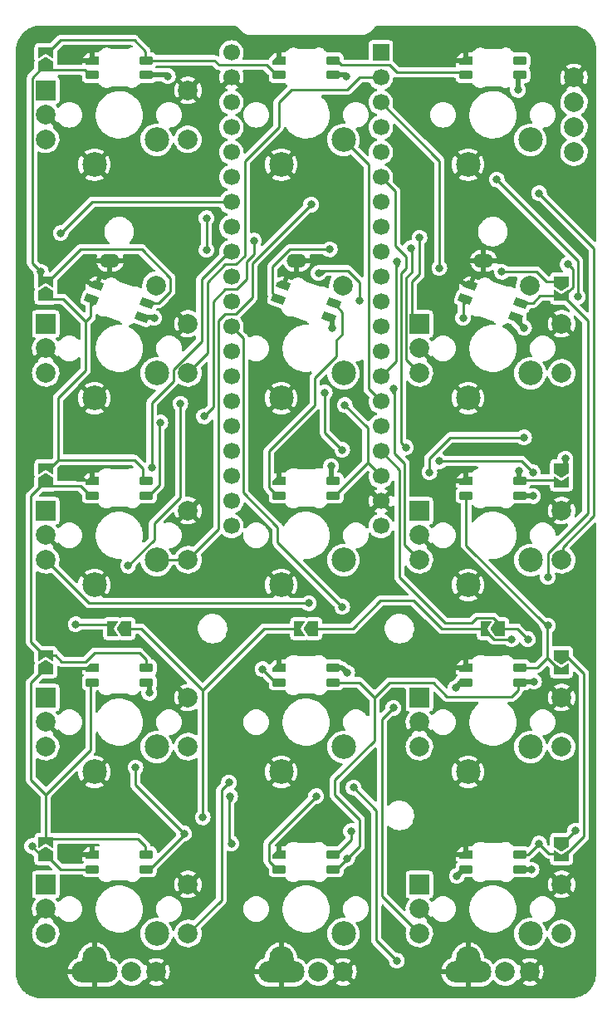
<source format=gbr>
%TF.GenerationSoftware,KiCad,Pcbnew,(6.0.3-11-gdd55ffb75c)*%
%TF.CreationDate,2022-03-17T01:02:22-07:00*%
%TF.ProjectId,keeby cat,6b656562-7920-4636-9174-2e6b69636164,rev?*%
%TF.SameCoordinates,Original*%
%TF.FileFunction,Copper,L2,Bot*%
%TF.FilePolarity,Positive*%
%FSLAX46Y46*%
G04 Gerber Fmt 4.6, Leading zero omitted, Abs format (unit mm)*
G04 Created by KiCad (PCBNEW (6.0.3-11-gdd55ffb75c)) date 2022-03-17 01:02:22*
%MOMM*%
%LPD*%
G01*
G04 APERTURE LIST*
G04 Aperture macros list*
%AMRoundRect*
0 Rectangle with rounded corners*
0 $1 Rounding radius*
0 $2 $3 $4 $5 $6 $7 $8 $9 X,Y pos of 4 corners*
0 Add a 4 corners polygon primitive as box body*
4,1,4,$2,$3,$4,$5,$6,$7,$8,$9,$2,$3,0*
0 Add four circle primitives for the rounded corners*
1,1,$1+$1,$2,$3*
1,1,$1+$1,$4,$5*
1,1,$1+$1,$6,$7*
1,1,$1+$1,$8,$9*
0 Add four rect primitives between the rounded corners*
20,1,$1+$1,$2,$3,$4,$5,0*
20,1,$1+$1,$4,$5,$6,$7,0*
20,1,$1+$1,$6,$7,$8,$9,0*
20,1,$1+$1,$8,$9,$2,$3,0*%
%AMFreePoly0*
4,1,18,-0.410000,0.593000,-0.403758,0.624380,-0.385983,0.650983,-0.359380,0.668758,-0.328000,0.675000,0.000000,0.675000,0.410000,0.265000,0.410000,-0.593000,0.403758,-0.624380,0.385983,-0.650983,0.359380,-0.668758,0.328000,-0.675000,-0.328000,-0.675000,-0.359380,-0.668758,-0.385983,-0.650983,-0.403758,-0.624380,-0.410000,-0.593000,-0.410000,0.593000,-0.410000,0.593000,$1*%
%AMFreePoly1*
4,1,6,1.000000,0.000000,0.500000,-0.750000,-0.500000,-0.750000,-0.500000,0.750000,0.500000,0.750000,1.000000,0.000000,1.000000,0.000000,$1*%
%AMFreePoly2*
4,1,6,0.500000,-0.750000,-0.650000,-0.750000,-0.150000,0.000000,-0.650000,0.750000,0.500000,0.750000,0.500000,-0.750000,0.500000,-0.750000,$1*%
G04 Aperture macros list end*
%TA.AperFunction,ComponentPad*%
%ADD10R,2.000000X2.000000*%
%TD*%
%TA.AperFunction,ComponentPad*%
%ADD11C,2.000000*%
%TD*%
%TA.AperFunction,SMDPad,CuDef*%
%ADD12RoundRect,0.082000X0.593000X-0.328000X0.593000X0.328000X-0.593000X0.328000X-0.593000X-0.328000X0*%
%TD*%
%TA.AperFunction,SMDPad,CuDef*%
%ADD13FreePoly0,90.000000*%
%TD*%
%TA.AperFunction,ComponentPad*%
%ADD14C,2.500000*%
%TD*%
%TA.AperFunction,ComponentPad*%
%ADD15O,2.500000X3.695000*%
%TD*%
%TA.AperFunction,ComponentPad*%
%ADD16O,4.700000X2.200000*%
%TD*%
%TA.AperFunction,ComponentPad*%
%ADD17O,2.000000X1.400000*%
%TD*%
%TA.AperFunction,SMDPad,CuDef*%
%ADD18RoundRect,0.082000X0.445055X-0.511037X0.669420X0.105401X-0.445055X0.511037X-0.669420X-0.105401X0*%
%TD*%
%TA.AperFunction,SMDPad,CuDef*%
%ADD19FreePoly0,70.000000*%
%TD*%
%TA.AperFunction,SMDPad,CuDef*%
%ADD20FreePoly1,90.000000*%
%TD*%
%TA.AperFunction,SMDPad,CuDef*%
%ADD21FreePoly2,90.000000*%
%TD*%
%TA.AperFunction,SMDPad,CuDef*%
%ADD22FreePoly1,270.000000*%
%TD*%
%TA.AperFunction,SMDPad,CuDef*%
%ADD23FreePoly2,270.000000*%
%TD*%
%TA.AperFunction,ComponentPad*%
%ADD24R,1.700000X1.700000*%
%TD*%
%TA.AperFunction,ComponentPad*%
%ADD25C,1.700000*%
%TD*%
%TA.AperFunction,SMDPad,CuDef*%
%ADD26FreePoly1,180.000000*%
%TD*%
%TA.AperFunction,SMDPad,CuDef*%
%ADD27FreePoly2,180.000000*%
%TD*%
%TA.AperFunction,ViaPad*%
%ADD28C,0.800000*%
%TD*%
%TA.AperFunction,Conductor*%
%ADD29C,0.500000*%
%TD*%
%TA.AperFunction,Conductor*%
%ADD30C,0.250000*%
%TD*%
G04 APERTURE END LIST*
D10*
%TO.P,EN4,A,A*%
%TO.N,ENC3A*%
X65610000Y-106950000D03*
D11*
%TO.P,EN4,B,B*%
%TO.N,ENC3B*%
X65610000Y-111950000D03*
%TO.P,EN4,C,C*%
%TO.N,GND*%
X65610000Y-109450000D03*
%TO.P,EN4,S1,S1*%
%TO.N,KEY5*%
X80110000Y-111950000D03*
%TO.P,EN4,S2,S2*%
%TO.N,GND*%
X80110000Y-106950000D03*
%TD*%
D12*
%TO.P,D11,1,VDD*%
%TO.N,+5V*%
X75835000Y-105400000D03*
%TO.P,D11,2,DOUT*%
%TO.N,Net-(D11-Pad2)*%
X75835000Y-103900000D03*
D13*
%TO.P,D11,3,GND*%
%TO.N,GND*%
X70385000Y-103900000D03*
D12*
%TO.P,D11,4,DIN*%
%TO.N,Net-(D10-Pad2)*%
X70385000Y-105400000D03*
%TD*%
D10*
%TO.P,EN3,A,A*%
%TO.N,ENC2A*%
X103710000Y-87900000D03*
D11*
%TO.P,EN3,B,B*%
%TO.N,ENC2B*%
X103710000Y-92900000D03*
%TO.P,EN3,C,C*%
%TO.N,GND*%
X103710000Y-90400000D03*
%TO.P,EN3,S1,S1*%
%TO.N,KEY4*%
X118210000Y-92900000D03*
%TO.P,EN3,S2,S2*%
%TO.N,GND*%
X118210000Y-87900000D03*
%TD*%
D14*
%TO.P,SW4,1,1*%
%TO.N,KEY4*%
X115020000Y-92940000D03*
%TO.P,SW4,2,2*%
%TO.N,GND*%
X108670000Y-95480000D03*
%TD*%
D12*
%TO.P,D15,1,VDD*%
%TO.N,+5V*%
X113935000Y-62537500D03*
%TO.P,D15,2,DOUT*%
%TO.N,unconnected-(D15-Pad2)*%
X113935000Y-61037500D03*
D13*
%TO.P,D15,3,GND*%
%TO.N,GND*%
X108485000Y-61037500D03*
D12*
%TO.P,D15,4,DIN*%
%TO.N,Net-(D14-Pad2)*%
X108485000Y-62537500D03*
%TD*%
D14*
%TO.P,SW13,1,1*%
%TO.N,KEY13-POT3*%
X115020000Y-150090000D03*
D15*
%TO.P,SW13,2,2*%
%TO.N,GND*%
X108670000Y-153188800D03*
D16*
X108670000Y-153975000D03*
%TD*%
D10*
%TO.P,EN7,A,A*%
%TO.N,ENC4A*%
X103710000Y-126000000D03*
D11*
%TO.P,EN7,B,B*%
%TO.N,ENC4B*%
X103710000Y-131000000D03*
%TO.P,EN7,C,C*%
%TO.N,GND*%
X103710000Y-128500000D03*
%TO.P,EN7,S1,S1*%
%TO.N,KEY10*%
X118210000Y-131000000D03*
%TO.P,EN7,S2,S2*%
%TO.N,GND*%
X118210000Y-126000000D03*
%TD*%
D12*
%TO.P,D3,1,VDD*%
%TO.N,+5V*%
X113935000Y-105400000D03*
%TO.P,D3,2,DOUT*%
%TO.N,Net-(D3-Pad2)*%
X113935000Y-103900000D03*
D13*
%TO.P,D3,3,GND*%
%TO.N,GND*%
X108485000Y-103900000D03*
D12*
%TO.P,D3,4,DIN*%
%TO.N,Net-(D2-Pad2)*%
X108485000Y-105400000D03*
%TD*%
D10*
%TO.P,EN6,A,A*%
%TO.N,ENC4A*%
X65610000Y-126000000D03*
D11*
%TO.P,EN6,B,B*%
%TO.N,ENC4B*%
X65610000Y-131000000D03*
%TO.P,EN6,C,C*%
%TO.N,GND*%
X65610000Y-128500000D03*
%TO.P,EN6,S1,S1*%
%TO.N,KEY8*%
X80110000Y-131000000D03*
%TO.P,EN6,S2,S2*%
%TO.N,GND*%
X80110000Y-126000000D03*
%TD*%
D12*
%TO.P,D7,1,VDD*%
%TO.N,+5V*%
X94885000Y-124450000D03*
%TO.P,D7,2,DOUT*%
%TO.N,Net-(D7-Pad2)*%
X94885000Y-122950000D03*
D13*
%TO.P,D7,3,GND*%
%TO.N,GND*%
X89435000Y-122950000D03*
D12*
%TO.P,D7,4,DIN*%
%TO.N,Net-(D6-Pad2)*%
X89435000Y-124450000D03*
%TD*%
D10*
%TO.P,EN8,A,A*%
%TO.N,ENC5A*%
X65610000Y-145050000D03*
D11*
%TO.P,EN8,B,B*%
%TO.N,ENC5B*%
X65610000Y-150050000D03*
%TO.P,EN8,C,C*%
%TO.N,GND*%
X65610000Y-147550000D03*
%TO.P,EN8,S1,S1*%
%TO.N,KEY11-POT1*%
X80110000Y-150050000D03*
%TO.P,EN8,S2,S2*%
%TO.N,GND*%
X80110000Y-145050000D03*
%TD*%
D14*
%TO.P,SW3,1,1*%
%TO.N,KEY3*%
X95970000Y-92940000D03*
%TO.P,SW3,2,2*%
%TO.N,GND*%
X89620000Y-95480000D03*
%TD*%
D12*
%TO.P,D14,1,VDD*%
%TO.N,+5V*%
X94885000Y-62537500D03*
%TO.P,D14,2,DOUT*%
%TO.N,Net-(D14-Pad2)*%
X94885000Y-61037500D03*
D13*
%TO.P,D14,3,GND*%
%TO.N,GND*%
X89435000Y-61037500D03*
D12*
%TO.P,D14,4,DIN*%
%TO.N,Net-(D13-Pad2)*%
X89435000Y-62537500D03*
%TD*%
D10*
%TO.P,EN9,A,A*%
%TO.N,ENC5A*%
X103710000Y-145050000D03*
D11*
%TO.P,EN9,B,B*%
%TO.N,ENC5B*%
X103710000Y-150050000D03*
%TO.P,EN9,C,C*%
%TO.N,GND*%
X103710000Y-147550000D03*
%TO.P,EN9,S1,S1*%
%TO.N,KEY13-POT3*%
X118210000Y-150050000D03*
%TO.P,EN9,S2,S2*%
%TO.N,GND*%
X118210000Y-145050000D03*
%TD*%
D14*
%TO.P,SW14,1,1*%
%TO.N,SDA-SW*%
X95970000Y-69127500D03*
%TO.P,SW14,2,2*%
%TO.N,GND*%
X89620000Y-71667500D03*
%TD*%
D11*
%TO.P,OL1,1,SDA*%
%TO.N,SDA-SW*%
X119465000Y-70397500D03*
%TO.P,OL1,2,SCL*%
%TO.N,SCL-SW*%
X119465000Y-67857500D03*
%TO.P,OL1,3,VCC*%
%TO.N,+3V3*%
X119465000Y-65317500D03*
%TO.P,OL1,4,GND*%
%TO.N,GND*%
X119465000Y-62777500D03*
%TD*%
D12*
%TO.P,D2,1,VDD*%
%TO.N,+5V*%
X113935000Y-124450000D03*
%TO.P,D2,2,DOUT*%
%TO.N,Net-(D2-Pad2)*%
X113935000Y-122950000D03*
D13*
%TO.P,D2,3,GND*%
%TO.N,GND*%
X108485000Y-122950000D03*
D12*
%TO.P,D2,4,DIN*%
%TO.N,Net-(D1-Pad2)*%
X108485000Y-124450000D03*
%TD*%
%TO.P,D6,1,VDD*%
%TO.N,+5V*%
X94885000Y-105400000D03*
%TO.P,D6,2,DOUT*%
%TO.N,Net-(D6-Pad2)*%
X94885000Y-103900000D03*
D13*
%TO.P,D6,3,GND*%
%TO.N,GND*%
X89435000Y-103900000D03*
D12*
%TO.P,D6,4,DIN*%
%TO.N,Net-(D5-Pad2)*%
X89435000Y-105400000D03*
%TD*%
%TO.P,D8,1,VDD*%
%TO.N,+5V*%
X94885000Y-143500000D03*
%TO.P,D8,2,DOUT*%
%TO.N,Net-(D8-Pad2)*%
X94885000Y-142000000D03*
D13*
%TO.P,D8,3,GND*%
%TO.N,GND*%
X89435000Y-142000000D03*
D12*
%TO.P,D8,4,DIN*%
%TO.N,Net-(D7-Pad2)*%
X89435000Y-143500000D03*
%TD*%
%TO.P,D13,1,VDD*%
%TO.N,+5V*%
X75835000Y-62537500D03*
%TO.P,D13,2,DOUT*%
%TO.N,Net-(D13-Pad2)*%
X75835000Y-61037500D03*
D13*
%TO.P,D13,3,GND*%
%TO.N,GND*%
X70385000Y-61037500D03*
D12*
%TO.P,D13,4,DIN*%
%TO.N,Net-(D12-Pad2)*%
X70385000Y-62537500D03*
%TD*%
D14*
%TO.P,SW9,1,1*%
%TO.N,KEY9*%
X95970000Y-131040000D03*
%TO.P,SW9,2,2*%
%TO.N,GND*%
X89620000Y-133580000D03*
%TD*%
D10*
%TO.P,EN1,A,A*%
%TO.N,ENC1A*%
X65610000Y-64087500D03*
D11*
%TO.P,EN1,B,B*%
%TO.N,ENC1B*%
X65610000Y-69087500D03*
%TO.P,EN1,C,C*%
%TO.N,GND*%
X65610000Y-66587500D03*
%TO.P,EN1,S1,S1*%
%TO.N,KEY1*%
X80110000Y-69087500D03*
%TO.P,EN1,S2,S2*%
%TO.N,GND*%
X80110000Y-64087500D03*
%TD*%
D12*
%TO.P,D1,1,VDD*%
%TO.N,+5V*%
X113935000Y-143500000D03*
%TO.P,D1,2,DOUT*%
%TO.N,Net-(D1-Pad2)*%
X113935000Y-142000000D03*
D13*
%TO.P,D1,3,GND*%
%TO.N,GND*%
X108485000Y-142000000D03*
D12*
%TO.P,D1,4,DIN*%
%TO.N,LED_DATA*%
X108485000Y-143500000D03*
%TD*%
D14*
%TO.P,SW11,1,1*%
%TO.N,KEY11-POT1*%
X76920000Y-150090000D03*
D15*
%TO.P,SW11,2,2*%
%TO.N,GND*%
X70570000Y-153188800D03*
D16*
X70570000Y-153975000D03*
%TD*%
D14*
%TO.P,SW15,1,1*%
%TO.N,SCL-SW*%
X115020000Y-69127500D03*
%TO.P,SW15,2,2*%
%TO.N,GND*%
X108670000Y-71667500D03*
%TD*%
D11*
%TO.P,VR3,1B,1B*%
%TO.N,GND*%
X114960000Y-153975000D03*
%TO.P,VR3,2B,2B*%
%TO.N,KEY13-POT3*%
X112460000Y-153975000D03*
D17*
%TO.P,VR3,3,3*%
%TO.N,GND*%
X110260000Y-81475000D03*
D11*
%TO.P,VR3,3B,3B*%
%TO.N,+3V3*%
X114960000Y-83975000D03*
%TD*%
D18*
%TO.P,D12,1,VDD*%
%TO.N,+5V*%
X75414146Y-87236774D03*
%TO.P,D12,2,DOUT*%
%TO.N,Net-(D12-Pad2)*%
X75927177Y-85827235D03*
D19*
%TO.P,D12,3,GND*%
%TO.N,GND*%
X70805854Y-83963226D03*
D18*
%TO.P,D12,4,DIN*%
%TO.N,Net-(D11-Pad2)*%
X70292823Y-85372765D03*
%TD*%
D12*
%TO.P,D9,1,VDD*%
%TO.N,+5V*%
X75835000Y-143500000D03*
%TO.P,D9,2,DOUT*%
%TO.N,Net-(D10-Pad4)*%
X75835000Y-142000000D03*
D13*
%TO.P,D9,3,GND*%
%TO.N,GND*%
X70385000Y-142000000D03*
D12*
%TO.P,D9,4,DIN*%
%TO.N,Net-(D8-Pad2)*%
X70385000Y-143500000D03*
%TD*%
D14*
%TO.P,SW8,1,1*%
%TO.N,KEY8*%
X76920000Y-131040000D03*
%TO.P,SW8,2,2*%
%TO.N,GND*%
X70570000Y-133580000D03*
%TD*%
D10*
%TO.P,EN5,A,A*%
%TO.N,ENC3A*%
X103710000Y-106950000D03*
D11*
%TO.P,EN5,B,B*%
%TO.N,ENC3B*%
X103710000Y-111950000D03*
%TO.P,EN5,C,C*%
%TO.N,GND*%
X103710000Y-109450000D03*
%TO.P,EN5,S1,S1*%
%TO.N,KEY7*%
X118210000Y-111950000D03*
%TO.P,EN5,S2,S2*%
%TO.N,GND*%
X118210000Y-106950000D03*
%TD*%
D14*
%TO.P,SW12,1,1*%
%TO.N,KEY12-POT2*%
X95970000Y-150090000D03*
D16*
%TO.P,SW12,2,2*%
%TO.N,GND*%
X89620000Y-153975000D03*
D15*
X89620000Y-153188800D03*
%TD*%
D11*
%TO.P,VR1,1B,1B*%
%TO.N,GND*%
X76860000Y-153975000D03*
%TO.P,VR1,2B,2B*%
%TO.N,KEY11-POT1*%
X74360000Y-153975000D03*
D17*
%TO.P,VR1,3,3*%
%TO.N,GND*%
X72160000Y-81475000D03*
D11*
%TO.P,VR1,3B,3B*%
%TO.N,+3V3*%
X76860000Y-83975000D03*
%TD*%
D12*
%TO.P,D10,1,VDD*%
%TO.N,+5V*%
X75835000Y-124450000D03*
%TO.P,D10,2,DOUT*%
%TO.N,Net-(D10-Pad2)*%
X75835000Y-122950000D03*
D13*
%TO.P,D10,3,GND*%
%TO.N,GND*%
X70385000Y-122950000D03*
D12*
%TO.P,D10,4,DIN*%
%TO.N,Net-(D10-Pad4)*%
X70385000Y-124450000D03*
%TD*%
D14*
%TO.P,SW7,1,1*%
%TO.N,KEY7*%
X115020000Y-111990000D03*
%TO.P,SW7,2,2*%
%TO.N,GND*%
X108670000Y-114530000D03*
%TD*%
%TO.P,SW6,1,1*%
%TO.N,KEY6*%
X95970000Y-111990000D03*
%TO.P,SW6,2,2*%
%TO.N,GND*%
X89620000Y-114530000D03*
%TD*%
%TO.P,SW10,1,1*%
%TO.N,KEY10*%
X115020000Y-131040000D03*
%TO.P,SW10,2,2*%
%TO.N,GND*%
X108670000Y-133580000D03*
%TD*%
D10*
%TO.P,EN2,A,A*%
%TO.N,ENC2A*%
X65610000Y-87900000D03*
D11*
%TO.P,EN2,B,B*%
%TO.N,ENC2B*%
X65610000Y-92900000D03*
%TO.P,EN2,C,C*%
%TO.N,GND*%
X65610000Y-90400000D03*
%TO.P,EN2,S1,S1*%
%TO.N,KEY2*%
X80110000Y-92900000D03*
%TO.P,EN2,S2,S2*%
%TO.N,GND*%
X80110000Y-87900000D03*
%TD*%
D18*
%TO.P,D4,1,VDD*%
%TO.N,+5V*%
X113514146Y-87236774D03*
%TO.P,D4,2,DOUT*%
%TO.N,Net-(D4-Pad2)*%
X114027177Y-85827235D03*
D19*
%TO.P,D4,3,GND*%
%TO.N,GND*%
X108905854Y-83963226D03*
D18*
%TO.P,D4,4,DIN*%
%TO.N,Net-(D3-Pad2)*%
X108392823Y-85372765D03*
%TD*%
%TO.P,D5,1,VDD*%
%TO.N,+5V*%
X94464146Y-87236774D03*
%TO.P,D5,2,DOUT*%
%TO.N,Net-(D5-Pad2)*%
X94977177Y-85827235D03*
D19*
%TO.P,D5,3,GND*%
%TO.N,GND*%
X89855854Y-83963226D03*
D18*
%TO.P,D5,4,DIN*%
%TO.N,Net-(D4-Pad2)*%
X89342823Y-85372765D03*
%TD*%
D11*
%TO.P,VR2,1B,1B*%
%TO.N,GND*%
X95910000Y-153975000D03*
%TO.P,VR2,2B,2B*%
%TO.N,KEY12-POT2*%
X93410000Y-153975000D03*
D17*
%TO.P,VR2,3,3*%
%TO.N,GND*%
X91210000Y-81475000D03*
D11*
%TO.P,VR2,3B,3B*%
%TO.N,+3V3*%
X95910000Y-83975000D03*
%TD*%
D14*
%TO.P,SW5,1,1*%
%TO.N,KEY5*%
X76920000Y-111990000D03*
%TO.P,SW5,2,2*%
%TO.N,GND*%
X70570000Y-114530000D03*
%TD*%
%TO.P,SW2,1,1*%
%TO.N,KEY2*%
X76920000Y-92940000D03*
%TO.P,SW2,2,2*%
%TO.N,GND*%
X70570000Y-95480000D03*
%TD*%
%TO.P,SW1,1,1*%
%TO.N,KEY1*%
X76920000Y-69127500D03*
%TO.P,SW1,2,2*%
%TO.N,GND*%
X70570000Y-71667500D03*
%TD*%
D20*
%TO.P,JP12,1,A*%
%TO.N,Net-(D11-Pad2)*%
X65617000Y-85029000D03*
D21*
%TO.P,JP12,2,B*%
%TO.N,Net-(D12-Pad2)*%
X65617000Y-83579000D03*
%TD*%
D22*
%TO.P,JP4,1,A*%
%TO.N,Net-(D3-Pad2)*%
X118195000Y-83578999D03*
D23*
%TO.P,JP4,2,B*%
%TO.N,Net-(D4-Pad2)*%
X118195000Y-85028999D03*
%TD*%
D24*
%TO.P,U1,1,PB12*%
%TO.N,KEY1*%
X99780000Y-60237500D03*
D25*
%TO.P,U1,2,PB13*%
%TO.N,KEY2*%
X99780000Y-62777500D03*
%TO.P,U1,3,PB14*%
%TO.N,KEY3*%
X99780000Y-65317500D03*
%TO.P,U1,4,PB15*%
%TO.N,KEY4*%
X99780000Y-67857500D03*
%TO.P,U1,5,PA8*%
%TO.N,KEY5*%
X99780000Y-70397500D03*
%TO.P,U1,6,PA9*%
%TO.N,KEY6*%
X99780000Y-72937500D03*
%TO.P,U1,7,PA10*%
%TO.N,KEY7*%
X99780000Y-75477500D03*
%TO.P,U1,8,PA11*%
%TO.N,unconnected-(U1-Pad8)*%
X99780000Y-78017500D03*
%TO.P,U1,9,PA12*%
%TO.N,unconnected-(U1-Pad9)*%
X99780000Y-80557500D03*
%TO.P,U1,10,PA15*%
%TO.N,KEY8*%
X99780000Y-83097500D03*
%TO.P,U1,11,PB3*%
%TO.N,KEY9*%
X99780000Y-85637500D03*
%TO.P,U1,12,PB4*%
%TO.N,KEY10*%
X99780000Y-88177500D03*
%TO.P,U1,13,PB5*%
%TO.N,ENC3B*%
X99780000Y-90717500D03*
%TO.P,U1,14,PB6*%
%TO.N,SCL-SW*%
X99780000Y-93257500D03*
%TO.P,U1,15,PB7*%
%TO.N,SDA-SW*%
X99780000Y-95797500D03*
%TO.P,U1,16,PB8*%
%TO.N,unconnected-(U1-Pad16)*%
X99780000Y-98337500D03*
%TO.P,U1,17,PB9*%
%TO.N,LED_DATA*%
X99780000Y-100877500D03*
%TO.P,U1,18,5V*%
%TO.N,+5V*%
X99780000Y-103417500D03*
%TO.P,U1,19,GND*%
%TO.N,GND*%
X99780000Y-105957500D03*
%TO.P,U1,20,3V3*%
%TO.N,+3V3*%
X99780000Y-108497500D03*
%TO.P,U1,21,VBat*%
%TO.N,unconnected-(U1-Pad21)*%
X84540000Y-108497500D03*
%TO.P,U1,22,PC13*%
%TO.N,unconnected-(U1-Pad22)*%
X84540000Y-105957500D03*
%TO.P,U1,23,PC14*%
%TO.N,unconnected-(U1-Pad23)*%
X84540000Y-103417500D03*
%TO.P,U1,24,PC15*%
%TO.N,unconnected-(U1-Pad24)*%
X84540000Y-100877500D03*
%TO.P,U1,25,PA0*%
%TO.N,KEY13-POT3*%
X84540000Y-98337500D03*
%TO.P,U1,26,PA1*%
%TO.N,KEY12-POT2*%
X84540000Y-95797500D03*
%TO.P,U1,27,PA2*%
%TO.N,KEY11-POT1*%
X84540000Y-93257500D03*
%TO.P,U1,28,PA3*%
%TO.N,ENC3A*%
X84540000Y-90717500D03*
%TO.P,U1,29,PA4*%
%TO.N,ENC5B*%
X84540000Y-88177500D03*
%TO.P,U1,30,PA5*%
%TO.N,ENC5A*%
X84540000Y-85637500D03*
%TO.P,U1,31,PA6*%
%TO.N,ENC4B*%
X84540000Y-83097500D03*
%TO.P,U1,32,PA7*%
%TO.N,ENC4A*%
X84540000Y-80557500D03*
%TO.P,U1,33,PB0*%
%TO.N,ENC2B*%
X84540000Y-78017500D03*
%TO.P,U1,34,PB1*%
%TO.N,ENC2A*%
X84540000Y-75477500D03*
%TO.P,U1,35,PB10*%
%TO.N,ENC1B*%
X84540000Y-72937500D03*
%TO.P,U1,36,PB11*%
%TO.N,ENC1A*%
X84540000Y-70397500D03*
%TO.P,U1,37,RST*%
%TO.N,unconnected-(U1-Pad37)*%
X84540000Y-67857500D03*
%TO.P,U1,38,3V3*%
%TO.N,unconnected-(U1-Pad38)*%
X84540000Y-65317500D03*
%TO.P,U1,39,GND*%
%TO.N,GND*%
X84540000Y-62777500D03*
%TO.P,U1,40,5V_or_GND*%
%TO.N,unconnected-(U1-Pad40)*%
X84540000Y-60237500D03*
%TD*%
D26*
%TO.P,JPF3,1,A*%
%TO.N,Net-(D8-Pad2)*%
X73835000Y-118975000D03*
D27*
%TO.P,JPF3,2,B*%
%TO.N,Net-(D12-Pad2)*%
X72385000Y-118975000D03*
%TD*%
D22*
%TO.P,JP1,1,A*%
%TO.N,LED_DATA*%
X118195000Y-140729000D03*
D23*
%TO.P,JP1,2,B*%
%TO.N,Net-(D1-Pad2)*%
X118195000Y-142179000D03*
%TD*%
D22*
%TO.P,JP2,1,A*%
%TO.N,Net-(D1-Pad2)*%
X118195000Y-121679000D03*
D23*
%TO.P,JP2,2,B*%
%TO.N,Net-(D2-Pad2)*%
X118195000Y-123129000D03*
%TD*%
D20*
%TO.P,JP10,1,A*%
%TO.N,Net-(D10-Pad4)*%
X65617000Y-123129000D03*
D21*
%TO.P,JP10,2,B*%
%TO.N,Net-(D10-Pad2)*%
X65617000Y-121679000D03*
%TD*%
D20*
%TO.P,JP13,1,A*%
%TO.N,Net-(D12-Pad2)*%
X65617000Y-61661000D03*
D21*
%TO.P,JP13,2,B*%
%TO.N,Net-(D13-Pad2)*%
X65617000Y-60211000D03*
%TD*%
D26*
%TO.P,JPF1,1,A*%
%TO.N,LED_DATA*%
X111935000Y-118975000D03*
D27*
%TO.P,JPF1,2,B*%
%TO.N,Net-(D4-Pad2)*%
X110485000Y-118975000D03*
%TD*%
D20*
%TO.P,JP11,1,A*%
%TO.N,Net-(D10-Pad2)*%
X65617000Y-104079000D03*
D21*
%TO.P,JP11,2,B*%
%TO.N,Net-(D11-Pad2)*%
X65617000Y-102629000D03*
%TD*%
D22*
%TO.P,JP3,1,A*%
%TO.N,Net-(D2-Pad2)*%
X118195000Y-102629000D03*
D23*
%TO.P,JP3,2,B*%
%TO.N,Net-(D3-Pad2)*%
X118195000Y-104079000D03*
%TD*%
D26*
%TO.P,JPF2,1,A*%
%TO.N,Net-(D4-Pad2)*%
X92885000Y-118975000D03*
D27*
%TO.P,JPF2,2,B*%
%TO.N,Net-(D8-Pad2)*%
X91435000Y-118975000D03*
%TD*%
D20*
%TO.P,JP9,1,A*%
%TO.N,Net-(D8-Pad2)*%
X65617000Y-142179000D03*
D21*
%TO.P,JP9,2,B*%
%TO.N,Net-(D10-Pad4)*%
X65617000Y-140729000D03*
%TD*%
D28*
%TO.N,GND*%
X92541000Y-98464500D03*
X67395000Y-142025500D03*
X68030000Y-103036500D03*
X67395000Y-60999500D03*
%TO.N,+5V*%
X94827000Y-88304500D03*
X97621000Y-85510500D03*
X96351000Y-142406500D03*
X115274000Y-105449500D03*
X78063000Y-62650500D03*
X82000000Y-80354300D03*
X93430000Y-82716500D03*
X76666000Y-87288500D03*
X115147000Y-143549500D03*
X115401000Y-124372500D03*
X82000000Y-77128500D03*
X114385000Y-88304500D03*
X115274000Y-103036500D03*
X77301000Y-97956500D03*
X96097000Y-96178500D03*
X113750000Y-64047500D03*
X105749000Y-101893500D03*
X96224000Y-62650500D03*
X74761000Y-133135500D03*
X76158000Y-125515500D03*
X79714000Y-139866500D03*
%TO.N,+3V3*%
X114385000Y-99480500D03*
X104733000Y-103036500D03*
%TO.N,KEY4*%
X111591000Y-73191500D03*
X119846000Y-85129500D03*
%TO.N,KEY7*%
X115909000Y-74588500D03*
%TO.N,KEY5*%
X92668000Y-75731500D03*
%TO.N,KEY8*%
X81746000Y-97321500D03*
X86826000Y-79414500D03*
%TO.N,KEY3*%
X105749000Y-82208500D03*
%TO.N,KEY6*%
X102320000Y-100496500D03*
%TO.N,KEY9*%
X95843000Y-100750500D03*
X94065000Y-94908500D03*
%TO.N,ENC2B*%
X102828000Y-80176500D03*
%TO.N,ENC2A*%
X103717000Y-79135100D03*
X67141000Y-78652500D03*
%TO.N,ENC3B*%
X101050000Y-94527500D03*
X92414000Y-116371500D03*
%TO.N,ENC4B*%
X73999000Y-112561500D03*
X79333000Y-96051500D03*
%TO.N,ENC4A*%
X76412000Y-102528500D03*
%TO.N,LED_DATA*%
X119592000Y-139580750D03*
X114766000Y-120054500D03*
X107527000Y-144184500D03*
%TO.N,ENC5B*%
X95843000Y-116752500D03*
X101050000Y-127039500D03*
%TO.N,KEY11-POT1*%
X84286000Y-134659500D03*
%TO.N,KEY13-POT3*%
X101416000Y-152826750D03*
X96986000Y-135167500D03*
%TO.N,KEY12-POT2*%
X84540000Y-140882500D03*
X84413000Y-136056500D03*
%TO.N,SCL-SW*%
X101431000Y-81573500D03*
%TO.N,Net-(D1-Pad2)*%
X107400000Y-125007500D03*
X115909000Y-140882500D03*
%TO.N,Net-(D2-Pad2)*%
X116798000Y-118657500D03*
X118576000Y-101639500D03*
%TO.N,Net-(D3-Pad2)*%
X113877000Y-102909500D03*
X112099000Y-82589500D03*
X108162000Y-87288500D03*
%TO.N,Net-(D4-Pad2)*%
X118830000Y-81827500D03*
X116798000Y-113704500D03*
X113115000Y-120054500D03*
X94573000Y-80303500D03*
%TO.N,Net-(D6-Pad2)*%
X94700000Y-102401500D03*
X87715000Y-123102500D03*
%TO.N,Net-(D7-Pad2)*%
X96351000Y-123483500D03*
X93176000Y-136056500D03*
%TO.N,Net-(D8-Pad2)*%
X96732000Y-139612500D03*
X81619000Y-138215500D03*
X64220000Y-141136500D03*
%TO.N,Net-(D12-Pad2)*%
X65109000Y-82589500D03*
X68665000Y-118530500D03*
%TD*%
D29*
%TO.N,GND*%
X67433000Y-61037500D02*
X67395000Y-60999500D01*
D30*
X70283500Y-103798500D02*
X69554000Y-103798500D01*
X68792000Y-103798500D02*
X68030000Y-103036500D01*
X69554000Y-103798500D02*
X69173000Y-103417500D01*
X70385000Y-142000000D02*
X67420500Y-142000000D01*
X70385000Y-103900000D02*
X70283500Y-103798500D01*
D29*
X70385000Y-61037500D02*
X67433000Y-61037500D01*
D30*
X67420500Y-142000000D02*
X67395000Y-142025500D01*
X69554000Y-103798500D02*
X68792000Y-103798500D01*
D29*
%TO.N,+5V*%
X94885000Y-62537500D02*
X96210000Y-62537500D01*
D30*
X114131000Y-101893500D02*
X115274000Y-103036500D01*
X98430625Y-102068125D02*
X98430625Y-98512125D01*
D29*
X113750000Y-64047500D02*
X113750000Y-62722500D01*
D30*
X79714000Y-139866500D02*
X74761000Y-134913500D01*
X94065000Y-82462500D02*
X96414500Y-82462500D01*
D29*
X75414146Y-87236774D02*
X76773024Y-87236774D01*
D30*
X105749000Y-101893500D02*
X114131000Y-101893500D01*
X77174000Y-98083500D02*
X77301000Y-97956500D01*
X93557000Y-82589500D02*
X93430000Y-82716500D01*
X96210000Y-62537500D02*
X96224000Y-62551500D01*
X82000000Y-77128500D02*
X82000000Y-80354300D01*
X113514146Y-87236774D02*
X113514146Y-87433646D01*
X95081000Y-135929500D02*
X97621000Y-138469500D01*
X99118489Y-125996989D02*
X99118489Y-130368011D01*
X98430625Y-102068125D02*
X95098750Y-105400000D01*
X79714000Y-139993500D02*
X79714000Y-139866500D01*
X113952274Y-87236774D02*
X114004000Y-87288500D01*
X113115000Y-125896500D02*
X113750000Y-125261500D01*
D29*
X75880750Y-62491750D02*
X77904250Y-62491750D01*
D30*
X94464146Y-87236774D02*
X94827000Y-87599628D01*
X97571500Y-124450000D02*
X99118489Y-125996989D01*
X98505625Y-102143125D02*
X98430625Y-102068125D01*
X100615978Y-124499500D02*
X105114000Y-124499500D01*
X97621000Y-83669000D02*
X97621000Y-85510500D01*
D29*
X113984500Y-124499500D02*
X114111500Y-124372500D01*
D30*
X95081000Y-134405500D02*
X95081000Y-135929500D01*
X94885000Y-124450000D02*
X97571500Y-124450000D01*
D29*
X113935000Y-105400000D02*
X115224500Y-105400000D01*
X115224500Y-105400000D02*
X115274000Y-105449500D01*
X113750000Y-62722500D02*
X113935000Y-62537500D01*
D30*
X94885000Y-143500000D02*
X95257500Y-143500000D01*
D29*
X114111500Y-124372500D02*
X115401000Y-124372500D01*
D30*
X115147000Y-143549500D02*
X115146998Y-143549500D01*
X76721298Y-87288500D02*
X76666000Y-87288500D01*
D29*
X76158000Y-124773000D02*
X76158000Y-125515500D01*
D30*
X95257500Y-143500000D02*
X96351000Y-142406500D01*
X97621000Y-138469500D02*
X97621000Y-141136500D01*
X76207500Y-143500000D02*
X79714000Y-139993500D01*
X94885000Y-105400000D02*
X95248750Y-105400000D01*
X96414500Y-82462500D02*
X97621000Y-83669000D01*
X93684000Y-82843500D02*
X93430000Y-82843500D01*
X96224000Y-62551500D02*
X96224000Y-62650500D01*
X98430625Y-98512125D02*
X96097000Y-96178500D01*
X94065000Y-82462500D02*
X93684000Y-82843500D01*
X113514146Y-87236774D02*
X113952274Y-87236774D01*
D29*
X94827000Y-87599628D02*
X94827000Y-88304500D01*
D30*
X99118489Y-130368011D02*
X95081000Y-134405500D01*
X99780000Y-103417500D02*
X98505625Y-102143125D01*
D29*
X115097498Y-143500000D02*
X115146998Y-143549500D01*
D30*
X76773024Y-87236774D02*
X76721298Y-87288500D01*
X113750000Y-124635000D02*
X113935000Y-124450000D01*
X114004000Y-87288500D02*
X114004000Y-87923500D01*
D29*
X75884500Y-124499500D02*
X76158000Y-124773000D01*
X77904250Y-62491750D02*
X78063000Y-62650500D01*
D30*
X97621000Y-141136500D02*
X96351000Y-142406500D01*
X74761000Y-134913500D02*
X74761000Y-133135500D01*
X106511000Y-125896500D02*
X113115000Y-125896500D01*
D29*
X113514146Y-87433646D02*
X114385000Y-88304500D01*
D30*
X113935000Y-124450000D02*
X113984500Y-124499500D01*
X75835000Y-124450000D02*
X75884500Y-124499500D01*
X113750000Y-125261500D02*
X113750000Y-124635000D01*
X105114000Y-124499500D02*
X106511000Y-125896500D01*
X77174000Y-104306500D02*
X77174000Y-98083500D01*
X75835000Y-143500000D02*
X76207500Y-143500000D01*
X75880750Y-62491750D02*
X75835000Y-62537500D01*
X76071750Y-105400000D02*
X77174000Y-104297750D01*
X99118489Y-125996989D02*
X100615978Y-124499500D01*
X75835000Y-105400000D02*
X76071750Y-105400000D01*
D29*
X113935000Y-143500000D02*
X115097498Y-143500000D01*
D30*
X94065000Y-82462500D02*
X93303000Y-82462500D01*
%TO.N,+3V3*%
X106851289Y-99480500D02*
X104733000Y-101598789D01*
X114385000Y-99480500D02*
X106851289Y-99480500D01*
X104733000Y-101598789D02*
X104733000Y-103036500D01*
%TO.N,KEY4*%
X119846000Y-85129500D02*
X119846000Y-81446500D01*
X119846000Y-81446500D02*
X111591000Y-73191500D01*
%TO.N,KEY7*%
X118322000Y-111838000D02*
X118322000Y-110656500D01*
X118210000Y-111950000D02*
X118322000Y-111838000D01*
X121497000Y-80176500D02*
X115909000Y-74588500D01*
X118322000Y-110656500D02*
X121497000Y-107481500D01*
X121497000Y-107481500D02*
X121497000Y-80176500D01*
%TO.N,KEY2*%
X83905000Y-81827500D02*
X82098625Y-83633875D01*
X82098625Y-83633875D02*
X82098625Y-90911375D01*
X89366000Y-65317500D02*
X89366000Y-67857500D01*
X82098625Y-90911375D02*
X80110000Y-92900000D01*
X85922000Y-80924252D02*
X85018752Y-81827500D01*
X90636000Y-64047500D02*
X89366000Y-65317500D01*
X96351000Y-64047500D02*
X90636000Y-64047500D01*
X99780000Y-62777500D02*
X97621000Y-62777500D01*
X97621000Y-62777500D02*
X96351000Y-64047500D01*
X89366000Y-67857500D02*
X85922000Y-71301500D01*
X85018752Y-81827500D02*
X83905000Y-81827500D01*
X85922000Y-71301500D02*
X85922000Y-80924252D01*
%TO.N,KEY5*%
X83905000Y-86907500D02*
X84989505Y-86907500D01*
X83211511Y-108848489D02*
X83211511Y-87600989D01*
X80110000Y-111950000D02*
X83211511Y-108848489D01*
X86699000Y-81700500D02*
X92668000Y-75731500D01*
X86699000Y-85198005D02*
X86699000Y-81700500D01*
X84989505Y-86907500D02*
X86699000Y-85198005D01*
X83211511Y-87600989D02*
X83905000Y-86907500D01*
X80110000Y-111950000D02*
X76960000Y-111950000D01*
%TO.N,KEY8*%
X86064000Y-81573500D02*
X86064000Y-83351500D01*
X86826000Y-79414500D02*
X86826000Y-80811500D01*
X82677000Y-96390500D02*
X81746000Y-97321500D01*
X85048000Y-84367500D02*
X83905000Y-84367500D01*
X82677000Y-85595500D02*
X82677000Y-96390500D01*
X83905000Y-84367500D02*
X82677000Y-85595500D01*
X86826000Y-80811500D02*
X86064000Y-81573500D01*
X86064000Y-83351500D02*
X85048000Y-84367500D01*
%TO.N,KEY3*%
X99780000Y-65317500D02*
X105749000Y-71286500D01*
X105749000Y-71286500D02*
X105749000Y-82208500D01*
%TO.N,KEY6*%
X102320000Y-81065500D02*
X102320000Y-82208500D01*
X101812000Y-99988500D02*
X102320000Y-100496500D01*
X101240500Y-79986000D02*
X102320000Y-81065500D01*
X102320000Y-82208500D02*
X101812000Y-82716500D01*
X99780000Y-72937500D02*
X101240500Y-74398000D01*
X101240500Y-74398000D02*
X101240500Y-79986000D01*
X101812000Y-82716500D02*
X101812000Y-99988500D01*
%TO.N,KEY9*%
X94065000Y-94908500D02*
X94065000Y-98972500D01*
X94065000Y-98972500D02*
X95843000Y-100750500D01*
%TO.N,ENC2B*%
X102955000Y-82589500D02*
X102955000Y-80303500D01*
X102320000Y-91509998D02*
X102320000Y-83224500D01*
X103710000Y-92900000D02*
X102320000Y-91509998D01*
X102320000Y-83224500D02*
X102955000Y-82589500D01*
X102955000Y-80303500D02*
X102828000Y-80176500D01*
%TO.N,ENC2A*%
X103693500Y-87900000D02*
X102955000Y-87161500D01*
X103710000Y-87900000D02*
X103693500Y-87900000D01*
X102955000Y-83605500D02*
X103710000Y-82850500D01*
X70316000Y-75477500D02*
X67141000Y-78652500D01*
X103710000Y-79142100D02*
X103717000Y-79135100D01*
X103710000Y-82850500D02*
X103710000Y-79142100D01*
X84540000Y-75477500D02*
X70316000Y-75477500D01*
X102955000Y-87161500D02*
X102955000Y-83605500D01*
%TO.N,ENC3B*%
X101177000Y-101131500D02*
X101177000Y-95035500D01*
X101177000Y-95035500D02*
X100923000Y-94781500D01*
X103710000Y-111950000D02*
X102193000Y-110433000D01*
X101177000Y-94654500D02*
X101050000Y-94527500D01*
X102193000Y-102147500D02*
X101177000Y-101131500D01*
X65610000Y-111950000D02*
X70031500Y-116371500D01*
X102193000Y-110433000D02*
X102193000Y-102147500D01*
X101177000Y-95035500D02*
X101177000Y-94654500D01*
X70031500Y-116371500D02*
X92414000Y-116371500D01*
%TO.N,ENC4B*%
X79333000Y-96051500D02*
X79333000Y-105576500D01*
X76666000Y-108243500D02*
X76666000Y-109894500D01*
X79333000Y-105576500D02*
X76666000Y-108243500D01*
X76666000Y-109894500D02*
X73999000Y-112561500D01*
%TO.N,ENC4A*%
X81492000Y-83351500D02*
X81492000Y-89644858D01*
X76412000Y-95941150D02*
X76412000Y-102528500D01*
X78613000Y-93740150D02*
X76412000Y-95941150D01*
X84286000Y-80557500D02*
X83778000Y-81065500D01*
X83778000Y-81065500D02*
X84413000Y-81065500D01*
X81492000Y-89644858D02*
X78613000Y-92523858D01*
X84540000Y-80557500D02*
X84286000Y-80557500D01*
X83778000Y-81065500D02*
X81492000Y-83351500D01*
X78613000Y-92523858D02*
X78613000Y-93740150D01*
%TO.N,LED_DATA*%
X109036000Y-118409750D02*
X106347875Y-118409750D01*
X111935000Y-118566060D02*
X111264440Y-117895500D01*
X108485000Y-143500000D02*
X108211500Y-143500000D01*
X111935000Y-118975000D02*
X113686500Y-118975000D01*
X111264440Y-117895500D02*
X109550250Y-117895500D01*
X106347875Y-118409750D02*
X101685000Y-113746875D01*
X101685000Y-102782500D02*
X99780000Y-100877500D01*
X109550250Y-117895500D02*
X109036000Y-118409750D01*
X113686500Y-118975000D02*
X114766000Y-120054500D01*
X118443750Y-140729000D02*
X118195000Y-140729000D01*
X119592000Y-139580750D02*
X118443750Y-140729000D01*
D29*
X108211500Y-143500000D02*
X107527000Y-144184500D01*
D30*
X101685000Y-113746875D02*
X101685000Y-102782500D01*
%TO.N,ENC5B*%
X99890511Y-128198989D02*
X101050000Y-127039500D01*
X99890511Y-146230511D02*
X99890511Y-128198989D01*
X89239000Y-110148500D02*
X95843000Y-116752500D01*
X84540000Y-88177500D02*
X85714511Y-89352011D01*
X103710000Y-150050000D02*
X99890511Y-146230511D01*
X85714511Y-89352011D02*
X85714511Y-105100011D01*
X89239000Y-108624500D02*
X89239000Y-110148500D01*
X85714511Y-105100011D02*
X89239000Y-108624500D01*
%TO.N,KEY11-POT1*%
X83524000Y-135421500D02*
X84286000Y-134659500D01*
X83524000Y-146636000D02*
X83524000Y-135421500D01*
X80110000Y-150050000D02*
X83524000Y-146636000D01*
%TO.N,KEY13-POT3*%
X101416000Y-152826750D02*
X99314000Y-150724750D01*
X99314000Y-137495500D02*
X96986000Y-135167500D01*
X99314000Y-150724750D02*
X99314000Y-137495500D01*
%TO.N,KEY12-POT2*%
X84286000Y-136564500D02*
X84286000Y-136183500D01*
X84286000Y-140628500D02*
X84286000Y-140882500D01*
X84286000Y-140628500D02*
X84540000Y-140882500D01*
X84286000Y-136564500D02*
X84540000Y-136310500D01*
X84286000Y-140374500D02*
X84540000Y-140628500D01*
X84540000Y-140628500D02*
X84540000Y-140882500D01*
X84286000Y-140374500D02*
X84286000Y-136564500D01*
X84286000Y-136183500D02*
X84413000Y-136056500D01*
X84286000Y-140374500D02*
X84286000Y-140628500D01*
X84540000Y-136310500D02*
X84540000Y-136056500D01*
%TO.N,SDA-SW*%
X98524521Y-94542021D02*
X99780000Y-95797500D01*
X98524521Y-71682021D02*
X98524521Y-94542021D01*
X95970000Y-69127500D02*
X98524521Y-71682021D01*
%TO.N,SCL-SW*%
X101558000Y-81827500D02*
X101558000Y-81700500D01*
X101304000Y-82081500D02*
X101558000Y-81827500D01*
X101304000Y-91733500D02*
X101304000Y-81573500D01*
X99780000Y-93257500D02*
X101304000Y-91733500D01*
D29*
%TO.N,Net-(D1-Pad2)*%
X107888500Y-124519000D02*
X107400000Y-125007500D01*
D30*
X120481000Y-140151940D02*
X120481000Y-123556060D01*
X117433000Y-141898500D02*
X116925000Y-141898500D01*
X108485000Y-124450000D02*
X108416000Y-124519000D01*
X118195000Y-142179000D02*
X118453940Y-142179000D01*
X113935000Y-142000000D02*
X114791500Y-142000000D01*
X118195000Y-142179000D02*
X117713500Y-142179000D01*
X116925000Y-141898500D02*
X115909000Y-140882500D01*
X118453940Y-142179000D02*
X120481000Y-140151940D01*
D29*
X108416000Y-124519000D02*
X107888500Y-124519000D01*
D30*
X114791500Y-142000000D02*
X115909000Y-140882500D01*
X118603940Y-121679000D02*
X118195000Y-121679000D01*
X120481000Y-123556060D02*
X118603940Y-121679000D01*
X117713500Y-142179000D02*
X117433000Y-141898500D01*
%TO.N,Net-(D2-Pad2)*%
X115763942Y-122950000D02*
X113935000Y-122950000D01*
D29*
X118449000Y-102375000D02*
X118576000Y-102248000D01*
D30*
X116760501Y-118694999D02*
X116798000Y-118657500D01*
X108485000Y-110471500D02*
X116671000Y-118657500D01*
D29*
X118576000Y-102248000D02*
X118576000Y-101639500D01*
D30*
X108485000Y-105400000D02*
X108485000Y-110471500D01*
X117936060Y-123129000D02*
X116760501Y-121953441D01*
X116760501Y-121953441D02*
X116760501Y-118694999D01*
X118195000Y-123129000D02*
X117936060Y-123129000D01*
X116671000Y-118657500D02*
X116798000Y-118657500D01*
X116760501Y-121953441D02*
X115763942Y-122950000D01*
X118195000Y-102629000D02*
X118449000Y-102375000D01*
%TO.N,Net-(D3-Pad2)*%
X115655000Y-82589500D02*
X112099000Y-82589500D01*
X117872250Y-104079000D02*
X117591750Y-103798500D01*
X118195000Y-104079000D02*
X117872250Y-104079000D01*
D29*
X113877000Y-103842000D02*
X113877000Y-102909500D01*
D30*
X113935000Y-103900000D02*
X113877000Y-103842000D01*
X116671000Y-83605500D02*
X115655000Y-82589500D01*
X108392823Y-85372765D02*
X108162000Y-85603588D01*
X114036500Y-103798500D02*
X113935000Y-103900000D01*
X118168499Y-83605500D02*
X116671000Y-83605500D01*
X108162000Y-85603588D02*
X108162000Y-87288500D01*
X108162000Y-85891500D02*
X108543000Y-85510500D01*
X118195000Y-83578999D02*
X118168499Y-83605500D01*
X114036500Y-103798500D02*
X117591750Y-103798500D01*
%TO.N,Net-(D4-Pad2)*%
X118327249Y-85028999D02*
X120862000Y-87563750D01*
X120862000Y-87563750D02*
X120862000Y-107175026D01*
X114089912Y-85764500D02*
X114027177Y-85827235D01*
X116009501Y-85028999D02*
X115274000Y-85764500D01*
X111305560Y-120054500D02*
X113115000Y-120054500D01*
X96890750Y-118975000D02*
X92885000Y-118975000D01*
X88731000Y-82081500D02*
X90509000Y-80303500D01*
X110485000Y-118975000D02*
X110485000Y-119233940D01*
X120862000Y-107175026D02*
X116798000Y-111239026D01*
X88731000Y-84760942D02*
X88731000Y-82081500D01*
X118453940Y-85028999D02*
X119338000Y-84144939D01*
X103151750Y-116123750D02*
X99742000Y-116123750D01*
X116798000Y-111239026D02*
X116798000Y-113704500D01*
X89342823Y-85372765D02*
X88731000Y-84760942D01*
X110485000Y-119233940D02*
X111305560Y-120054500D01*
X119338000Y-84144939D02*
X119338000Y-82335500D01*
X110485000Y-118975000D02*
X106003000Y-118975000D01*
X119338000Y-82335500D02*
X118830000Y-81827500D01*
X118195000Y-85028999D02*
X116009501Y-85028999D01*
X99742000Y-116123750D02*
X96890750Y-118975000D01*
X118195000Y-85028999D02*
X118453940Y-85028999D01*
X115274000Y-85764500D02*
X114089912Y-85764500D01*
X90509000Y-80303500D02*
X94573000Y-80303500D01*
X106003000Y-118975000D02*
X103151750Y-116123750D01*
%TO.N,Net-(D5-Pad2)*%
X93049000Y-96178500D02*
X93049000Y-93384500D01*
X88350000Y-100877500D02*
X93049000Y-96178500D01*
X88350000Y-104560500D02*
X88350000Y-100877500D01*
X95208000Y-89574500D02*
X95843000Y-88939500D01*
X95843000Y-86693058D02*
X94977177Y-85827235D01*
X93049000Y-93384500D02*
X95208000Y-91225500D01*
X89189500Y-105400000D02*
X88350000Y-104560500D01*
X89435000Y-105400000D02*
X89189500Y-105400000D01*
X95843000Y-88939500D02*
X95843000Y-86693058D01*
X95208000Y-91225500D02*
X95208000Y-89574500D01*
D29*
%TO.N,Net-(D6-Pad2)*%
X94700000Y-103671500D02*
X94700000Y-102401500D01*
D30*
X94910500Y-103925500D02*
X94954000Y-103925500D01*
X89062500Y-124450000D02*
X87715000Y-123102500D01*
X94885000Y-103900000D02*
X94910500Y-103925500D01*
X89435000Y-124450000D02*
X89062500Y-124450000D01*
D29*
X94954000Y-103925500D02*
X94700000Y-103671500D01*
D30*
%TO.N,Net-(D7-Pad2)*%
X88350000Y-142660500D02*
X88350000Y-140882500D01*
X88350000Y-140882500D02*
X93176000Y-136056500D01*
X94910500Y-122975500D02*
X94885000Y-122950000D01*
X89435000Y-143500000D02*
X89189500Y-143500000D01*
D29*
X95843000Y-122975500D02*
X96351000Y-123483500D01*
D30*
X89189500Y-143500000D02*
X88350000Y-142660500D01*
D29*
X94910500Y-122975500D02*
X95843000Y-122975500D01*
D30*
%TO.N,Net-(D8-Pad2)*%
X95233500Y-142000000D02*
X96732000Y-140501500D01*
X65208060Y-142179000D02*
X64220000Y-141190940D01*
X75311250Y-118975000D02*
X81604000Y-125267750D01*
X87896750Y-118975000D02*
X81604000Y-125267750D01*
X65770500Y-142179000D02*
X65617000Y-142179000D01*
X81604000Y-125267750D02*
X81604000Y-138200500D01*
X81604000Y-138200500D02*
X81619000Y-138215500D01*
X73835000Y-118975000D02*
X75311250Y-118975000D01*
X64220000Y-141190940D02*
X64220000Y-141136500D01*
X96732000Y-140501500D02*
X96732000Y-139612500D01*
X70385000Y-143500000D02*
X67091500Y-143500000D01*
X65617000Y-142179000D02*
X65208060Y-142179000D01*
X91435000Y-118975000D02*
X87896750Y-118975000D01*
X67091500Y-143500000D02*
X65770500Y-142179000D01*
X94885000Y-142000000D02*
X95233500Y-142000000D01*
%TO.N,Net-(D10-Pad4)*%
X70189000Y-124646000D02*
X70189000Y-131301400D01*
X64093000Y-124499500D02*
X65463500Y-123129000D01*
X74969500Y-140374500D02*
X75777000Y-141182000D01*
X65971500Y-140374500D02*
X74969500Y-140374500D01*
X70385000Y-124450000D02*
X70189000Y-124646000D01*
X75777000Y-141182000D02*
X75777000Y-141942000D01*
X65463500Y-123129000D02*
X65617000Y-123129000D01*
X65617000Y-135873400D02*
X64093000Y-134349400D01*
X75777000Y-141942000D02*
X75835000Y-142000000D01*
X70189000Y-131301400D02*
X65617000Y-135873400D01*
X65617000Y-140729000D02*
X65971500Y-140374500D01*
X65617000Y-140729000D02*
X65617000Y-135873400D01*
X64093000Y-134349400D02*
X64093000Y-124499500D01*
%TO.N,Net-(D10-Pad2)*%
X75142000Y-121451500D02*
X70572500Y-121451500D01*
X70572500Y-121451500D02*
X69677250Y-122346750D01*
X67253000Y-122346750D02*
X66585250Y-121679000D01*
X69677250Y-122346750D02*
X67253000Y-122346750D01*
X75835000Y-122144500D02*
X75142000Y-121451500D01*
X66585250Y-121679000D02*
X65617000Y-121679000D01*
X65463500Y-104079000D02*
X64093000Y-105449500D01*
X69173000Y-104433500D02*
X65971500Y-104433500D01*
X70139500Y-105400000D02*
X69173000Y-104433500D01*
X64093000Y-120308500D02*
X65463500Y-121679000D01*
X64093000Y-105449500D02*
X64093000Y-120308500D01*
X70385000Y-105400000D02*
X70139500Y-105400000D01*
X65463500Y-121679000D02*
X65617000Y-121679000D01*
X65971500Y-104433500D02*
X65617000Y-104079000D01*
X65617000Y-104079000D02*
X65463500Y-104079000D01*
X75835000Y-122950000D02*
X75835000Y-122144500D01*
%TO.N,Net-(D11-Pad2)*%
X70189000Y-86018500D02*
X70570000Y-85637500D01*
X75523000Y-103588000D02*
X75523000Y-102655500D01*
X66024500Y-102629000D02*
X65617000Y-102629000D01*
X70189000Y-87161500D02*
X70189000Y-86018500D01*
X70189000Y-86018500D02*
X70189000Y-85476588D01*
X75835000Y-103900000D02*
X75523000Y-103588000D01*
X70189000Y-85476588D02*
X70292823Y-85372765D01*
X74634000Y-101766500D02*
X66887000Y-101766500D01*
X69681000Y-87669500D02*
X67395000Y-85383500D01*
X69681000Y-92622500D02*
X69681000Y-87669500D01*
X66887000Y-101766500D02*
X66024500Y-102629000D01*
X66887000Y-101766500D02*
X66887000Y-95416500D01*
X67395000Y-85383500D02*
X65971500Y-85383500D01*
X69681000Y-87669500D02*
X70189000Y-87161500D01*
X66887000Y-95416500D02*
X69681000Y-92622500D01*
X75523000Y-102655500D02*
X74634000Y-101766500D01*
X65971500Y-85383500D02*
X65617000Y-85029000D01*
X70570000Y-85637500D02*
X70570000Y-85510500D01*
%TO.N,Net-(D12-Pad2)*%
X65387478Y-61661000D02*
X64220000Y-62828478D01*
D29*
X65236000Y-83478500D02*
X65109000Y-83351500D01*
D30*
X75927177Y-85827235D02*
X75989912Y-85764500D01*
X70076000Y-62537500D02*
X70385000Y-62537500D01*
X71940500Y-118530500D02*
X68665000Y-118530500D01*
X69554000Y-62015500D02*
X70076000Y-62537500D01*
X65897500Y-61661000D02*
X66252000Y-62015500D01*
X65336500Y-83579000D02*
X65109000Y-83351500D01*
X75396000Y-80303500D02*
X69173000Y-80303500D01*
X72385000Y-118975000D02*
X71940500Y-118530500D01*
X78317000Y-84589750D02*
X78317000Y-83224500D01*
X64220000Y-62828478D02*
X64220000Y-81700500D01*
X64220000Y-81700500D02*
X65109000Y-82589500D01*
X69173000Y-80303500D02*
X65897500Y-83579000D01*
X78317000Y-83224500D02*
X75396000Y-80303500D01*
X65897500Y-83579000D02*
X65617000Y-83579000D01*
X65617000Y-83579000D02*
X65336500Y-83579000D01*
X65336500Y-83579000D02*
X65236000Y-83478500D01*
X77142250Y-85764500D02*
X78317000Y-84589750D01*
X66252000Y-62015500D02*
X69554000Y-62015500D01*
D29*
X65109000Y-83351500D02*
X65109000Y-82589500D01*
D30*
X75989912Y-85764500D02*
X77142250Y-85764500D01*
X65617000Y-61661000D02*
X65897500Y-61661000D01*
X65617000Y-61661000D02*
X65387478Y-61661000D01*
%TO.N,Net-(D13-Pad2)*%
X89126000Y-62537500D02*
X89435000Y-62537500D01*
X75777000Y-60110500D02*
X75777000Y-60979500D01*
X82800000Y-61037500D02*
X83270000Y-61507500D01*
X75835000Y-61037500D02*
X82800000Y-61037500D01*
X75777000Y-60979500D02*
X75835000Y-61037500D01*
X83270000Y-61507500D02*
X88096000Y-61507500D01*
X65897500Y-60211000D02*
X67141000Y-58967500D01*
X88096000Y-61507500D02*
X89126000Y-62537500D01*
X74634000Y-58967500D02*
X75777000Y-60110500D01*
X65617000Y-60211000D02*
X65897500Y-60211000D01*
X67141000Y-58967500D02*
X74634000Y-58967500D01*
%TO.N,Net-(D14-Pad2)*%
X95101000Y-61253500D02*
X94885000Y-61037500D01*
X95716000Y-61507500D02*
X95462000Y-61253500D01*
X101431000Y-62269500D02*
X100669000Y-61507500D01*
X108217000Y-62269500D02*
X101431000Y-62269500D01*
X95462000Y-61253500D02*
X95101000Y-61253500D01*
X108485000Y-62537500D02*
X108217000Y-62269500D01*
X100669000Y-61507500D02*
X95716000Y-61507500D01*
%TD*%
%TA.AperFunction,Conductor*%
%TO.N,GND*%
G36*
X84724033Y-57471038D02*
G01*
X84736120Y-57472960D01*
X84736122Y-57472960D01*
X84745757Y-57474492D01*
X84755397Y-57472971D01*
X84765152Y-57472977D01*
X84765152Y-57473450D01*
X84781023Y-57472992D01*
X84850614Y-57479881D01*
X84874433Y-57484629D01*
X84963578Y-57511703D01*
X84986011Y-57521001D01*
X85019310Y-57538805D01*
X85068114Y-57564899D01*
X85068168Y-57564928D01*
X85088361Y-57578422D01*
X85142537Y-57622879D01*
X85153325Y-57634321D01*
X85153674Y-57633972D01*
X85160577Y-57640873D01*
X85166314Y-57648767D01*
X85184214Y-57661768D01*
X85199018Y-57674411D01*
X85554639Y-58030031D01*
X85567265Y-58044812D01*
X85580314Y-58062767D01*
X85588209Y-58068501D01*
X85593562Y-58072389D01*
X85602445Y-58079485D01*
X85716677Y-58179649D01*
X85716684Y-58179654D01*
X85719732Y-58182327D01*
X85872318Y-58284291D01*
X86036898Y-58365487D01*
X86040738Y-58366792D01*
X86040741Y-58366793D01*
X86206816Y-58423222D01*
X86210660Y-58424528D01*
X86214640Y-58425321D01*
X86214646Y-58425323D01*
X86386663Y-58459614D01*
X86386669Y-58459615D01*
X86390638Y-58460406D01*
X86546720Y-58470720D01*
X86558007Y-58471988D01*
X86559756Y-58472266D01*
X86564120Y-58472960D01*
X86564122Y-58472960D01*
X86573757Y-58474492D01*
X86595797Y-58471015D01*
X86615119Y-58469500D01*
X97704881Y-58469500D01*
X97724203Y-58471015D01*
X97746243Y-58474492D01*
X97755878Y-58472960D01*
X97755884Y-58472960D01*
X97761588Y-58472053D01*
X97772879Y-58470785D01*
X97841453Y-58466253D01*
X97929367Y-58460443D01*
X97933341Y-58459651D01*
X97933347Y-58459650D01*
X98105368Y-58425359D01*
X98105374Y-58425357D01*
X98109349Y-58424565D01*
X98202857Y-58392793D01*
X98279274Y-58366828D01*
X98279277Y-58366827D01*
X98283117Y-58365522D01*
X98447701Y-58284324D01*
X98600291Y-58182357D01*
X98717895Y-58079238D01*
X98726768Y-58072150D01*
X98739686Y-58062767D01*
X98752735Y-58044812D01*
X98765362Y-58030031D01*
X99120976Y-57674416D01*
X99135787Y-57661768D01*
X99145791Y-57654502D01*
X99145794Y-57654499D01*
X99153686Y-57648767D01*
X99159421Y-57640876D01*
X99166326Y-57633973D01*
X99166661Y-57634308D01*
X99177554Y-57622755D01*
X99183002Y-57618285D01*
X99231615Y-57578392D01*
X99251808Y-57564899D01*
X99300609Y-57538806D01*
X99333974Y-57520966D01*
X99356404Y-57511669D01*
X99445560Y-57484592D01*
X99469375Y-57479844D01*
X99538825Y-57472968D01*
X99554843Y-57473432D01*
X99554843Y-57472977D01*
X99564605Y-57472971D01*
X99574243Y-57474492D01*
X99583878Y-57472960D01*
X99583880Y-57472960D01*
X99595967Y-57471038D01*
X99615438Y-57469500D01*
X119118626Y-57469500D01*
X119138068Y-57471034D01*
X119150211Y-57472962D01*
X119150214Y-57472962D01*
X119159851Y-57474492D01*
X119169490Y-57472969D01*
X119169497Y-57472968D01*
X119169545Y-57472960D01*
X119170017Y-57472886D01*
X119196364Y-57471563D01*
X119302802Y-57477577D01*
X119443942Y-57485552D01*
X119457752Y-57487113D01*
X119602025Y-57511668D01*
X119731390Y-57533686D01*
X119744927Y-57536779D01*
X120011660Y-57613691D01*
X120024770Y-57618283D01*
X120112161Y-57654500D01*
X120281195Y-57724553D01*
X120293716Y-57730585D01*
X120536641Y-57864886D01*
X120548409Y-57872282D01*
X120774776Y-58032925D01*
X120785642Y-58041591D01*
X120828044Y-58079485D01*
X120992619Y-58226566D01*
X121002434Y-58236381D01*
X121046885Y-58286119D01*
X121187409Y-58443358D01*
X121196075Y-58454224D01*
X121356718Y-58680591D01*
X121364114Y-58692359D01*
X121498415Y-58935284D01*
X121504447Y-58947805D01*
X121591498Y-59157853D01*
X121610716Y-59204226D01*
X121615309Y-59217340D01*
X121692221Y-59484073D01*
X121695313Y-59497607D01*
X121708826Y-59577000D01*
X121741887Y-59771248D01*
X121743448Y-59785058D01*
X121749048Y-59884169D01*
X121756401Y-60014291D01*
X121757437Y-60032633D01*
X121756114Y-60058982D01*
X121754508Y-60069149D01*
X121756038Y-60078786D01*
X121756038Y-60078789D01*
X121757966Y-60090932D01*
X121759500Y-60110374D01*
X121759500Y-79396469D01*
X121739815Y-79463508D01*
X121687011Y-79509263D01*
X121617853Y-79519207D01*
X121554297Y-79490182D01*
X121547819Y-79484150D01*
X116750744Y-74687075D01*
X116717259Y-74625752D01*
X116714437Y-74597662D01*
X116714511Y-74592398D01*
X116714511Y-74592391D01*
X116714565Y-74588500D01*
X116694546Y-74410028D01*
X116635485Y-74240427D01*
X116540316Y-74088125D01*
X116427036Y-73974052D01*
X116418653Y-73965610D01*
X116418652Y-73965609D01*
X116413770Y-73960693D01*
X116262136Y-73864463D01*
X116220045Y-73849475D01*
X116099479Y-73806543D01*
X116099475Y-73806542D01*
X116092951Y-73804219D01*
X115914624Y-73782955D01*
X115907735Y-73783679D01*
X115907732Y-73783679D01*
X115742913Y-73801002D01*
X115742911Y-73801002D01*
X115736017Y-73801727D01*
X115729456Y-73803961D01*
X115729454Y-73803961D01*
X115642718Y-73833489D01*
X115566007Y-73859603D01*
X115560105Y-73863234D01*
X115479290Y-73912952D01*
X115413045Y-73953706D01*
X115284732Y-74079359D01*
X115251468Y-74130975D01*
X115193090Y-74221560D01*
X115187446Y-74230317D01*
X115171652Y-74273710D01*
X115141509Y-74356529D01*
X115126022Y-74399078D01*
X115123768Y-74416919D01*
X115104996Y-74565525D01*
X115103514Y-74577253D01*
X115121039Y-74755986D01*
X115177726Y-74926396D01*
X115181319Y-74932329D01*
X115181320Y-74932331D01*
X115258606Y-75059945D01*
X115270759Y-75080012D01*
X115395514Y-75209199D01*
X115401308Y-75212990D01*
X115401311Y-75212993D01*
X115438003Y-75237003D01*
X115545789Y-75307536D01*
X115714116Y-75370136D01*
X115892130Y-75393888D01*
X115899031Y-75393260D01*
X115899032Y-75393260D01*
X115901246Y-75393058D01*
X115906776Y-75392555D01*
X115975322Y-75406082D01*
X116005695Y-75428364D01*
X120935181Y-80357851D01*
X120968666Y-80419174D01*
X120971500Y-80445532D01*
X120971500Y-86630719D01*
X120951815Y-86697758D01*
X120899011Y-86743513D01*
X120829853Y-86753457D01*
X120766297Y-86724432D01*
X120759819Y-86718400D01*
X120114872Y-86073453D01*
X120081387Y-86012130D01*
X120086371Y-85942438D01*
X120128243Y-85886505D01*
X120164237Y-85867841D01*
X120178782Y-85863115D01*
X120333044Y-85771157D01*
X120346182Y-85758646D01*
X120458080Y-85652087D01*
X120458082Y-85652085D01*
X120463099Y-85647307D01*
X120541702Y-85529000D01*
X120558645Y-85503499D01*
X120558646Y-85503497D01*
X120562483Y-85497722D01*
X120626257Y-85329836D01*
X120641778Y-85219400D01*
X120650709Y-85155850D01*
X120650709Y-85155849D01*
X120651251Y-85151993D01*
X120651565Y-85129500D01*
X120631546Y-84951028D01*
X120572485Y-84781427D01*
X120477316Y-84629125D01*
X120407513Y-84558833D01*
X120374243Y-84497393D01*
X120371500Y-84471458D01*
X120371500Y-81460898D01*
X120371609Y-81455706D01*
X120373733Y-81405029D01*
X120374087Y-81396581D01*
X120364643Y-81356316D01*
X120362513Y-81344826D01*
X120358048Y-81312225D01*
X120358047Y-81312223D01*
X120356901Y-81303854D01*
X120353546Y-81296102D01*
X120353545Y-81296097D01*
X120351334Y-81290988D01*
X120344413Y-81270060D01*
X120343142Y-81264640D01*
X120343139Y-81264633D01*
X120341210Y-81256407D01*
X120337140Y-81249003D01*
X120337137Y-81248996D01*
X120321281Y-81220154D01*
X120316142Y-81209664D01*
X120303078Y-81179475D01*
X120303076Y-81179471D01*
X120299720Y-81171717D01*
X120294404Y-81165152D01*
X120294398Y-81165142D01*
X120290894Y-81160815D01*
X120278607Y-81142531D01*
X120274980Y-81135935D01*
X120274978Y-81135933D01*
X120271847Y-81130237D01*
X120265164Y-81122495D01*
X120241879Y-81099210D01*
X120233194Y-81089564D01*
X120214433Y-81066396D01*
X120209112Y-81059825D01*
X120202224Y-81054930D01*
X120202222Y-81054928D01*
X120194724Y-81049600D01*
X120178874Y-81036205D01*
X112432744Y-73290075D01*
X112399259Y-73228752D01*
X112396437Y-73200662D01*
X112396511Y-73195398D01*
X112396511Y-73195391D01*
X112396565Y-73191500D01*
X112376546Y-73013028D01*
X112317485Y-72843427D01*
X112222316Y-72691125D01*
X112095770Y-72563693D01*
X111944136Y-72467463D01*
X111924219Y-72460371D01*
X111781479Y-72409543D01*
X111781475Y-72409542D01*
X111774951Y-72407219D01*
X111596624Y-72385955D01*
X111589735Y-72386679D01*
X111589732Y-72386679D01*
X111424913Y-72404002D01*
X111424911Y-72404002D01*
X111418017Y-72404727D01*
X111411456Y-72406961D01*
X111411454Y-72406961D01*
X111389614Y-72414396D01*
X111248007Y-72462603D01*
X111095045Y-72556706D01*
X110966732Y-72682359D01*
X110869446Y-72833317D01*
X110808022Y-73002078D01*
X110785514Y-73180253D01*
X110803039Y-73358986D01*
X110859726Y-73529396D01*
X110952759Y-73683012D01*
X111077514Y-73812199D01*
X111083308Y-73815990D01*
X111083311Y-73815993D01*
X111146544Y-73857371D01*
X111227789Y-73910536D01*
X111396116Y-73973136D01*
X111574130Y-73996888D01*
X111581031Y-73996260D01*
X111581032Y-73996260D01*
X111583246Y-73996058D01*
X111588776Y-73995555D01*
X111657322Y-74009082D01*
X111687695Y-74031364D01*
X118546023Y-80889692D01*
X118579508Y-80951015D01*
X118574524Y-81020707D01*
X118532652Y-81076640D01*
X118498300Y-81094759D01*
X118487007Y-81098603D01*
X118481105Y-81102234D01*
X118355552Y-81179475D01*
X118334045Y-81192706D01*
X118205732Y-81318359D01*
X118160628Y-81388347D01*
X118113872Y-81460898D01*
X118108446Y-81469317D01*
X118106076Y-81475829D01*
X118060311Y-81601568D01*
X118047022Y-81638078D01*
X118038780Y-81703326D01*
X118026223Y-81802727D01*
X118024514Y-81816253D01*
X118032970Y-81902492D01*
X118041193Y-81986353D01*
X118042039Y-81994986D01*
X118098726Y-82165396D01*
X118102319Y-82171329D01*
X118102320Y-82171331D01*
X118188168Y-82313083D01*
X118191759Y-82319012D01*
X118196573Y-82323997D01*
X118306844Y-82438185D01*
X118316514Y-82448199D01*
X118322315Y-82451995D01*
X118324695Y-82453964D01*
X118363801Y-82511864D01*
X118365397Y-82581716D01*
X118328975Y-82641341D01*
X118266098Y-82671810D01*
X118245653Y-82673507D01*
X117445000Y-82673507D01*
X117440186Y-82674269D01*
X117440179Y-82674270D01*
X117349734Y-82688595D01*
X117319696Y-82693353D01*
X117206658Y-82750949D01*
X117116950Y-82840657D01*
X117059354Y-82953695D01*
X117057827Y-82963336D01*
X117056817Y-82969713D01*
X117026886Y-83032847D01*
X116967574Y-83069777D01*
X116897712Y-83068778D01*
X116846663Y-83037994D01*
X116036770Y-82228101D01*
X116033175Y-82224352D01*
X116003629Y-82192221D01*
X115993116Y-82180788D01*
X115972070Y-82167739D01*
X115957968Y-82158995D01*
X115948352Y-82152388D01*
X115915396Y-82127372D01*
X115902356Y-82122209D01*
X115882670Y-82112309D01*
X115870750Y-82104918D01*
X115831026Y-82093377D01*
X115819990Y-82089599D01*
X115781528Y-82074371D01*
X115773129Y-82073488D01*
X115773120Y-82073486D01*
X115767581Y-82072904D01*
X115745954Y-82068661D01*
X115738732Y-82066563D01*
X115738731Y-82066563D01*
X115732488Y-82064749D01*
X115725289Y-82064220D01*
X115724563Y-82064167D01*
X115724561Y-82064167D01*
X115722288Y-82064000D01*
X115689357Y-82064000D01*
X115676395Y-82063321D01*
X115675450Y-82063222D01*
X115638338Y-82059321D01*
X115630002Y-82060731D01*
X115629998Y-82060731D01*
X115620938Y-82062263D01*
X115600259Y-82064000D01*
X112756982Y-82064000D01*
X112689943Y-82044315D01*
X112668996Y-82027375D01*
X112645795Y-82004012D01*
X112603770Y-81961693D01*
X112505544Y-81899357D01*
X112457990Y-81869178D01*
X112452136Y-81865463D01*
X112427889Y-81856829D01*
X112289479Y-81807543D01*
X112289475Y-81807542D01*
X112282951Y-81805219D01*
X112104624Y-81783955D01*
X112097735Y-81784679D01*
X112097732Y-81784679D01*
X111932913Y-81802002D01*
X111932911Y-81802002D01*
X111926017Y-81802727D01*
X111919454Y-81804961D01*
X111919446Y-81804963D01*
X111794962Y-81847341D01*
X111725156Y-81850312D01*
X111664825Y-81815070D01*
X111632243Y-81747465D01*
X111630170Y-81732929D01*
X111616817Y-81729000D01*
X110531830Y-81729000D01*
X110516831Y-81733404D01*
X110515644Y-81734774D01*
X110514000Y-81742332D01*
X110514000Y-82557170D01*
X110518404Y-82572169D01*
X110519774Y-82573356D01*
X110527332Y-82575000D01*
X110609486Y-82575000D01*
X110615399Y-82574718D01*
X110763071Y-82560629D01*
X110774614Y-82558407D01*
X110964705Y-82502641D01*
X110975608Y-82498279D01*
X111117138Y-82425387D01*
X111185750Y-82412191D01*
X111250604Y-82438185D01*
X111291110Y-82495115D01*
X111296936Y-82551165D01*
X111293514Y-82578253D01*
X111294191Y-82585155D01*
X111308500Y-82731087D01*
X111311039Y-82756986D01*
X111367726Y-82927396D01*
X111371319Y-82933329D01*
X111371320Y-82933331D01*
X111446920Y-83058161D01*
X111460759Y-83081012D01*
X111585514Y-83210199D01*
X111591308Y-83213990D01*
X111591311Y-83213993D01*
X111629664Y-83239090D01*
X111735789Y-83308536D01*
X111742284Y-83310951D01*
X111742285Y-83310952D01*
X111799460Y-83332215D01*
X111904116Y-83371136D01*
X112082130Y-83394888D01*
X112089031Y-83394260D01*
X112089033Y-83394260D01*
X112225806Y-83381813D01*
X112260981Y-83378612D01*
X112431782Y-83323115D01*
X112586044Y-83231157D01*
X112592360Y-83225143D01*
X112672104Y-83149203D01*
X112734227Y-83117226D01*
X112757617Y-83115000D01*
X113620824Y-83115000D01*
X113687863Y-83134685D01*
X113733618Y-83187489D01*
X113743562Y-83256647D01*
X113733297Y-83291208D01*
X113657696Y-83454077D01*
X113641136Y-83489752D01*
X113639774Y-83494662D01*
X113639774Y-83494663D01*
X113601531Y-83632565D01*
X113579592Y-83711673D01*
X113579052Y-83716728D01*
X113579051Y-83716732D01*
X113571558Y-83786850D01*
X113555119Y-83940665D01*
X113555412Y-83945747D01*
X113555412Y-83945748D01*
X113567493Y-84155269D01*
X113551701Y-84223330D01*
X113501618Y-84272049D01*
X113433147Y-84285957D01*
X113363597Y-84257062D01*
X113338165Y-84235540D01*
X113338159Y-84235536D01*
X113333520Y-84231610D01*
X113178643Y-84145731D01*
X113010004Y-84091664D01*
X112834065Y-84071480D01*
X112828002Y-84071977D01*
X112827998Y-84071977D01*
X112671939Y-84084772D01*
X112668500Y-84084952D01*
X112667816Y-84085082D01*
X112664294Y-84085162D01*
X112664291Y-84085162D01*
X112658020Y-84085304D01*
X112657499Y-84085316D01*
X112657483Y-84084615D01*
X112608352Y-84080666D01*
X112608259Y-84081144D01*
X112586511Y-84076916D01*
X112567769Y-84071718D01*
X111152256Y-83556514D01*
X111134550Y-83548445D01*
X111115178Y-83537707D01*
X111115426Y-83537259D01*
X111075078Y-83508919D01*
X111074779Y-83509259D01*
X111071652Y-83506512D01*
X111071648Y-83506509D01*
X111067551Y-83502910D01*
X111067240Y-83502537D01*
X111063729Y-83499264D01*
X111062589Y-83498136D01*
X110959137Y-83395826D01*
X110952683Y-83389443D01*
X110952682Y-83389442D01*
X110948357Y-83385165D01*
X110868210Y-83332215D01*
X110805684Y-83290906D01*
X110805682Y-83290905D01*
X110800610Y-83287554D01*
X110681974Y-83239090D01*
X110642316Y-83222889D01*
X110642313Y-83222888D01*
X110636680Y-83220587D01*
X110462847Y-83186830D01*
X110374765Y-83187201D01*
X110291850Y-83187550D01*
X110291846Y-83187550D01*
X110285769Y-83187576D01*
X110279813Y-83188785D01*
X110279811Y-83188785D01*
X110118182Y-83221587D01*
X110118180Y-83221588D01*
X110112226Y-83222796D01*
X109948866Y-83291141D01*
X109943821Y-83294536D01*
X109943820Y-83294536D01*
X109818219Y-83379044D01*
X109751609Y-83400136D01*
X109706587Y-83392685D01*
X109438324Y-83295045D01*
X109422727Y-83294054D01*
X109421142Y-83294936D01*
X109417013Y-83301474D01*
X109100074Y-84172259D01*
X109058648Y-84228523D01*
X108993379Y-84253459D01*
X108941142Y-84246371D01*
X108580299Y-84115035D01*
X107825564Y-83840333D01*
X107809966Y-83839342D01*
X107808381Y-83840224D01*
X107804252Y-83846762D01*
X107769044Y-83943495D01*
X107767095Y-83949910D01*
X107755609Y-83996676D01*
X107753830Y-84011997D01*
X107754995Y-84133449D01*
X107757640Y-84150739D01*
X107795100Y-84274424D01*
X107792609Y-84275179D01*
X107801057Y-84330823D01*
X107772534Y-84394606D01*
X107740924Y-84418662D01*
X107741757Y-84419937D01*
X107626043Y-84495515D01*
X107536190Y-84600533D01*
X107532758Y-84607508D01*
X107532756Y-84607511D01*
X107522121Y-84629125D01*
X107509989Y-84653781D01*
X107508840Y-84656938D01*
X107256108Y-85351316D01*
X107254380Y-85356063D01*
X107249171Y-85377269D01*
X107243561Y-85400109D01*
X107240223Y-85413696D01*
X107241550Y-85551901D01*
X107281612Y-85684177D01*
X107357190Y-85799891D01*
X107462208Y-85889744D01*
X107469183Y-85893176D01*
X107469186Y-85893178D01*
X107503809Y-85910214D01*
X107515456Y-85915945D01*
X107518614Y-85917094D01*
X107518613Y-85917094D01*
X107554910Y-85930305D01*
X107611174Y-85971731D01*
X107636110Y-86037000D01*
X107636500Y-86046827D01*
X107636500Y-86630514D01*
X107616815Y-86697553D01*
X107599259Y-86719108D01*
X107537732Y-86779359D01*
X107487104Y-86857918D01*
X107449338Y-86916520D01*
X107440446Y-86930317D01*
X107434384Y-86946973D01*
X107390890Y-87066472D01*
X107379022Y-87099078D01*
X107372341Y-87151966D01*
X107359518Y-87253476D01*
X107356514Y-87277253D01*
X107361341Y-87326478D01*
X107370837Y-87423325D01*
X107374039Y-87455986D01*
X107430726Y-87626396D01*
X107434319Y-87632329D01*
X107434320Y-87632331D01*
X107504475Y-87748170D01*
X107523759Y-87780012D01*
X107648514Y-87909199D01*
X107654308Y-87912990D01*
X107654311Y-87912993D01*
X107734284Y-87965325D01*
X107798789Y-88007536D01*
X107805284Y-88009951D01*
X107805285Y-88009952D01*
X107816318Y-88014055D01*
X107967116Y-88070136D01*
X108145130Y-88093888D01*
X108152031Y-88093260D01*
X108152033Y-88093260D01*
X108268818Y-88082632D01*
X108323981Y-88077612D01*
X108494782Y-88022115D01*
X108649044Y-87930157D01*
X108655825Y-87923700D01*
X108774080Y-87811087D01*
X108774082Y-87811085D01*
X108779099Y-87806307D01*
X108855886Y-87690733D01*
X108874645Y-87662499D01*
X108874646Y-87662497D01*
X108878483Y-87656722D01*
X108942257Y-87488836D01*
X108967251Y-87310993D01*
X108967565Y-87288500D01*
X108957853Y-87201912D01*
X108948176Y-87115641D01*
X108960265Y-87046825D01*
X109007640Y-86995469D01*
X109075259Y-86977879D01*
X109131535Y-86993375D01*
X109241355Y-87054270D01*
X109409993Y-87108337D01*
X109585933Y-87128522D01*
X109591996Y-87128025D01*
X109591999Y-87128025D01*
X109727455Y-87116919D01*
X109748008Y-87115234D01*
X109752461Y-87115001D01*
X109752990Y-87114904D01*
X109757247Y-87114808D01*
X109762476Y-87114690D01*
X109762489Y-87115248D01*
X109762524Y-87115251D01*
X109762509Y-87114678D01*
X109762548Y-87114677D01*
X109762563Y-87115255D01*
X109811693Y-87119384D01*
X109811792Y-87118875D01*
X109821370Y-87120736D01*
X109833498Y-87123092D01*
X109852260Y-87128294D01*
X111267739Y-87643486D01*
X111285446Y-87651556D01*
X111296285Y-87657565D01*
X111296294Y-87657568D01*
X111301005Y-87660180D01*
X111301014Y-87660186D01*
X111304823Y-87662297D01*
X111304587Y-87662724D01*
X111344762Y-87691264D01*
X111345220Y-87690743D01*
X111345222Y-87690745D01*
X111352945Y-87697529D01*
X111353304Y-87697969D01*
X111356328Y-87700789D01*
X111444995Y-87788478D01*
X111478819Y-87849614D01*
X111474221Y-87919333D01*
X111432661Y-87975497D01*
X111367333Y-88000277D01*
X111352610Y-88000535D01*
X111345640Y-88000243D01*
X111329235Y-87999555D01*
X111329222Y-87999555D01*
X111327916Y-87999500D01*
X111132526Y-87999500D01*
X110968674Y-88009952D01*
X110908302Y-88013803D01*
X110908301Y-88013803D01*
X110904353Y-88014055D01*
X110728912Y-88047999D01*
X110607543Y-88071481D01*
X110607541Y-88071481D01*
X110603662Y-88072232D01*
X110599916Y-88073467D01*
X110599913Y-88073468D01*
X110464398Y-88118154D01*
X110312800Y-88168144D01*
X110036482Y-88300237D01*
X109779188Y-88466369D01*
X109545090Y-88663848D01*
X109337981Y-88889471D01*
X109335705Y-88892692D01*
X109335703Y-88892694D01*
X109163497Y-89136360D01*
X109161220Y-89139582D01*
X109017672Y-89410126D01*
X109016277Y-89413828D01*
X109016275Y-89413832D01*
X108929018Y-89645363D01*
X108909664Y-89696717D01*
X108908752Y-89700560D01*
X108847484Y-89958737D01*
X108838947Y-89994709D01*
X108806668Y-90299271D01*
X108806754Y-90303220D01*
X108806754Y-90303224D01*
X108808228Y-90370761D01*
X108813349Y-90605465D01*
X108813936Y-90609367D01*
X108813936Y-90609371D01*
X108828327Y-90705087D01*
X108858883Y-90908330D01*
X108911640Y-91094151D01*
X108938717Y-91189518D01*
X108942531Y-91202953D01*
X109062937Y-91484560D01*
X109155188Y-91641485D01*
X109208954Y-91732943D01*
X109218149Y-91748585D01*
X109405651Y-91990747D01*
X109434772Y-92019817D01*
X109551019Y-92135861D01*
X109622404Y-92207122D01*
X109864894Y-92394202D01*
X109955271Y-92447120D01*
X110125779Y-92546957D01*
X110125787Y-92546961D01*
X110129189Y-92548953D01*
X110411006Y-92668867D01*
X110705775Y-92752001D01*
X111008718Y-92797006D01*
X111048082Y-92798656D01*
X111090762Y-92800445D01*
X111090781Y-92800445D01*
X111092084Y-92800500D01*
X111287474Y-92800500D01*
X111459721Y-92789512D01*
X111511698Y-92786197D01*
X111511699Y-92786197D01*
X111515647Y-92785945D01*
X111761158Y-92738444D01*
X111812457Y-92728519D01*
X111812459Y-92728519D01*
X111816338Y-92727768D01*
X111820084Y-92726533D01*
X111820087Y-92726532D01*
X112005053Y-92665539D01*
X112107200Y-92631856D01*
X112383518Y-92499763D01*
X112640812Y-92333631D01*
X112856266Y-92151880D01*
X112871885Y-92138704D01*
X112871887Y-92138702D01*
X112874910Y-92136152D01*
X113082019Y-91910529D01*
X113088706Y-91901068D01*
X113256503Y-91663640D01*
X113256504Y-91663639D01*
X113258780Y-91660418D01*
X113402328Y-91389874D01*
X113411542Y-91365427D01*
X113508944Y-91106977D01*
X113508945Y-91106975D01*
X113510336Y-91103283D01*
X113532988Y-91007831D01*
X113580141Y-90809135D01*
X113580142Y-90809132D01*
X113581053Y-90805291D01*
X113613332Y-90500729D01*
X113613048Y-90487681D01*
X113609103Y-90306902D01*
X113606651Y-90194535D01*
X113604165Y-90177996D01*
X113569675Y-89948594D01*
X113561117Y-89891670D01*
X113498983Y-89672822D01*
X113478552Y-89600861D01*
X113478551Y-89600859D01*
X113477469Y-89597047D01*
X113357063Y-89315440D01*
X113242808Y-89121085D01*
X113203860Y-89054832D01*
X113203858Y-89054829D01*
X113201851Y-89051415D01*
X113194132Y-89041445D01*
X113112750Y-88936339D01*
X113014349Y-88809253D01*
X112883367Y-88678499D01*
X112800389Y-88595666D01*
X112800388Y-88595665D01*
X112797596Y-88592878D01*
X112555106Y-88405798D01*
X112378480Y-88302379D01*
X112294221Y-88253043D01*
X112294213Y-88253039D01*
X112290811Y-88251047D01*
X112227756Y-88224217D01*
X112173776Y-88179856D01*
X112152348Y-88113353D01*
X112170276Y-88045823D01*
X112221868Y-87998706D01*
X112251643Y-87988594D01*
X112296891Y-87979411D01*
X112307771Y-87977203D01*
X112471130Y-87908859D01*
X112557348Y-87850850D01*
X112601267Y-87821300D01*
X112667878Y-87800208D01*
X112712895Y-87807658D01*
X113088488Y-87944363D01*
X113133757Y-87973203D01*
X113562487Y-88401933D01*
X113596097Y-88463836D01*
X113596362Y-88465083D01*
X113597039Y-88471986D01*
X113599227Y-88478563D01*
X113599227Y-88478564D01*
X113605682Y-88497969D01*
X113653726Y-88642396D01*
X113657319Y-88648329D01*
X113657320Y-88648331D01*
X113743168Y-88790083D01*
X113746759Y-88796012D01*
X113871514Y-88925199D01*
X113877308Y-88928990D01*
X113877311Y-88928993D01*
X113961948Y-88984377D01*
X114021789Y-89023536D01*
X114028284Y-89025951D01*
X114028285Y-89025952D01*
X114069945Y-89041445D01*
X114190116Y-89086136D01*
X114368130Y-89109888D01*
X114375031Y-89109260D01*
X114375033Y-89109260D01*
X114499389Y-89097943D01*
X114546981Y-89093612D01*
X114664080Y-89055564D01*
X117419176Y-89055564D01*
X117424374Y-89062508D01*
X117598613Y-89164326D01*
X117607765Y-89168710D01*
X117813316Y-89247202D01*
X117823059Y-89250033D01*
X118038680Y-89293902D01*
X118048751Y-89295102D01*
X118268647Y-89303166D01*
X118278768Y-89302706D01*
X118497031Y-89274746D01*
X118506943Y-89272639D01*
X118717712Y-89209405D01*
X118727138Y-89205711D01*
X118924746Y-89108904D01*
X118933461Y-89103709D01*
X118989591Y-89063671D01*
X118997861Y-89053138D01*
X118990985Y-89040195D01*
X118222607Y-88271817D01*
X118208887Y-88264325D01*
X118207081Y-88264454D01*
X118200574Y-88268636D01*
X117425827Y-89043383D01*
X117419176Y-89055564D01*
X114664080Y-89055564D01*
X114717782Y-89038115D01*
X114872044Y-88946157D01*
X114887252Y-88931675D01*
X114997080Y-88827087D01*
X114997082Y-88827085D01*
X115002099Y-88822307D01*
X115090324Y-88689518D01*
X115097645Y-88678499D01*
X115097646Y-88678497D01*
X115101483Y-88672722D01*
X115105824Y-88661296D01*
X115162794Y-88511319D01*
X115165257Y-88504836D01*
X115190251Y-88326993D01*
X115190565Y-88304500D01*
X115170546Y-88126028D01*
X115111485Y-87956427D01*
X115057955Y-87870761D01*
X116805914Y-87870761D01*
X116818580Y-88090429D01*
X116819992Y-88100474D01*
X116868366Y-88315128D01*
X116871398Y-88324803D01*
X116954182Y-88528676D01*
X116958759Y-88537736D01*
X117046065Y-88680207D01*
X117056357Y-88689518D01*
X117064994Y-88685796D01*
X117838183Y-87912607D01*
X117845675Y-87898887D01*
X117845546Y-87897081D01*
X117841364Y-87890574D01*
X117069419Y-87118629D01*
X117058067Y-87112430D01*
X117045981Y-87121900D01*
X116991399Y-87201912D01*
X116986395Y-87210721D01*
X116893749Y-87410312D01*
X116890247Y-87419830D01*
X116831444Y-87631866D01*
X116829545Y-87641823D01*
X116806162Y-87860619D01*
X116805914Y-87870761D01*
X115057955Y-87870761D01*
X115016316Y-87804125D01*
X114953043Y-87740409D01*
X114894653Y-87681610D01*
X114894652Y-87681609D01*
X114889770Y-87676693D01*
X114738136Y-87580463D01*
X114674679Y-87557867D01*
X114618127Y-87516835D01*
X114592737Y-87451742D01*
X114599753Y-87398642D01*
X114651441Y-87256631D01*
X114651443Y-87256626D01*
X114652589Y-87253476D01*
X114662421Y-87213451D01*
X114664891Y-87203395D01*
X114664891Y-87203394D01*
X114666746Y-87195843D01*
X114665419Y-87057638D01*
X114625357Y-86925362D01*
X114627849Y-86924607D01*
X114619397Y-86868976D01*
X114647914Y-86805191D01*
X114679136Y-86781430D01*
X114678243Y-86780063D01*
X114710279Y-86759139D01*
X114793957Y-86704485D01*
X114811783Y-86683651D01*
X114878755Y-86605375D01*
X114883810Y-86599467D01*
X114887788Y-86591384D01*
X114908527Y-86549235D01*
X114908527Y-86549234D01*
X114910011Y-86546219D01*
X114973571Y-86371589D01*
X115014998Y-86315325D01*
X115080266Y-86290390D01*
X115090093Y-86290000D01*
X115259602Y-86290000D01*
X115264794Y-86290109D01*
X115315471Y-86292233D01*
X115323919Y-86292587D01*
X115332151Y-86290656D01*
X115332153Y-86290656D01*
X115364184Y-86283143D01*
X115375667Y-86281014D01*
X115391905Y-86278790D01*
X115408275Y-86276548D01*
X115408277Y-86276547D01*
X115416646Y-86275401D01*
X115424398Y-86272046D01*
X115424403Y-86272045D01*
X115429512Y-86269834D01*
X115450440Y-86262913D01*
X115455860Y-86261642D01*
X115455867Y-86261639D01*
X115464093Y-86259710D01*
X115471497Y-86255640D01*
X115471504Y-86255637D01*
X115500346Y-86239781D01*
X115510836Y-86234642D01*
X115541025Y-86221578D01*
X115541029Y-86221576D01*
X115548783Y-86218220D01*
X115555348Y-86212904D01*
X115555358Y-86212898D01*
X115559685Y-86209394D01*
X115577969Y-86197107D01*
X115584565Y-86193480D01*
X115584567Y-86193478D01*
X115590263Y-86190347D01*
X115598005Y-86183664D01*
X115621290Y-86160379D01*
X115630936Y-86151694D01*
X115654104Y-86132933D01*
X115660675Y-86127612D01*
X115665570Y-86120724D01*
X115665572Y-86120722D01*
X115670900Y-86113224D01*
X115684295Y-86097374D01*
X116190852Y-85590818D01*
X116252175Y-85557333D01*
X116278533Y-85554499D01*
X116938440Y-85554499D01*
X117005479Y-85574184D01*
X117051234Y-85626988D01*
X117056372Y-85640183D01*
X117057827Y-85644661D01*
X117059354Y-85654303D01*
X117116950Y-85767341D01*
X117206658Y-85857049D01*
X117319696Y-85914645D01*
X117329344Y-85916173D01*
X117440179Y-85933728D01*
X117440186Y-85933729D01*
X117445000Y-85934491D01*
X118438210Y-85934491D01*
X118505249Y-85954176D01*
X118525891Y-85970810D01*
X119031758Y-86476677D01*
X119065243Y-86538000D01*
X119060259Y-86607692D01*
X119018387Y-86663625D01*
X118952923Y-86688042D01*
X118884150Y-86672915D01*
X118790323Y-86621119D01*
X118781058Y-86616955D01*
X118573650Y-86543508D01*
X118563831Y-86540914D01*
X118347213Y-86502329D01*
X118337119Y-86501375D01*
X118117096Y-86498686D01*
X118106971Y-86499395D01*
X117889475Y-86532676D01*
X117879602Y-86535028D01*
X117670454Y-86603388D01*
X117661105Y-86607318D01*
X117465935Y-86708918D01*
X117457342Y-86714329D01*
X117429448Y-86735273D01*
X117421127Y-86746421D01*
X117427763Y-86758553D01*
X119350775Y-88681565D01*
X119362593Y-88688018D01*
X119374146Y-88679192D01*
X119411178Y-88627656D01*
X119416402Y-88618962D01*
X119513891Y-88421708D01*
X119517628Y-88412268D01*
X119581593Y-88201737D01*
X119583736Y-88191823D01*
X119612690Y-87971897D01*
X119613202Y-87965325D01*
X119614717Y-87903308D01*
X119614527Y-87896701D01*
X119596352Y-87675635D01*
X119594694Y-87665621D01*
X119541091Y-87452219D01*
X119537821Y-87442613D01*
X119450084Y-87240833D01*
X119447089Y-87235247D01*
X119432759Y-87166863D01*
X119457675Y-87101587D01*
X119513927Y-87060144D01*
X119583655Y-87055692D01*
X119644053Y-87088972D01*
X120300181Y-87745100D01*
X120333666Y-87806423D01*
X120336500Y-87832781D01*
X120336500Y-106905995D01*
X120316815Y-106973034D01*
X120300181Y-106993676D01*
X119730978Y-107562879D01*
X119669655Y-107596364D01*
X119599963Y-107591380D01*
X119544030Y-107549508D01*
X119519613Y-107484044D01*
X119524652Y-107439151D01*
X119581593Y-107251737D01*
X119583736Y-107241823D01*
X119612690Y-107021897D01*
X119613202Y-107015325D01*
X119614717Y-106953308D01*
X119614527Y-106946701D01*
X119596352Y-106725635D01*
X119594694Y-106715621D01*
X119541091Y-106502219D01*
X119537821Y-106492613D01*
X119450081Y-106290827D01*
X119445292Y-106281894D01*
X119373281Y-106170581D01*
X119362765Y-106161526D01*
X119353351Y-106165859D01*
X117425827Y-108093383D01*
X117419176Y-108105564D01*
X117424374Y-108112508D01*
X117598613Y-108214326D01*
X117607765Y-108218710D01*
X117813316Y-108297202D01*
X117823059Y-108300033D01*
X118038680Y-108343902D01*
X118048751Y-108345102D01*
X118268647Y-108353166D01*
X118278768Y-108352706D01*
X118497031Y-108324746D01*
X118506943Y-108322639D01*
X118699105Y-108264987D01*
X118768973Y-108264577D01*
X118827972Y-108302005D01*
X118857370Y-108365389D01*
X118847833Y-108434605D01*
X118822419Y-108471438D01*
X117803484Y-109490373D01*
X117742161Y-109523858D01*
X117672469Y-109518874D01*
X117616536Y-109477002D01*
X117592275Y-109413500D01*
X117583987Y-109318768D01*
X117575635Y-109223308D01*
X117516739Y-109003504D01*
X117514452Y-108998600D01*
X117514450Y-108998594D01*
X117422858Y-108802177D01*
X117420568Y-108797266D01*
X117417460Y-108792827D01*
X117293153Y-108615296D01*
X117293149Y-108615292D01*
X117290047Y-108610861D01*
X117129139Y-108449953D01*
X117124708Y-108446851D01*
X117124704Y-108446847D01*
X116947173Y-108322540D01*
X116947171Y-108322539D01*
X116942734Y-108319432D01*
X116863491Y-108282480D01*
X116741406Y-108225550D01*
X116741400Y-108225548D01*
X116736496Y-108223261D01*
X116516692Y-108164365D01*
X116511307Y-108163894D01*
X116511302Y-108163893D01*
X116349485Y-108149736D01*
X116349478Y-108149736D01*
X116346784Y-108149500D01*
X116233216Y-108149500D01*
X116230522Y-108149736D01*
X116230515Y-108149736D01*
X116068698Y-108163893D01*
X116068693Y-108163894D01*
X116063308Y-108164365D01*
X115843504Y-108223261D01*
X115838600Y-108225548D01*
X115838594Y-108225550D01*
X115716509Y-108282480D01*
X115637266Y-108319432D01*
X115632829Y-108322539D01*
X115632827Y-108322540D01*
X115455296Y-108446847D01*
X115455292Y-108446851D01*
X115450861Y-108449953D01*
X115289953Y-108610861D01*
X115286851Y-108615292D01*
X115286847Y-108615296D01*
X115162540Y-108792827D01*
X115159432Y-108797266D01*
X115157142Y-108802177D01*
X115065550Y-108998594D01*
X115065548Y-108998600D01*
X115063261Y-109003504D01*
X115004365Y-109223308D01*
X115003894Y-109228693D01*
X115003893Y-109228698D01*
X114993084Y-109352253D01*
X114984532Y-109450000D01*
X114985004Y-109455395D01*
X115003178Y-109663121D01*
X115004365Y-109676692D01*
X115063261Y-109896496D01*
X115065548Y-109901400D01*
X115065550Y-109901406D01*
X115139636Y-110060281D01*
X115159432Y-110102734D01*
X115181396Y-110134102D01*
X115188432Y-110144151D01*
X115210759Y-110210358D01*
X115193748Y-110278125D01*
X115142800Y-110325937D01*
X115077128Y-110338892D01*
X115024854Y-110334778D01*
X115020000Y-110334396D01*
X115015146Y-110334778D01*
X114765858Y-110354397D01*
X114765856Y-110354397D01*
X114761006Y-110354779D01*
X114756277Y-110355914D01*
X114756273Y-110355915D01*
X114656099Y-110379965D01*
X114508390Y-110415427D01*
X114268372Y-110514846D01*
X114046860Y-110650588D01*
X114043154Y-110653754D01*
X114043153Y-110653754D01*
X113879423Y-110793593D01*
X113849311Y-110819311D01*
X113846150Y-110823012D01*
X113713240Y-110978630D01*
X113680588Y-111016860D01*
X113544846Y-111238372D01*
X113445427Y-111478390D01*
X113444290Y-111483126D01*
X113387307Y-111720478D01*
X113384779Y-111731006D01*
X113384397Y-111735856D01*
X113384397Y-111735858D01*
X113375385Y-111850373D01*
X113364396Y-111990000D01*
X113364778Y-111994854D01*
X113380726Y-112197490D01*
X113384779Y-112248994D01*
X113445427Y-112501610D01*
X113544846Y-112741628D01*
X113680588Y-112963140D01*
X113683754Y-112966846D01*
X113683754Y-112966847D01*
X113795686Y-113097902D01*
X113849311Y-113160689D01*
X113853012Y-113163850D01*
X114039504Y-113323129D01*
X114046860Y-113329412D01*
X114268372Y-113465154D01*
X114508390Y-113564573D01*
X114513126Y-113565710D01*
X114756273Y-113624085D01*
X114756277Y-113624086D01*
X114761006Y-113625221D01*
X114765856Y-113625603D01*
X114765858Y-113625603D01*
X115015146Y-113645222D01*
X115020000Y-113645604D01*
X115024854Y-113645222D01*
X115274142Y-113625603D01*
X115274144Y-113625603D01*
X115278994Y-113625221D01*
X115283723Y-113624086D01*
X115283727Y-113624085D01*
X115526874Y-113565710D01*
X115531610Y-113564573D01*
X115771628Y-113465154D01*
X115775775Y-113462613D01*
X115775781Y-113462610D01*
X115822106Y-113434222D01*
X115889551Y-113415978D01*
X115956154Y-113437095D01*
X116000767Y-113490867D01*
X116009917Y-113555490D01*
X116002853Y-113611410D01*
X115998582Y-113645222D01*
X115992514Y-113693253D01*
X116010039Y-113871986D01*
X116066726Y-114042396D01*
X116070319Y-114048329D01*
X116070320Y-114048331D01*
X116124896Y-114138447D01*
X116159759Y-114196012D01*
X116284514Y-114325199D01*
X116290308Y-114328990D01*
X116290311Y-114328993D01*
X116336210Y-114359028D01*
X116434789Y-114423536D01*
X116603116Y-114486136D01*
X116781130Y-114509888D01*
X116788031Y-114509260D01*
X116788033Y-114509260D01*
X116895744Y-114499458D01*
X116959981Y-114493612D01*
X117130782Y-114438115D01*
X117285044Y-114346157D01*
X117312286Y-114320215D01*
X117410080Y-114227087D01*
X117410082Y-114227085D01*
X117415099Y-114222307D01*
X117514483Y-114072722D01*
X117578257Y-113904836D01*
X117603251Y-113726993D01*
X117603565Y-113704500D01*
X117583546Y-113526028D01*
X117544264Y-113413225D01*
X117540807Y-113343443D01*
X117575626Y-113282867D01*
X117637668Y-113250733D01*
X117705602Y-113256606D01*
X117813172Y-113297683D01*
X117813177Y-113297684D01*
X117817934Y-113299501D01*
X117822920Y-113300515D01*
X117822922Y-113300516D01*
X117893822Y-113314940D01*
X118043607Y-113345414D01*
X118193235Y-113350901D01*
X118268670Y-113353667D01*
X118268673Y-113353667D01*
X118273749Y-113353853D01*
X118502178Y-113324591D01*
X118507051Y-113323129D01*
X118717892Y-113259874D01*
X118717895Y-113259873D01*
X118722761Y-113258413D01*
X118727324Y-113256177D01*
X118727328Y-113256176D01*
X118867659Y-113187428D01*
X118929574Y-113157096D01*
X119083808Y-113047083D01*
X119112928Y-113026312D01*
X119112930Y-113026310D01*
X119117062Y-113023363D01*
X119280190Y-112860803D01*
X119414577Y-112673783D01*
X119479030Y-112543372D01*
X119514358Y-112471892D01*
X119514359Y-112471890D01*
X119516615Y-112467325D01*
X119583563Y-112246975D01*
X119613622Y-112018649D01*
X119615300Y-111950000D01*
X119613551Y-111928718D01*
X119605648Y-111832603D01*
X119596430Y-111720478D01*
X119540326Y-111497120D01*
X119448496Y-111285924D01*
X119445736Y-111281658D01*
X119445733Y-111281652D01*
X119326167Y-111096832D01*
X119326165Y-111096830D01*
X119323405Y-111092563D01*
X119168412Y-110922229D01*
X119164423Y-110919079D01*
X119164418Y-110919074D01*
X119071667Y-110845824D01*
X119031256Y-110788827D01*
X119028075Y-110719030D01*
X119060838Y-110660831D01*
X121547819Y-108173850D01*
X121609142Y-108140365D01*
X121678834Y-108145349D01*
X121734767Y-108187221D01*
X121759184Y-108252685D01*
X121759500Y-108261531D01*
X121759500Y-154027777D01*
X121757977Y-154047150D01*
X121754508Y-154069081D01*
X121756037Y-154078722D01*
X121756120Y-154079246D01*
X121757456Y-154105595D01*
X121743598Y-154353188D01*
X121742043Y-154367010D01*
X121695589Y-154640679D01*
X121692496Y-154654240D01*
X121615683Y-154920989D01*
X121611091Y-154934117D01*
X121504889Y-155190586D01*
X121498855Y-155203118D01*
X121364602Y-155446071D01*
X121357203Y-155457849D01*
X121196579Y-155684249D01*
X121187911Y-155695119D01*
X121119489Y-155771686D01*
X121002941Y-155902106D01*
X120993106Y-155911941D01*
X120889615Y-156004424D01*
X120786119Y-156096911D01*
X120775254Y-156105575D01*
X120639111Y-156202165D01*
X120548849Y-156266203D01*
X120537071Y-156273602D01*
X120294118Y-156407855D01*
X120281586Y-156413889D01*
X120025117Y-156520091D01*
X120011989Y-156524683D01*
X119745240Y-156601496D01*
X119731679Y-156604589D01*
X119458010Y-156651043D01*
X119444188Y-156652598D01*
X119196595Y-156666456D01*
X119170246Y-156665120D01*
X119169722Y-156665037D01*
X119160081Y-156663508D01*
X119150440Y-156665033D01*
X119138150Y-156666977D01*
X119118777Y-156668500D01*
X65201223Y-156668500D01*
X65181850Y-156666977D01*
X65169560Y-156665033D01*
X65159919Y-156663508D01*
X65150278Y-156665037D01*
X65149754Y-156665120D01*
X65123405Y-156666456D01*
X64875812Y-156652598D01*
X64861990Y-156651043D01*
X64588321Y-156604589D01*
X64574760Y-156601496D01*
X64308011Y-156524683D01*
X64294883Y-156520091D01*
X64038414Y-156413889D01*
X64025882Y-156407855D01*
X63782929Y-156273602D01*
X63771151Y-156266203D01*
X63680889Y-156202165D01*
X63544746Y-156105575D01*
X63533881Y-156096911D01*
X63430385Y-156004424D01*
X63326894Y-155911941D01*
X63317059Y-155902106D01*
X63200511Y-155771686D01*
X63132089Y-155695119D01*
X63123421Y-155684249D01*
X62962797Y-155457849D01*
X62955398Y-155446071D01*
X62821145Y-155203118D01*
X62815111Y-155190586D01*
X62708909Y-154934117D01*
X62704317Y-154920989D01*
X62627504Y-154654240D01*
X62624411Y-154640679D01*
X62577957Y-154367010D01*
X62576402Y-154353188D01*
X62570453Y-154246906D01*
X67844066Y-154246906D01*
X67855066Y-154318786D01*
X67857414Y-154328645D01*
X67930886Y-154553431D01*
X67934816Y-154562780D01*
X68044009Y-154772539D01*
X68049416Y-154781124D01*
X68191402Y-154970233D01*
X68198139Y-154977821D01*
X68369108Y-155141201D01*
X68376985Y-155147580D01*
X68572344Y-155280844D01*
X68581166Y-155285856D01*
X68795658Y-155385419D01*
X68805183Y-155388924D01*
X69033064Y-155452122D01*
X69043020Y-155454021D01*
X69236048Y-155474650D01*
X69242615Y-155475000D01*
X70298170Y-155475000D01*
X70313169Y-155470596D01*
X70314356Y-155469226D01*
X70316000Y-155461668D01*
X70316000Y-155457170D01*
X70824000Y-155457170D01*
X70828404Y-155472169D01*
X70829774Y-155473356D01*
X70837332Y-155475000D01*
X71879980Y-155475000D01*
X71885074Y-155474791D01*
X72060754Y-155460347D01*
X72070768Y-155458689D01*
X72300118Y-155401081D01*
X72309724Y-155397811D01*
X72526591Y-155303514D01*
X72535524Y-155298725D01*
X72734086Y-155170269D01*
X72742116Y-155164085D01*
X72917031Y-155004924D01*
X72923940Y-154997516D01*
X73054626Y-154832038D01*
X73111623Y-154791628D01*
X73181421Y-154788447D01*
X73245664Y-154827703D01*
X73337843Y-154934117D01*
X73376763Y-154979048D01*
X73380673Y-154982294D01*
X73380677Y-154982298D01*
X73460253Y-155048363D01*
X73553953Y-155126154D01*
X73653516Y-155184334D01*
X73747624Y-155239326D01*
X73752790Y-155242345D01*
X73757543Y-155244160D01*
X73757545Y-155244161D01*
X73825584Y-155270142D01*
X73967934Y-155324501D01*
X73972920Y-155325515D01*
X73972922Y-155325516D01*
X74043822Y-155339940D01*
X74193607Y-155370414D01*
X74343235Y-155375901D01*
X74418670Y-155378667D01*
X74418673Y-155378667D01*
X74423749Y-155378853D01*
X74652178Y-155349591D01*
X74657048Y-155348130D01*
X74867892Y-155284874D01*
X74867895Y-155284873D01*
X74872761Y-155283413D01*
X74877324Y-155281177D01*
X74877328Y-155281176D01*
X74979036Y-155231349D01*
X75079574Y-155182096D01*
X75151820Y-155130564D01*
X76069176Y-155130564D01*
X76074374Y-155137508D01*
X76248613Y-155239326D01*
X76257765Y-155243710D01*
X76463316Y-155322202D01*
X76473059Y-155325033D01*
X76688680Y-155368902D01*
X76698751Y-155370102D01*
X76918647Y-155378166D01*
X76928768Y-155377706D01*
X77147031Y-155349746D01*
X77156943Y-155347639D01*
X77367712Y-155284405D01*
X77377138Y-155280711D01*
X77574746Y-155183904D01*
X77583461Y-155178709D01*
X77639591Y-155138671D01*
X77647861Y-155128138D01*
X77640985Y-155115195D01*
X76872607Y-154346817D01*
X76858887Y-154339325D01*
X76857081Y-154339454D01*
X76850574Y-154343636D01*
X76075827Y-155118383D01*
X76069176Y-155130564D01*
X75151820Y-155130564D01*
X75267062Y-155048363D01*
X75430190Y-154885803D01*
X75471939Y-154827703D01*
X75510829Y-154773582D01*
X75565934Y-154730627D01*
X75635516Y-154724283D01*
X75694719Y-154753989D01*
X75706357Y-154764519D01*
X75714994Y-154760796D01*
X76488183Y-153987607D01*
X76494459Y-153976113D01*
X77224325Y-153976113D01*
X77224454Y-153977919D01*
X77228636Y-153984426D01*
X78000775Y-154756565D01*
X78012593Y-154763018D01*
X78024146Y-154754192D01*
X78061178Y-154702656D01*
X78066402Y-154693962D01*
X78163891Y-154496708D01*
X78167628Y-154487268D01*
X78231593Y-154276737D01*
X78233736Y-154266823D01*
X78236358Y-154246906D01*
X86894066Y-154246906D01*
X86905066Y-154318786D01*
X86907414Y-154328645D01*
X86980886Y-154553431D01*
X86984816Y-154562780D01*
X87094009Y-154772539D01*
X87099416Y-154781124D01*
X87241402Y-154970233D01*
X87248139Y-154977821D01*
X87419108Y-155141201D01*
X87426985Y-155147580D01*
X87622344Y-155280844D01*
X87631166Y-155285856D01*
X87845658Y-155385419D01*
X87855183Y-155388924D01*
X88083064Y-155452122D01*
X88093020Y-155454021D01*
X88286048Y-155474650D01*
X88292615Y-155475000D01*
X89348170Y-155475000D01*
X89363169Y-155470596D01*
X89364356Y-155469226D01*
X89366000Y-155461668D01*
X89366000Y-155457170D01*
X89874000Y-155457170D01*
X89878404Y-155472169D01*
X89879774Y-155473356D01*
X89887332Y-155475000D01*
X90929980Y-155475000D01*
X90935074Y-155474791D01*
X91110754Y-155460347D01*
X91120768Y-155458689D01*
X91350118Y-155401081D01*
X91359724Y-155397811D01*
X91576591Y-155303514D01*
X91585524Y-155298725D01*
X91784086Y-155170269D01*
X91792116Y-155164085D01*
X91967031Y-155004924D01*
X91973940Y-154997516D01*
X92104626Y-154832038D01*
X92161623Y-154791628D01*
X92231421Y-154788447D01*
X92295664Y-154827703D01*
X92387843Y-154934117D01*
X92426763Y-154979048D01*
X92430673Y-154982294D01*
X92430677Y-154982298D01*
X92510253Y-155048363D01*
X92603953Y-155126154D01*
X92703516Y-155184334D01*
X92797624Y-155239326D01*
X92802790Y-155242345D01*
X92807543Y-155244160D01*
X92807545Y-155244161D01*
X92875584Y-155270142D01*
X93017934Y-155324501D01*
X93022920Y-155325515D01*
X93022922Y-155325516D01*
X93093822Y-155339940D01*
X93243607Y-155370414D01*
X93393235Y-155375901D01*
X93468670Y-155378667D01*
X93468673Y-155378667D01*
X93473749Y-155378853D01*
X93702178Y-155349591D01*
X93707048Y-155348130D01*
X93917892Y-155284874D01*
X93917895Y-155284873D01*
X93922761Y-155283413D01*
X93927324Y-155281177D01*
X93927328Y-155281176D01*
X94029036Y-155231349D01*
X94129574Y-155182096D01*
X94201820Y-155130564D01*
X95119176Y-155130564D01*
X95124374Y-155137508D01*
X95298613Y-155239326D01*
X95307765Y-155243710D01*
X95513316Y-155322202D01*
X95523059Y-155325033D01*
X95738680Y-155368902D01*
X95748751Y-155370102D01*
X95968647Y-155378166D01*
X95978768Y-155377706D01*
X96197031Y-155349746D01*
X96206943Y-155347639D01*
X96417712Y-155284405D01*
X96427138Y-155280711D01*
X96624746Y-155183904D01*
X96633461Y-155178709D01*
X96689591Y-155138671D01*
X96697861Y-155128138D01*
X96690985Y-155115195D01*
X95922607Y-154346817D01*
X95908887Y-154339325D01*
X95907081Y-154339454D01*
X95900574Y-154343636D01*
X95125827Y-155118383D01*
X95119176Y-155130564D01*
X94201820Y-155130564D01*
X94317062Y-155048363D01*
X94480190Y-154885803D01*
X94521939Y-154827703D01*
X94560829Y-154773582D01*
X94615934Y-154730627D01*
X94685516Y-154724283D01*
X94744719Y-154753989D01*
X94756357Y-154764519D01*
X94764994Y-154760796D01*
X95538183Y-153987607D01*
X95544459Y-153976113D01*
X96274325Y-153976113D01*
X96274454Y-153977919D01*
X96278636Y-153984426D01*
X97050775Y-154756565D01*
X97062593Y-154763018D01*
X97074146Y-154754192D01*
X97111178Y-154702656D01*
X97116402Y-154693962D01*
X97213891Y-154496708D01*
X97217628Y-154487268D01*
X97281593Y-154276737D01*
X97283736Y-154266823D01*
X97286358Y-154246906D01*
X105944066Y-154246906D01*
X105955066Y-154318786D01*
X105957414Y-154328645D01*
X106030886Y-154553431D01*
X106034816Y-154562780D01*
X106144009Y-154772539D01*
X106149416Y-154781124D01*
X106291402Y-154970233D01*
X106298139Y-154977821D01*
X106469108Y-155141201D01*
X106476985Y-155147580D01*
X106672344Y-155280844D01*
X106681166Y-155285856D01*
X106895658Y-155385419D01*
X106905183Y-155388924D01*
X107133064Y-155452122D01*
X107143020Y-155454021D01*
X107336048Y-155474650D01*
X107342615Y-155475000D01*
X108398170Y-155475000D01*
X108413169Y-155470596D01*
X108414356Y-155469226D01*
X108416000Y-155461668D01*
X108416000Y-155457170D01*
X108924000Y-155457170D01*
X108928404Y-155472169D01*
X108929774Y-155473356D01*
X108937332Y-155475000D01*
X109979980Y-155475000D01*
X109985074Y-155474791D01*
X110160754Y-155460347D01*
X110170768Y-155458689D01*
X110400118Y-155401081D01*
X110409724Y-155397811D01*
X110626591Y-155303514D01*
X110635524Y-155298725D01*
X110834086Y-155170269D01*
X110842116Y-155164085D01*
X111017031Y-155004924D01*
X111023940Y-154997516D01*
X111154626Y-154832038D01*
X111211623Y-154791628D01*
X111281421Y-154788447D01*
X111345664Y-154827703D01*
X111437843Y-154934117D01*
X111476763Y-154979048D01*
X111480673Y-154982294D01*
X111480677Y-154982298D01*
X111560253Y-155048363D01*
X111653953Y-155126154D01*
X111753516Y-155184334D01*
X111847624Y-155239326D01*
X111852790Y-155242345D01*
X111857543Y-155244160D01*
X111857545Y-155244161D01*
X111925584Y-155270142D01*
X112067934Y-155324501D01*
X112072920Y-155325515D01*
X112072922Y-155325516D01*
X112143822Y-155339940D01*
X112293607Y-155370414D01*
X112443235Y-155375901D01*
X112518670Y-155378667D01*
X112518673Y-155378667D01*
X112523749Y-155378853D01*
X112752178Y-155349591D01*
X112757048Y-155348130D01*
X112967892Y-155284874D01*
X112967895Y-155284873D01*
X112972761Y-155283413D01*
X112977324Y-155281177D01*
X112977328Y-155281176D01*
X113079036Y-155231349D01*
X113179574Y-155182096D01*
X113251820Y-155130564D01*
X114169176Y-155130564D01*
X114174374Y-155137508D01*
X114348613Y-155239326D01*
X114357765Y-155243710D01*
X114563316Y-155322202D01*
X114573059Y-155325033D01*
X114788680Y-155368902D01*
X114798751Y-155370102D01*
X115018647Y-155378166D01*
X115028768Y-155377706D01*
X115247031Y-155349746D01*
X115256943Y-155347639D01*
X115467712Y-155284405D01*
X115477138Y-155280711D01*
X115674746Y-155183904D01*
X115683461Y-155178709D01*
X115739591Y-155138671D01*
X115747861Y-155128138D01*
X115740985Y-155115195D01*
X114972607Y-154346817D01*
X114958887Y-154339325D01*
X114957081Y-154339454D01*
X114950574Y-154343636D01*
X114175827Y-155118383D01*
X114169176Y-155130564D01*
X113251820Y-155130564D01*
X113367062Y-155048363D01*
X113530190Y-154885803D01*
X113571939Y-154827703D01*
X113610829Y-154773582D01*
X113665934Y-154730627D01*
X113735516Y-154724283D01*
X113794719Y-154753989D01*
X113806357Y-154764519D01*
X113814994Y-154760796D01*
X114588183Y-153987607D01*
X114594459Y-153976113D01*
X115324325Y-153976113D01*
X115324454Y-153977919D01*
X115328636Y-153984426D01*
X116100775Y-154756565D01*
X116112593Y-154763018D01*
X116124146Y-154754192D01*
X116161178Y-154702656D01*
X116166402Y-154693962D01*
X116263891Y-154496708D01*
X116267628Y-154487268D01*
X116331593Y-154276737D01*
X116333736Y-154266823D01*
X116362690Y-154046897D01*
X116363202Y-154040325D01*
X116364717Y-153978308D01*
X116364527Y-153971701D01*
X116346352Y-153750635D01*
X116344694Y-153740621D01*
X116291091Y-153527219D01*
X116287821Y-153517613D01*
X116200081Y-153315827D01*
X116195292Y-153306894D01*
X116123281Y-153195581D01*
X116112765Y-153186526D01*
X116103351Y-153190859D01*
X115331817Y-153962393D01*
X115324325Y-153976113D01*
X114594459Y-153976113D01*
X114595675Y-153973887D01*
X114595546Y-153972081D01*
X114591364Y-153965574D01*
X113819419Y-153193629D01*
X113808067Y-153187430D01*
X113789186Y-153202223D01*
X113724274Y-153228072D01*
X113655691Y-153214723D01*
X113608600Y-153171966D01*
X113576167Y-153121832D01*
X113576165Y-153121830D01*
X113573405Y-153117563D01*
X113418412Y-152947229D01*
X113414427Y-152944082D01*
X113414424Y-152944079D01*
X113259112Y-152821421D01*
X114171127Y-152821421D01*
X114177763Y-152833553D01*
X114947393Y-153603183D01*
X114961113Y-153610675D01*
X114962919Y-153610546D01*
X114969426Y-153606364D01*
X115743499Y-152832291D01*
X115750406Y-152819641D01*
X115742755Y-152809141D01*
X115741400Y-152808070D01*
X115732943Y-152802452D01*
X115540323Y-152696119D01*
X115531058Y-152691955D01*
X115323650Y-152618508D01*
X115313831Y-152615914D01*
X115097213Y-152577329D01*
X115087119Y-152576375D01*
X114867096Y-152573686D01*
X114856971Y-152574395D01*
X114639475Y-152607676D01*
X114629602Y-152610028D01*
X114420454Y-152678388D01*
X114411105Y-152682318D01*
X114215935Y-152783918D01*
X114207342Y-152789329D01*
X114179448Y-152810273D01*
X114171127Y-152821421D01*
X113259112Y-152821421D01*
X113244996Y-152810273D01*
X113237681Y-152804496D01*
X113233235Y-152802042D01*
X113233231Y-152802039D01*
X113040520Y-152695657D01*
X113040517Y-152695656D01*
X113036065Y-152693198D01*
X112904155Y-152646486D01*
X112823779Y-152618023D01*
X112823778Y-152618023D01*
X112818978Y-152616323D01*
X112764575Y-152606632D01*
X112597260Y-152576829D01*
X112597255Y-152576829D01*
X112592250Y-152575937D01*
X112501875Y-152574833D01*
X112367061Y-152573185D01*
X112367059Y-152573185D01*
X112361971Y-152573123D01*
X112356942Y-152573893D01*
X112356936Y-152573893D01*
X112226950Y-152593784D01*
X112134325Y-152607958D01*
X111915424Y-152679506D01*
X111892388Y-152691498D01*
X111715664Y-152783494D01*
X111715658Y-152783498D01*
X111711149Y-152785845D01*
X111526984Y-152924119D01*
X111523469Y-152927798D01*
X111523466Y-152927800D01*
X111499878Y-152952484D01*
X111367877Y-153090616D01*
X111365013Y-153094815D01*
X111353109Y-153112265D01*
X111299069Y-153156552D01*
X111229663Y-153164593D01*
X111166929Y-153133834D01*
X111151513Y-153116838D01*
X111048598Y-152979767D01*
X111041861Y-152972179D01*
X110870892Y-152808799D01*
X110863015Y-152802420D01*
X110667656Y-152669156D01*
X110658834Y-152664144D01*
X110444342Y-152564581D01*
X110434814Y-152561075D01*
X110403891Y-152552499D01*
X110344550Y-152515615D01*
X110314570Y-152452504D01*
X110313410Y-152442738D01*
X110305107Y-152337237D01*
X110303589Y-152327651D01*
X110245233Y-152084581D01*
X110242232Y-152075345D01*
X110146573Y-151844404D01*
X110142158Y-151835740D01*
X110011552Y-151622610D01*
X110005842Y-151614751D01*
X109843495Y-151424667D01*
X109836633Y-151417805D01*
X109646549Y-151255458D01*
X109638690Y-151249748D01*
X109425560Y-151119142D01*
X109416896Y-151114727D01*
X109185955Y-151019068D01*
X109176719Y-151016067D01*
X108937164Y-150958555D01*
X108926922Y-150960706D01*
X108924000Y-150971987D01*
X108924000Y-155457170D01*
X108416000Y-155457170D01*
X108416000Y-154246830D01*
X108411596Y-154231831D01*
X108410226Y-154230644D01*
X108402668Y-154229000D01*
X105959156Y-154229000D01*
X105946021Y-154232857D01*
X105944066Y-154246906D01*
X97286358Y-154246906D01*
X97312690Y-154046897D01*
X97313202Y-154040325D01*
X97314717Y-153978308D01*
X97314527Y-153971701D01*
X97296352Y-153750635D01*
X97294694Y-153740621D01*
X97285356Y-153703446D01*
X105944679Y-153703446D01*
X105946115Y-153716531D01*
X105960443Y-153721000D01*
X108398170Y-153721000D01*
X108413169Y-153716596D01*
X108414356Y-153715226D01*
X108416000Y-153707668D01*
X108416000Y-150974018D01*
X108411724Y-150959457D01*
X108404442Y-150958170D01*
X108163281Y-151016067D01*
X108154045Y-151019068D01*
X107923104Y-151114727D01*
X107914440Y-151119142D01*
X107701310Y-151249748D01*
X107693451Y-151255458D01*
X107503367Y-151417805D01*
X107496505Y-151424667D01*
X107334158Y-151614751D01*
X107328448Y-151622610D01*
X107197842Y-151835740D01*
X107193427Y-151844404D01*
X107097768Y-152075345D01*
X107094767Y-152084581D01*
X107036411Y-152327651D01*
X107034893Y-152337237D01*
X107026793Y-152440156D01*
X107001909Y-152505445D01*
X106943136Y-152547812D01*
X106930268Y-152552192D01*
X106713409Y-152646486D01*
X106704476Y-152651275D01*
X106505914Y-152779731D01*
X106497884Y-152785915D01*
X106322969Y-152945076D01*
X106316060Y-152952484D01*
X106169488Y-153138077D01*
X106163879Y-153146518D01*
X106049590Y-153353553D01*
X106045431Y-153362810D01*
X105966494Y-153585717D01*
X105963901Y-153595532D01*
X105944679Y-153703446D01*
X97285356Y-153703446D01*
X97241091Y-153527219D01*
X97237821Y-153517613D01*
X97150081Y-153315827D01*
X97145292Y-153306894D01*
X97073281Y-153195581D01*
X97062765Y-153186526D01*
X97053351Y-153190859D01*
X96281817Y-153962393D01*
X96274325Y-153976113D01*
X95544459Y-153976113D01*
X95545675Y-153973887D01*
X95545546Y-153972081D01*
X95541364Y-153965574D01*
X94769419Y-153193629D01*
X94758067Y-153187430D01*
X94739186Y-153202223D01*
X94674274Y-153228072D01*
X94605691Y-153214723D01*
X94558600Y-153171966D01*
X94526167Y-153121832D01*
X94526165Y-153121830D01*
X94523405Y-153117563D01*
X94368412Y-152947229D01*
X94364427Y-152944082D01*
X94364424Y-152944079D01*
X94209112Y-152821421D01*
X95121127Y-152821421D01*
X95127763Y-152833553D01*
X95897393Y-153603183D01*
X95911113Y-153610675D01*
X95912919Y-153610546D01*
X95919426Y-153606364D01*
X96693499Y-152832291D01*
X96700406Y-152819641D01*
X96692755Y-152809141D01*
X96691400Y-152808070D01*
X96682943Y-152802452D01*
X96490323Y-152696119D01*
X96481058Y-152691955D01*
X96273650Y-152618508D01*
X96263831Y-152615914D01*
X96047213Y-152577329D01*
X96037119Y-152576375D01*
X95817096Y-152573686D01*
X95806971Y-152574395D01*
X95589475Y-152607676D01*
X95579602Y-152610028D01*
X95370454Y-152678388D01*
X95361105Y-152682318D01*
X95165935Y-152783918D01*
X95157342Y-152789329D01*
X95129448Y-152810273D01*
X95121127Y-152821421D01*
X94209112Y-152821421D01*
X94194996Y-152810273D01*
X94187681Y-152804496D01*
X94183235Y-152802042D01*
X94183231Y-152802039D01*
X93990520Y-152695657D01*
X93990517Y-152695656D01*
X93986065Y-152693198D01*
X93854155Y-152646486D01*
X93773779Y-152618023D01*
X93773778Y-152618023D01*
X93768978Y-152616323D01*
X93714575Y-152606632D01*
X93547260Y-152576829D01*
X93547255Y-152576829D01*
X93542250Y-152575937D01*
X93451875Y-152574833D01*
X93317061Y-152573185D01*
X93317059Y-152573185D01*
X93311971Y-152573123D01*
X93306942Y-152573893D01*
X93306936Y-152573893D01*
X93176950Y-152593784D01*
X93084325Y-152607958D01*
X92865424Y-152679506D01*
X92842388Y-152691498D01*
X92665664Y-152783494D01*
X92665658Y-152783498D01*
X92661149Y-152785845D01*
X92476984Y-152924119D01*
X92473469Y-152927798D01*
X92473466Y-152927800D01*
X92449878Y-152952484D01*
X92317877Y-153090616D01*
X92315013Y-153094815D01*
X92303109Y-153112265D01*
X92249069Y-153156552D01*
X92179663Y-153164593D01*
X92116929Y-153133834D01*
X92101513Y-153116838D01*
X91998598Y-152979767D01*
X91991861Y-152972179D01*
X91820892Y-152808799D01*
X91813015Y-152802420D01*
X91617656Y-152669156D01*
X91608834Y-152664144D01*
X91394342Y-152564581D01*
X91384814Y-152561075D01*
X91353891Y-152552499D01*
X91294550Y-152515615D01*
X91264570Y-152452504D01*
X91263410Y-152442738D01*
X91255107Y-152337237D01*
X91253589Y-152327651D01*
X91195233Y-152084581D01*
X91192232Y-152075345D01*
X91096573Y-151844404D01*
X91092158Y-151835740D01*
X90961552Y-151622610D01*
X90955842Y-151614751D01*
X90793495Y-151424667D01*
X90786633Y-151417805D01*
X90596549Y-151255458D01*
X90588690Y-151249748D01*
X90375560Y-151119142D01*
X90366896Y-151114727D01*
X90135955Y-151019068D01*
X90126719Y-151016067D01*
X89887164Y-150958555D01*
X89876922Y-150960706D01*
X89874000Y-150971987D01*
X89874000Y-155457170D01*
X89366000Y-155457170D01*
X89366000Y-154246830D01*
X89361596Y-154231831D01*
X89360226Y-154230644D01*
X89352668Y-154229000D01*
X86909156Y-154229000D01*
X86896021Y-154232857D01*
X86894066Y-154246906D01*
X78236358Y-154246906D01*
X78262690Y-154046897D01*
X78263202Y-154040325D01*
X78264717Y-153978308D01*
X78264527Y-153971701D01*
X78246352Y-153750635D01*
X78244694Y-153740621D01*
X78235356Y-153703446D01*
X86894679Y-153703446D01*
X86896115Y-153716531D01*
X86910443Y-153721000D01*
X89348170Y-153721000D01*
X89363169Y-153716596D01*
X89364356Y-153715226D01*
X89366000Y-153707668D01*
X89366000Y-150974018D01*
X89361724Y-150959457D01*
X89354442Y-150958170D01*
X89113281Y-151016067D01*
X89104045Y-151019068D01*
X88873104Y-151114727D01*
X88864440Y-151119142D01*
X88651310Y-151249748D01*
X88643451Y-151255458D01*
X88453367Y-151417805D01*
X88446505Y-151424667D01*
X88284158Y-151614751D01*
X88278448Y-151622610D01*
X88147842Y-151835740D01*
X88143427Y-151844404D01*
X88047768Y-152075345D01*
X88044767Y-152084581D01*
X87986411Y-152327651D01*
X87984893Y-152337237D01*
X87976793Y-152440156D01*
X87951909Y-152505445D01*
X87893136Y-152547812D01*
X87880268Y-152552192D01*
X87663409Y-152646486D01*
X87654476Y-152651275D01*
X87455914Y-152779731D01*
X87447884Y-152785915D01*
X87272969Y-152945076D01*
X87266060Y-152952484D01*
X87119488Y-153138077D01*
X87113879Y-153146518D01*
X86999590Y-153353553D01*
X86995431Y-153362810D01*
X86916494Y-153585717D01*
X86913901Y-153595532D01*
X86894679Y-153703446D01*
X78235356Y-153703446D01*
X78191091Y-153527219D01*
X78187821Y-153517613D01*
X78100081Y-153315827D01*
X78095292Y-153306894D01*
X78023281Y-153195581D01*
X78012765Y-153186526D01*
X78003351Y-153190859D01*
X77231817Y-153962393D01*
X77224325Y-153976113D01*
X76494459Y-153976113D01*
X76495675Y-153973887D01*
X76495546Y-153972081D01*
X76491364Y-153965574D01*
X75719419Y-153193629D01*
X75708067Y-153187430D01*
X75689186Y-153202223D01*
X75624274Y-153228072D01*
X75555691Y-153214723D01*
X75508600Y-153171966D01*
X75476167Y-153121832D01*
X75476165Y-153121830D01*
X75473405Y-153117563D01*
X75318412Y-152947229D01*
X75314427Y-152944082D01*
X75314424Y-152944079D01*
X75159112Y-152821421D01*
X76071127Y-152821421D01*
X76077763Y-152833553D01*
X76847393Y-153603183D01*
X76861113Y-153610675D01*
X76862919Y-153610546D01*
X76869426Y-153606364D01*
X77643499Y-152832291D01*
X77650406Y-152819641D01*
X77642755Y-152809141D01*
X77641400Y-152808070D01*
X77632943Y-152802452D01*
X77440323Y-152696119D01*
X77431058Y-152691955D01*
X77223650Y-152618508D01*
X77213831Y-152615914D01*
X76997213Y-152577329D01*
X76987119Y-152576375D01*
X76767096Y-152573686D01*
X76756971Y-152574395D01*
X76539475Y-152607676D01*
X76529602Y-152610028D01*
X76320454Y-152678388D01*
X76311105Y-152682318D01*
X76115935Y-152783918D01*
X76107342Y-152789329D01*
X76079448Y-152810273D01*
X76071127Y-152821421D01*
X75159112Y-152821421D01*
X75144996Y-152810273D01*
X75137681Y-152804496D01*
X75133235Y-152802042D01*
X75133231Y-152802039D01*
X74940520Y-152695657D01*
X74940517Y-152695656D01*
X74936065Y-152693198D01*
X74804155Y-152646486D01*
X74723779Y-152618023D01*
X74723778Y-152618023D01*
X74718978Y-152616323D01*
X74664575Y-152606632D01*
X74497260Y-152576829D01*
X74497255Y-152576829D01*
X74492250Y-152575937D01*
X74401875Y-152574833D01*
X74267061Y-152573185D01*
X74267059Y-152573185D01*
X74261971Y-152573123D01*
X74256942Y-152573893D01*
X74256936Y-152573893D01*
X74126950Y-152593784D01*
X74034325Y-152607958D01*
X73815424Y-152679506D01*
X73792388Y-152691498D01*
X73615664Y-152783494D01*
X73615658Y-152783498D01*
X73611149Y-152785845D01*
X73426984Y-152924119D01*
X73423469Y-152927798D01*
X73423466Y-152927800D01*
X73399878Y-152952484D01*
X73267877Y-153090616D01*
X73265013Y-153094815D01*
X73253109Y-153112265D01*
X73199069Y-153156552D01*
X73129663Y-153164593D01*
X73066929Y-153133834D01*
X73051513Y-153116838D01*
X72948598Y-152979767D01*
X72941861Y-152972179D01*
X72770892Y-152808799D01*
X72763015Y-152802420D01*
X72567656Y-152669156D01*
X72558834Y-152664144D01*
X72344342Y-152564581D01*
X72334814Y-152561075D01*
X72303891Y-152552499D01*
X72244550Y-152515615D01*
X72214570Y-152452504D01*
X72213410Y-152442738D01*
X72205107Y-152337237D01*
X72203589Y-152327651D01*
X72145233Y-152084581D01*
X72142232Y-152075345D01*
X72046573Y-151844404D01*
X72042158Y-151835740D01*
X71911552Y-151622610D01*
X71905842Y-151614751D01*
X71743495Y-151424667D01*
X71736633Y-151417805D01*
X71546549Y-151255458D01*
X71538690Y-151249748D01*
X71325560Y-151119142D01*
X71316896Y-151114727D01*
X71085955Y-151019068D01*
X71076719Y-151016067D01*
X70837164Y-150958555D01*
X70826922Y-150960706D01*
X70824000Y-150971987D01*
X70824000Y-155457170D01*
X70316000Y-155457170D01*
X70316000Y-154246830D01*
X70311596Y-154231831D01*
X70310226Y-154230644D01*
X70302668Y-154229000D01*
X67859156Y-154229000D01*
X67846021Y-154232857D01*
X67844066Y-154246906D01*
X62570453Y-154246906D01*
X62562544Y-154105595D01*
X62563880Y-154079246D01*
X62563963Y-154078722D01*
X62565492Y-154069081D01*
X62562023Y-154047150D01*
X62560500Y-154027777D01*
X62560500Y-153703446D01*
X67844679Y-153703446D01*
X67846115Y-153716531D01*
X67860443Y-153721000D01*
X70298170Y-153721000D01*
X70313169Y-153716596D01*
X70314356Y-153715226D01*
X70316000Y-153707668D01*
X70316000Y-150974018D01*
X70311724Y-150959457D01*
X70304442Y-150958170D01*
X70063281Y-151016067D01*
X70054045Y-151019068D01*
X69823104Y-151114727D01*
X69814440Y-151119142D01*
X69601310Y-151249748D01*
X69593451Y-151255458D01*
X69403367Y-151417805D01*
X69396505Y-151424667D01*
X69234158Y-151614751D01*
X69228448Y-151622610D01*
X69097842Y-151835740D01*
X69093427Y-151844404D01*
X68997768Y-152075345D01*
X68994767Y-152084581D01*
X68936411Y-152327651D01*
X68934893Y-152337237D01*
X68926793Y-152440156D01*
X68901909Y-152505445D01*
X68843136Y-152547812D01*
X68830268Y-152552192D01*
X68613409Y-152646486D01*
X68604476Y-152651275D01*
X68405914Y-152779731D01*
X68397884Y-152785915D01*
X68222969Y-152945076D01*
X68216060Y-152952484D01*
X68069488Y-153138077D01*
X68063879Y-153146518D01*
X67949590Y-153353553D01*
X67945431Y-153362810D01*
X67866494Y-153585717D01*
X67863901Y-153595532D01*
X67844679Y-153703446D01*
X62560500Y-153703446D01*
X62560500Y-150015665D01*
X64205119Y-150015665D01*
X64205412Y-150020747D01*
X64205412Y-150020748D01*
X64209125Y-150085146D01*
X64218376Y-150245580D01*
X64219495Y-150250544D01*
X64266875Y-150460784D01*
X64269006Y-150470242D01*
X64355649Y-150683618D01*
X64358311Y-150687962D01*
X64473317Y-150875635D01*
X64473321Y-150875640D01*
X64475979Y-150879978D01*
X64479311Y-150883824D01*
X64479312Y-150883826D01*
X64619733Y-151045932D01*
X64626763Y-151054048D01*
X64630673Y-151057294D01*
X64630677Y-151057298D01*
X64708190Y-151121650D01*
X64803953Y-151201154D01*
X65002790Y-151317345D01*
X65007543Y-151319160D01*
X65007545Y-151319161D01*
X65075584Y-151345142D01*
X65217934Y-151399501D01*
X65222920Y-151400515D01*
X65222922Y-151400516D01*
X65293822Y-151414940D01*
X65443607Y-151445414D01*
X65593235Y-151450901D01*
X65668670Y-151453667D01*
X65668673Y-151453667D01*
X65673749Y-151453853D01*
X65902178Y-151424591D01*
X65924797Y-151417805D01*
X66117892Y-151359874D01*
X66117895Y-151359873D01*
X66122761Y-151358413D01*
X66127324Y-151356177D01*
X66127328Y-151356176D01*
X66315787Y-151263850D01*
X66329574Y-151257096D01*
X66463548Y-151161534D01*
X66512928Y-151126312D01*
X66512930Y-151126310D01*
X66517062Y-151123363D01*
X66680190Y-150960803D01*
X66814577Y-150773783D01*
X66916615Y-150567325D01*
X66983563Y-150346975D01*
X67013622Y-150118649D01*
X67014322Y-150090000D01*
X75264396Y-150090000D01*
X75284779Y-150348994D01*
X75285914Y-150353723D01*
X75285915Y-150353727D01*
X75322732Y-150507081D01*
X75345427Y-150601610D01*
X75444846Y-150841628D01*
X75580588Y-151063140D01*
X75583754Y-151066846D01*
X75583754Y-151066847D01*
X75626010Y-151116322D01*
X75749311Y-151260689D01*
X75753012Y-151263850D01*
X75865442Y-151359874D01*
X75946860Y-151429412D01*
X76168372Y-151565154D01*
X76408390Y-151664573D01*
X76413126Y-151665710D01*
X76656273Y-151724085D01*
X76656277Y-151724086D01*
X76661006Y-151725221D01*
X76665856Y-151725603D01*
X76665858Y-151725603D01*
X76915146Y-151745222D01*
X76920000Y-151745604D01*
X76924854Y-151745222D01*
X77174142Y-151725603D01*
X77174144Y-151725603D01*
X77178994Y-151725221D01*
X77183723Y-151724086D01*
X77183727Y-151724085D01*
X77426874Y-151665710D01*
X77431610Y-151664573D01*
X77671628Y-151565154D01*
X77893140Y-151429412D01*
X77974559Y-151359874D01*
X78086988Y-151263850D01*
X78090689Y-151260689D01*
X78213990Y-151116322D01*
X78256246Y-151066847D01*
X78256246Y-151066846D01*
X78259412Y-151063140D01*
X78395154Y-150841628D01*
X78494573Y-150601610D01*
X78527007Y-150466515D01*
X78561797Y-150405924D01*
X78623823Y-150373760D01*
X78693392Y-150380236D01*
X78748416Y-150423296D01*
X78765224Y-150460784D01*
X78766367Y-150460426D01*
X78767887Y-150465277D01*
X78769006Y-150470242D01*
X78855649Y-150683618D01*
X78858311Y-150687962D01*
X78973317Y-150875635D01*
X78973321Y-150875640D01*
X78975979Y-150879978D01*
X78979311Y-150883824D01*
X78979312Y-150883826D01*
X79119733Y-151045932D01*
X79126763Y-151054048D01*
X79130673Y-151057294D01*
X79130677Y-151057298D01*
X79208190Y-151121650D01*
X79303953Y-151201154D01*
X79502790Y-151317345D01*
X79507543Y-151319160D01*
X79507545Y-151319161D01*
X79575584Y-151345142D01*
X79717934Y-151399501D01*
X79722920Y-151400515D01*
X79722922Y-151400516D01*
X79793822Y-151414940D01*
X79943607Y-151445414D01*
X80093235Y-151450901D01*
X80168670Y-151453667D01*
X80168673Y-151453667D01*
X80173749Y-151453853D01*
X80402178Y-151424591D01*
X80424797Y-151417805D01*
X80617892Y-151359874D01*
X80617895Y-151359873D01*
X80622761Y-151358413D01*
X80627324Y-151356177D01*
X80627328Y-151356176D01*
X80815787Y-151263850D01*
X80829574Y-151257096D01*
X80963548Y-151161534D01*
X81012928Y-151126312D01*
X81012930Y-151126310D01*
X81017062Y-151123363D01*
X81180190Y-150960803D01*
X81314577Y-150773783D01*
X81416615Y-150567325D01*
X81483563Y-150346975D01*
X81513622Y-150118649D01*
X81514322Y-150090000D01*
X94314396Y-150090000D01*
X94334779Y-150348994D01*
X94335914Y-150353723D01*
X94335915Y-150353727D01*
X94372732Y-150507081D01*
X94395427Y-150601610D01*
X94494846Y-150841628D01*
X94630588Y-151063140D01*
X94633754Y-151066846D01*
X94633754Y-151066847D01*
X94676010Y-151116322D01*
X94799311Y-151260689D01*
X94803012Y-151263850D01*
X94915442Y-151359874D01*
X94996860Y-151429412D01*
X95218372Y-151565154D01*
X95458390Y-151664573D01*
X95463126Y-151665710D01*
X95706273Y-151724085D01*
X95706277Y-151724086D01*
X95711006Y-151725221D01*
X95715856Y-151725603D01*
X95715858Y-151725603D01*
X95965146Y-151745222D01*
X95970000Y-151745604D01*
X95974854Y-151745222D01*
X96224142Y-151725603D01*
X96224144Y-151725603D01*
X96228994Y-151725221D01*
X96233723Y-151724086D01*
X96233727Y-151724085D01*
X96476874Y-151665710D01*
X96481610Y-151664573D01*
X96721628Y-151565154D01*
X96943140Y-151429412D01*
X97024559Y-151359874D01*
X97136988Y-151263850D01*
X97140689Y-151260689D01*
X97263990Y-151116322D01*
X97306246Y-151066847D01*
X97306246Y-151066846D01*
X97309412Y-151063140D01*
X97445154Y-150841628D01*
X97544573Y-150601610D01*
X97567268Y-150507081D01*
X97604085Y-150353727D01*
X97604086Y-150353723D01*
X97605221Y-150348994D01*
X97625604Y-150090000D01*
X97605221Y-149831006D01*
X97602694Y-149820478D01*
X97545710Y-149583126D01*
X97544573Y-149578390D01*
X97445154Y-149338372D01*
X97309412Y-149116860D01*
X97253220Y-149051067D01*
X97224649Y-148987307D01*
X97235086Y-148918221D01*
X97281217Y-148865745D01*
X97336702Y-148847008D01*
X97390959Y-148842261D01*
X97466692Y-148835635D01*
X97686496Y-148776739D01*
X97691400Y-148774452D01*
X97691406Y-148774450D01*
X97887823Y-148682858D01*
X97892734Y-148680568D01*
X97935052Y-148650937D01*
X98074704Y-148553153D01*
X98074708Y-148553149D01*
X98079139Y-148550047D01*
X98240047Y-148389139D01*
X98243149Y-148384708D01*
X98243153Y-148384704D01*
X98367460Y-148207173D01*
X98367461Y-148207171D01*
X98370568Y-148202734D01*
X98381787Y-148178676D01*
X98464450Y-148001406D01*
X98464452Y-148001400D01*
X98466739Y-147996496D01*
X98525635Y-147776692D01*
X98527151Y-147759371D01*
X98540972Y-147601389D01*
X98561818Y-147548095D01*
X98545523Y-147522739D01*
X98540972Y-147498611D01*
X98526107Y-147328698D01*
X98526106Y-147328693D01*
X98525635Y-147323308D01*
X98466739Y-147103504D01*
X98464452Y-147098600D01*
X98464450Y-147098594D01*
X98372858Y-146902177D01*
X98370568Y-146897266D01*
X98353628Y-146873073D01*
X98243153Y-146715296D01*
X98243149Y-146715292D01*
X98240047Y-146710861D01*
X98079139Y-146549953D01*
X98074708Y-146546851D01*
X98074704Y-146546847D01*
X97897173Y-146422540D01*
X97897171Y-146422539D01*
X97892734Y-146419432D01*
X97803991Y-146378050D01*
X97691406Y-146325550D01*
X97691400Y-146325548D01*
X97686496Y-146323261D01*
X97466692Y-146264365D01*
X97461307Y-146263894D01*
X97461302Y-146263893D01*
X97299485Y-146249736D01*
X97299478Y-146249736D01*
X97296784Y-146249500D01*
X97183216Y-146249500D01*
X97180522Y-146249736D01*
X97180515Y-146249736D01*
X97018698Y-146263893D01*
X97018693Y-146263894D01*
X97013308Y-146264365D01*
X96793504Y-146323261D01*
X96788600Y-146325548D01*
X96788594Y-146325550D01*
X96676009Y-146378050D01*
X96587266Y-146419432D01*
X96582829Y-146422539D01*
X96582827Y-146422540D01*
X96405296Y-146546847D01*
X96405292Y-146546851D01*
X96400861Y-146549953D01*
X96239953Y-146710861D01*
X96236851Y-146715292D01*
X96236847Y-146715296D01*
X96126372Y-146873073D01*
X96109432Y-146897266D01*
X96107142Y-146902177D01*
X96015550Y-147098594D01*
X96015548Y-147098600D01*
X96013261Y-147103504D01*
X95954365Y-147323308D01*
X95953894Y-147328693D01*
X95953893Y-147328698D01*
X95942999Y-147453224D01*
X95934532Y-147550000D01*
X95935004Y-147555395D01*
X95952850Y-147759371D01*
X95954365Y-147776692D01*
X96013261Y-147996496D01*
X96015548Y-148001400D01*
X96015550Y-148001406D01*
X96098213Y-148178676D01*
X96109432Y-148202734D01*
X96132650Y-148235892D01*
X96138432Y-148244151D01*
X96160759Y-148310358D01*
X96143748Y-148378125D01*
X96092800Y-148425937D01*
X96027128Y-148438892D01*
X95974854Y-148434778D01*
X95970000Y-148434396D01*
X95965146Y-148434778D01*
X95715858Y-148454397D01*
X95715856Y-148454397D01*
X95711006Y-148454779D01*
X95706277Y-148455914D01*
X95706273Y-148455915D01*
X95476957Y-148510970D01*
X95458390Y-148515427D01*
X95218372Y-148614846D01*
X94996860Y-148750588D01*
X94993154Y-148753754D01*
X94993153Y-148753754D01*
X94867766Y-148860845D01*
X94799311Y-148919311D01*
X94796150Y-148923012D01*
X94733759Y-148996063D01*
X94630588Y-149116860D01*
X94494846Y-149338372D01*
X94395427Y-149578390D01*
X94394290Y-149583126D01*
X94337307Y-149820478D01*
X94334779Y-149831006D01*
X94314396Y-150090000D01*
X81514322Y-150090000D01*
X81515300Y-150050000D01*
X81496430Y-149820478D01*
X81440326Y-149597120D01*
X81433299Y-149580959D01*
X81424620Y-149511632D01*
X81459334Y-149443835D01*
X83353169Y-147550000D01*
X85774532Y-147550000D01*
X85775004Y-147555395D01*
X85792850Y-147759371D01*
X85794365Y-147776692D01*
X85853261Y-147996496D01*
X85855548Y-148001400D01*
X85855550Y-148001406D01*
X85938213Y-148178676D01*
X85949432Y-148202734D01*
X85952539Y-148207171D01*
X85952540Y-148207173D01*
X86076847Y-148384704D01*
X86076851Y-148384708D01*
X86079953Y-148389139D01*
X86240861Y-148550047D01*
X86245292Y-148553149D01*
X86245296Y-148553153D01*
X86384948Y-148650937D01*
X86427266Y-148680568D01*
X86432177Y-148682858D01*
X86628594Y-148774450D01*
X86628600Y-148774452D01*
X86633504Y-148776739D01*
X86853308Y-148835635D01*
X86858693Y-148836106D01*
X86858698Y-148836107D01*
X87020515Y-148850264D01*
X87020522Y-148850264D01*
X87023216Y-148850500D01*
X87136784Y-148850500D01*
X87139478Y-148850264D01*
X87139485Y-148850264D01*
X87301302Y-148836107D01*
X87301307Y-148836106D01*
X87306692Y-148835635D01*
X87526496Y-148776739D01*
X87531400Y-148774452D01*
X87531406Y-148774450D01*
X87727823Y-148682858D01*
X87732734Y-148680568D01*
X87775052Y-148650937D01*
X87914704Y-148553153D01*
X87914708Y-148553149D01*
X87919139Y-148550047D01*
X88080047Y-148389139D01*
X88083149Y-148384708D01*
X88083153Y-148384704D01*
X88207460Y-148207173D01*
X88207461Y-148207171D01*
X88210568Y-148202734D01*
X88221787Y-148178676D01*
X88304450Y-148001406D01*
X88304452Y-148001400D01*
X88306739Y-147996496D01*
X88365635Y-147776692D01*
X88367151Y-147759371D01*
X88384996Y-147555395D01*
X88385468Y-147550000D01*
X88377001Y-147453224D01*
X88376655Y-147449271D01*
X89756668Y-147449271D01*
X89756754Y-147453220D01*
X89756754Y-147453224D01*
X89758972Y-147554873D01*
X89763349Y-147755465D01*
X89808883Y-148058330D01*
X89809965Y-148062140D01*
X89888717Y-148339518D01*
X89892531Y-148352953D01*
X90012937Y-148634560D01*
X90084831Y-148756856D01*
X90139743Y-148850264D01*
X90168149Y-148898585D01*
X90355651Y-149140747D01*
X90572404Y-149357122D01*
X90814894Y-149544202D01*
X90905271Y-149597120D01*
X91075779Y-149696957D01*
X91075787Y-149696961D01*
X91079189Y-149698953D01*
X91361006Y-149818867D01*
X91655775Y-149902001D01*
X91958718Y-149947006D01*
X91998082Y-149948656D01*
X92040762Y-149950445D01*
X92040781Y-149950445D01*
X92042084Y-149950500D01*
X92237474Y-149950500D01*
X92409721Y-149939512D01*
X92461698Y-149936197D01*
X92461699Y-149936197D01*
X92465647Y-149935945D01*
X92711158Y-149888444D01*
X92762457Y-149878519D01*
X92762459Y-149878519D01*
X92766338Y-149877768D01*
X92770084Y-149876533D01*
X92770087Y-149876532D01*
X92955053Y-149815539D01*
X93057200Y-149781856D01*
X93333518Y-149649763D01*
X93590812Y-149483631D01*
X93824910Y-149286152D01*
X94032019Y-149060529D01*
X94038706Y-149051068D01*
X94206503Y-148813640D01*
X94206504Y-148813639D01*
X94208780Y-148810418D01*
X94352328Y-148539874D01*
X94361542Y-148515427D01*
X94458944Y-148256977D01*
X94458945Y-148256975D01*
X94460336Y-148253283D01*
X94478041Y-148178676D01*
X94530141Y-147959135D01*
X94530142Y-147959132D01*
X94531053Y-147955291D01*
X94563332Y-147650729D01*
X94563048Y-147637681D01*
X94559221Y-147462319D01*
X94556651Y-147344535D01*
X94511117Y-147041670D01*
X94427469Y-146747047D01*
X94307063Y-146465440D01*
X94182593Y-146253709D01*
X94153860Y-146204832D01*
X94153858Y-146204829D01*
X94151851Y-146201415D01*
X94124174Y-146165669D01*
X94062750Y-146086339D01*
X93964349Y-145959253D01*
X93747596Y-145742878D01*
X93505106Y-145555798D01*
X93328480Y-145452379D01*
X93244221Y-145403043D01*
X93244213Y-145403039D01*
X93240811Y-145401047D01*
X92958994Y-145281133D01*
X92664225Y-145197999D01*
X92361282Y-145152994D01*
X92321918Y-145151344D01*
X92279238Y-145149555D01*
X92279219Y-145149555D01*
X92277916Y-145149500D01*
X92082526Y-145149500D01*
X91910279Y-145160488D01*
X91858302Y-145163803D01*
X91858301Y-145163803D01*
X91854353Y-145164055D01*
X91608842Y-145211556D01*
X91557543Y-145221481D01*
X91557541Y-145221481D01*
X91553662Y-145222232D01*
X91549916Y-145223467D01*
X91549913Y-145223468D01*
X91414398Y-145268154D01*
X91262800Y-145318144D01*
X90986482Y-145450237D01*
X90729188Y-145616369D01*
X90495090Y-145813848D01*
X90287981Y-146039471D01*
X90285705Y-146042692D01*
X90285703Y-146042694D01*
X90132901Y-146258904D01*
X90111220Y-146289582D01*
X89967672Y-146560126D01*
X89966277Y-146563828D01*
X89966275Y-146563832D01*
X89895789Y-146750861D01*
X89859664Y-146846717D01*
X89858752Y-146850560D01*
X89797484Y-147108737D01*
X89788947Y-147144709D01*
X89756668Y-147449271D01*
X88376655Y-147449271D01*
X88366107Y-147328698D01*
X88366106Y-147328693D01*
X88365635Y-147323308D01*
X88306739Y-147103504D01*
X88304452Y-147098600D01*
X88304450Y-147098594D01*
X88212858Y-146902177D01*
X88210568Y-146897266D01*
X88193628Y-146873073D01*
X88083153Y-146715296D01*
X88083149Y-146715292D01*
X88080047Y-146710861D01*
X87919139Y-146549953D01*
X87914708Y-146546851D01*
X87914704Y-146546847D01*
X87737173Y-146422540D01*
X87737171Y-146422539D01*
X87732734Y-146419432D01*
X87643991Y-146378050D01*
X87531406Y-146325550D01*
X87531400Y-146325548D01*
X87526496Y-146323261D01*
X87306692Y-146264365D01*
X87301307Y-146263894D01*
X87301302Y-146263893D01*
X87139485Y-146249736D01*
X87139478Y-146249736D01*
X87136784Y-146249500D01*
X87023216Y-146249500D01*
X87020522Y-146249736D01*
X87020515Y-146249736D01*
X86858698Y-146263893D01*
X86858693Y-146263894D01*
X86853308Y-146264365D01*
X86633504Y-146323261D01*
X86628600Y-146325548D01*
X86628594Y-146325550D01*
X86516009Y-146378050D01*
X86427266Y-146419432D01*
X86422829Y-146422539D01*
X86422827Y-146422540D01*
X86245296Y-146546847D01*
X86245292Y-146546851D01*
X86240861Y-146549953D01*
X86079953Y-146710861D01*
X86076851Y-146715292D01*
X86076847Y-146715296D01*
X85966372Y-146873073D01*
X85949432Y-146897266D01*
X85947142Y-146902177D01*
X85855550Y-147098594D01*
X85855548Y-147098600D01*
X85853261Y-147103504D01*
X85794365Y-147323308D01*
X85793894Y-147328693D01*
X85793893Y-147328698D01*
X85782999Y-147453224D01*
X85774532Y-147550000D01*
X83353169Y-147550000D01*
X83885399Y-147017770D01*
X83889148Y-147014175D01*
X83926485Y-146979842D01*
X83932712Y-146974116D01*
X83954509Y-146938960D01*
X83961126Y-146929333D01*
X83966184Y-146922669D01*
X83986127Y-146896396D01*
X83989535Y-146887788D01*
X83991290Y-146883357D01*
X84001192Y-146863669D01*
X84004129Y-146858932D01*
X84004129Y-146858931D01*
X84008582Y-146851750D01*
X84020123Y-146812028D01*
X84023906Y-146800978D01*
X84032530Y-146779197D01*
X84039129Y-146762528D01*
X84040013Y-146754120D01*
X84040014Y-146754115D01*
X84040596Y-146748581D01*
X84044839Y-146726954D01*
X84046937Y-146719732D01*
X84046937Y-146719731D01*
X84048751Y-146713488D01*
X84049500Y-146703288D01*
X84049500Y-146670358D01*
X84050179Y-146657396D01*
X84050278Y-146656451D01*
X84054179Y-146619339D01*
X84052769Y-146611003D01*
X84052769Y-146610999D01*
X84051237Y-146601939D01*
X84049500Y-146581260D01*
X84049500Y-141732610D01*
X84069185Y-141665571D01*
X84121989Y-141619816D01*
X84191147Y-141609872D01*
X84216721Y-141616386D01*
X84345116Y-141664136D01*
X84523130Y-141687888D01*
X84530031Y-141687260D01*
X84530033Y-141687260D01*
X84637744Y-141677458D01*
X84701981Y-141671612D01*
X84872782Y-141616115D01*
X85027044Y-141524157D01*
X85033226Y-141518270D01*
X85152080Y-141405087D01*
X85152082Y-141405085D01*
X85157099Y-141400307D01*
X85248307Y-141263028D01*
X85252645Y-141256499D01*
X85252646Y-141256497D01*
X85256483Y-141250722D01*
X85261285Y-141238082D01*
X85282739Y-141181603D01*
X85320257Y-141082836D01*
X85345251Y-140904993D01*
X85345438Y-140891599D01*
X85345511Y-140886399D01*
X85345511Y-140886392D01*
X85345565Y-140882500D01*
X85327000Y-140716989D01*
X85326319Y-140710919D01*
X85325546Y-140704028D01*
X85266485Y-140534427D01*
X85171316Y-140382125D01*
X85076180Y-140286323D01*
X85049653Y-140259610D01*
X85049652Y-140259609D01*
X85044770Y-140254693D01*
X84893136Y-140158463D01*
X84886606Y-140156138D01*
X84881146Y-140153475D01*
X84829519Y-140106397D01*
X84811500Y-140042023D01*
X84811500Y-136833531D01*
X84831185Y-136766492D01*
X84847819Y-136745850D01*
X84879284Y-136714385D01*
X84891995Y-136703296D01*
X84894088Y-136701708D01*
X84900044Y-136698157D01*
X84905066Y-136693375D01*
X85025080Y-136579087D01*
X85025082Y-136579085D01*
X85030099Y-136574307D01*
X85129483Y-136424722D01*
X85193257Y-136256836D01*
X85213040Y-136116074D01*
X85217709Y-136082850D01*
X85217709Y-136082849D01*
X85218251Y-136078993D01*
X85218393Y-136068849D01*
X85218511Y-136060399D01*
X85218511Y-136060392D01*
X85218565Y-136056500D01*
X85198546Y-135878028D01*
X85139485Y-135708427D01*
X85044316Y-135556125D01*
X84917770Y-135428693D01*
X84911922Y-135424981D01*
X84911916Y-135424977D01*
X84884560Y-135407617D01*
X84838504Y-135355076D01*
X84828165Y-135285975D01*
X84856826Y-135222255D01*
X84865489Y-135213123D01*
X84884669Y-135194858D01*
X84903099Y-135177307D01*
X84978444Y-135063903D01*
X84998645Y-135033499D01*
X84998646Y-135033497D01*
X85002483Y-135027722D01*
X85009451Y-135009380D01*
X85030119Y-134954971D01*
X85044725Y-134916519D01*
X88648740Y-134916519D01*
X88652974Y-134922572D01*
X88864440Y-135052158D01*
X88873104Y-135056573D01*
X89104045Y-135152232D01*
X89113281Y-135155233D01*
X89356351Y-135213589D01*
X89365937Y-135215107D01*
X89615146Y-135234720D01*
X89624854Y-135234720D01*
X89874063Y-135215107D01*
X89883649Y-135213589D01*
X90126719Y-135155233D01*
X90135955Y-135152232D01*
X90366896Y-135056573D01*
X90375560Y-135052158D01*
X90585615Y-134923436D01*
X90591333Y-134914675D01*
X90585423Y-134904634D01*
X89632607Y-133951817D01*
X89618887Y-133944325D01*
X89617082Y-133944454D01*
X89610573Y-133948637D01*
X88656014Y-134903197D01*
X88648740Y-134916519D01*
X85044725Y-134916519D01*
X85066257Y-134859836D01*
X85088540Y-134701284D01*
X85090709Y-134685850D01*
X85090709Y-134685849D01*
X85091251Y-134681993D01*
X85091565Y-134659500D01*
X85071546Y-134481028D01*
X85012485Y-134311427D01*
X84917316Y-134159125D01*
X84790770Y-134031693D01*
X84639136Y-133935463D01*
X84619219Y-133928371D01*
X84476479Y-133877543D01*
X84476475Y-133877542D01*
X84469951Y-133875219D01*
X84291624Y-133853955D01*
X84284735Y-133854679D01*
X84284732Y-133854679D01*
X84119913Y-133872002D01*
X84119911Y-133872002D01*
X84113017Y-133872727D01*
X84106456Y-133874961D01*
X84106454Y-133874961D01*
X84019718Y-133904489D01*
X83943007Y-133930603D01*
X83790045Y-134024706D01*
X83661732Y-134150359D01*
X83564446Y-134301317D01*
X83555136Y-134326896D01*
X83523522Y-134413756D01*
X83503022Y-134470078D01*
X83495293Y-134531260D01*
X83483555Y-134624183D01*
X83480514Y-134648253D01*
X83481191Y-134655158D01*
X83481191Y-134655159D01*
X83481363Y-134656917D01*
X83481151Y-134658034D01*
X83481094Y-134662084D01*
X83480383Y-134662074D01*
X83468313Y-134725557D01*
X83445636Y-134756695D01*
X83162600Y-135039731D01*
X83158851Y-135043326D01*
X83115288Y-135083384D01*
X83110833Y-135090569D01*
X83093495Y-135118532D01*
X83086888Y-135128148D01*
X83061872Y-135161104D01*
X83057743Y-135171534D01*
X83056710Y-135174142D01*
X83046809Y-135193830D01*
X83039418Y-135205750D01*
X83029725Y-135239114D01*
X83027878Y-135245470D01*
X83024099Y-135256510D01*
X83008871Y-135294972D01*
X83007988Y-135303371D01*
X83007986Y-135303380D01*
X83007404Y-135308919D01*
X83003161Y-135330546D01*
X82999249Y-135344012D01*
X82998500Y-135354212D01*
X82998500Y-135387143D01*
X82997821Y-135400105D01*
X82993821Y-135438162D01*
X82995231Y-135446498D01*
X82995231Y-135446502D01*
X82996763Y-135455562D01*
X82998500Y-135476241D01*
X82998500Y-146366969D01*
X82978815Y-146434008D01*
X82962181Y-146454650D01*
X80713745Y-148703086D01*
X80652422Y-148736571D01*
X80584673Y-148732293D01*
X80468978Y-148691323D01*
X80391151Y-148677460D01*
X80247260Y-148651829D01*
X80247255Y-148651829D01*
X80242250Y-148650937D01*
X80151875Y-148649833D01*
X80017061Y-148648185D01*
X80017059Y-148648185D01*
X80011971Y-148648123D01*
X80006942Y-148648893D01*
X80006936Y-148648893D01*
X79876950Y-148668784D01*
X79784325Y-148682958D01*
X79565424Y-148754506D01*
X79542388Y-148766498D01*
X79365664Y-148858494D01*
X79365658Y-148858498D01*
X79361149Y-148860845D01*
X79176984Y-148999119D01*
X79173469Y-149002798D01*
X79173466Y-149002800D01*
X79118300Y-149060529D01*
X79017877Y-149165616D01*
X79015013Y-149169815D01*
X79015011Y-149169817D01*
X78999495Y-149192563D01*
X78888099Y-149355863D01*
X78885957Y-149360477D01*
X78885955Y-149360481D01*
X78800675Y-149544202D01*
X78791136Y-149564752D01*
X78767561Y-149649763D01*
X78758559Y-149682222D01*
X78721675Y-149741562D01*
X78658564Y-149771542D01*
X78589264Y-149762642D01*
X78535776Y-149717688D01*
X78518495Y-149678032D01*
X78500255Y-149602057D01*
X78494573Y-149578390D01*
X78395154Y-149338372D01*
X78259412Y-149116860D01*
X78203220Y-149051067D01*
X78174649Y-148987307D01*
X78185086Y-148918221D01*
X78231217Y-148865745D01*
X78286702Y-148847008D01*
X78340959Y-148842261D01*
X78416692Y-148835635D01*
X78636496Y-148776739D01*
X78641400Y-148774452D01*
X78641406Y-148774450D01*
X78837823Y-148682858D01*
X78842734Y-148680568D01*
X78885052Y-148650937D01*
X79024704Y-148553153D01*
X79024708Y-148553149D01*
X79029139Y-148550047D01*
X79190047Y-148389139D01*
X79193149Y-148384708D01*
X79193153Y-148384704D01*
X79317460Y-148207173D01*
X79317461Y-148207171D01*
X79320568Y-148202734D01*
X79331787Y-148178676D01*
X79414450Y-148001406D01*
X79414452Y-148001400D01*
X79416739Y-147996496D01*
X79475635Y-147776692D01*
X79477151Y-147759371D01*
X79494996Y-147555395D01*
X79495468Y-147550000D01*
X79487001Y-147453224D01*
X79476107Y-147328698D01*
X79476106Y-147328693D01*
X79475635Y-147323308D01*
X79416739Y-147103504D01*
X79414452Y-147098600D01*
X79414450Y-147098594D01*
X79322858Y-146902177D01*
X79320568Y-146897266D01*
X79303628Y-146873073D01*
X79193153Y-146715296D01*
X79193149Y-146715292D01*
X79190047Y-146710861D01*
X79029139Y-146549953D01*
X79024708Y-146546851D01*
X79024704Y-146546847D01*
X78847173Y-146422540D01*
X78847171Y-146422539D01*
X78842734Y-146419432D01*
X78753991Y-146378050D01*
X78641406Y-146325550D01*
X78641400Y-146325548D01*
X78636496Y-146323261D01*
X78416692Y-146264365D01*
X78411307Y-146263894D01*
X78411302Y-146263893D01*
X78249485Y-146249736D01*
X78249478Y-146249736D01*
X78246784Y-146249500D01*
X78133216Y-146249500D01*
X78130522Y-146249736D01*
X78130515Y-146249736D01*
X77968698Y-146263893D01*
X77968693Y-146263894D01*
X77963308Y-146264365D01*
X77743504Y-146323261D01*
X77738600Y-146325548D01*
X77738594Y-146325550D01*
X77626009Y-146378050D01*
X77537266Y-146419432D01*
X77532829Y-146422539D01*
X77532827Y-146422540D01*
X77355296Y-146546847D01*
X77355292Y-146546851D01*
X77350861Y-146549953D01*
X77189953Y-146710861D01*
X77186851Y-146715292D01*
X77186847Y-146715296D01*
X77076372Y-146873073D01*
X77059432Y-146897266D01*
X77057142Y-146902177D01*
X76965550Y-147098594D01*
X76965548Y-147098600D01*
X76963261Y-147103504D01*
X76904365Y-147323308D01*
X76903894Y-147328693D01*
X76903893Y-147328698D01*
X76892999Y-147453224D01*
X76884532Y-147550000D01*
X76885004Y-147555395D01*
X76902850Y-147759371D01*
X76904365Y-147776692D01*
X76963261Y-147996496D01*
X76965548Y-148001400D01*
X76965550Y-148001406D01*
X77048213Y-148178676D01*
X77059432Y-148202734D01*
X77082650Y-148235892D01*
X77088432Y-148244151D01*
X77110759Y-148310358D01*
X77093748Y-148378125D01*
X77042800Y-148425937D01*
X76977128Y-148438892D01*
X76924854Y-148434778D01*
X76920000Y-148434396D01*
X76915146Y-148434778D01*
X76665858Y-148454397D01*
X76665856Y-148454397D01*
X76661006Y-148454779D01*
X76656277Y-148455914D01*
X76656273Y-148455915D01*
X76426957Y-148510970D01*
X76408390Y-148515427D01*
X76168372Y-148614846D01*
X75946860Y-148750588D01*
X75943154Y-148753754D01*
X75943153Y-148753754D01*
X75817766Y-148860845D01*
X75749311Y-148919311D01*
X75746150Y-148923012D01*
X75683759Y-148996063D01*
X75580588Y-149116860D01*
X75444846Y-149338372D01*
X75345427Y-149578390D01*
X75344290Y-149583126D01*
X75287307Y-149820478D01*
X75284779Y-149831006D01*
X75264396Y-150090000D01*
X67014322Y-150090000D01*
X67015300Y-150050000D01*
X66996430Y-149820478D01*
X66940326Y-149597120D01*
X66848496Y-149385924D01*
X66845736Y-149381658D01*
X66845733Y-149381652D01*
X66726167Y-149196832D01*
X66726165Y-149196830D01*
X66723405Y-149192563D01*
X66568412Y-149022229D01*
X66564427Y-149019082D01*
X66564424Y-149019079D01*
X66405531Y-148893593D01*
X66365120Y-148836595D01*
X66361940Y-148766798D01*
X66384852Y-148719707D01*
X66397860Y-148703138D01*
X66390985Y-148690195D01*
X65622607Y-147921817D01*
X65608887Y-147914325D01*
X65607081Y-147914454D01*
X65600574Y-147918636D01*
X64825827Y-148693383D01*
X64819176Y-148705564D01*
X64834489Y-148726020D01*
X64858907Y-148791485D01*
X64844056Y-148859758D01*
X64809676Y-148899492D01*
X64676984Y-148999119D01*
X64673469Y-149002798D01*
X64673466Y-149002800D01*
X64618300Y-149060529D01*
X64517877Y-149165616D01*
X64515013Y-149169815D01*
X64515011Y-149169817D01*
X64499495Y-149192563D01*
X64388099Y-149355863D01*
X64385957Y-149360477D01*
X64385955Y-149360481D01*
X64300675Y-149544202D01*
X64291136Y-149564752D01*
X64289775Y-149569660D01*
X64289774Y-149569663D01*
X64231400Y-149780155D01*
X64229592Y-149786673D01*
X64229052Y-149791728D01*
X64229051Y-149791732D01*
X64219856Y-149877768D01*
X64205119Y-150015665D01*
X62560500Y-150015665D01*
X62560500Y-141125253D01*
X63414514Y-141125253D01*
X63422438Y-141206063D01*
X63429659Y-141279708D01*
X63432039Y-141303986D01*
X63488726Y-141474396D01*
X63492319Y-141480329D01*
X63492320Y-141480331D01*
X63578168Y-141622083D01*
X63581759Y-141628012D01*
X63706514Y-141757199D01*
X63712308Y-141760990D01*
X63712311Y-141760993D01*
X63742959Y-141781048D01*
X63856789Y-141855536D01*
X64025116Y-141918136D01*
X64189972Y-141940132D01*
X64253819Y-141968510D01*
X64261253Y-141975362D01*
X64425189Y-142139298D01*
X64458674Y-142200621D01*
X64461508Y-142226979D01*
X64461508Y-142679000D01*
X64462270Y-142683814D01*
X64462271Y-142683821D01*
X64473142Y-142752453D01*
X64481354Y-142804304D01*
X64538950Y-142917342D01*
X64628658Y-143007050D01*
X64741696Y-143064646D01*
X64758611Y-143067325D01*
X64862179Y-143083729D01*
X64862186Y-143083730D01*
X64867000Y-143084492D01*
X65881461Y-143084492D01*
X65948500Y-143104177D01*
X65969142Y-143120811D01*
X66286150Y-143437819D01*
X66319635Y-143499142D01*
X66314651Y-143568834D01*
X66272779Y-143624767D01*
X66207315Y-143649184D01*
X66198469Y-143649500D01*
X64609212Y-143649501D01*
X64578482Y-143649501D01*
X64505849Y-143661004D01*
X64494331Y-143662828D01*
X64494330Y-143662828D01*
X64484696Y-143664354D01*
X64371658Y-143721950D01*
X64281950Y-143811658D01*
X64224354Y-143924696D01*
X64222827Y-143934338D01*
X64212117Y-144001959D01*
X64209500Y-144018481D01*
X64209501Y-146081518D01*
X64224354Y-146175304D01*
X64281950Y-146288342D01*
X64371658Y-146378050D01*
X64409246Y-146397202D01*
X64476001Y-146431216D01*
X64476003Y-146431217D01*
X64484696Y-146435646D01*
X64492586Y-146436896D01*
X64549450Y-146475779D01*
X64576648Y-146540138D01*
X64564733Y-146608984D01*
X64543103Y-146639942D01*
X64521785Y-146662250D01*
X64515399Y-146670136D01*
X64391406Y-146851902D01*
X64386391Y-146860730D01*
X64293749Y-147060312D01*
X64290247Y-147069830D01*
X64231444Y-147281866D01*
X64229545Y-147291823D01*
X64206162Y-147510619D01*
X64205914Y-147520761D01*
X64218580Y-147740429D01*
X64219992Y-147750474D01*
X64268366Y-147965128D01*
X64271398Y-147974803D01*
X64354182Y-148178676D01*
X64358759Y-148187736D01*
X64446065Y-148330207D01*
X64456357Y-148339518D01*
X64464994Y-148335796D01*
X65522319Y-147278471D01*
X65583642Y-147244986D01*
X65653334Y-147249970D01*
X65697681Y-147278471D01*
X66750775Y-148331565D01*
X66762593Y-148338018D01*
X66774147Y-148329191D01*
X66780439Y-148320435D01*
X66835544Y-148277480D01*
X66905125Y-148271136D01*
X66967090Y-148303418D01*
X66982711Y-148321670D01*
X67029953Y-148389139D01*
X67190861Y-148550047D01*
X67195292Y-148553149D01*
X67195296Y-148553153D01*
X67334948Y-148650937D01*
X67377266Y-148680568D01*
X67382177Y-148682858D01*
X67578594Y-148774450D01*
X67578600Y-148774452D01*
X67583504Y-148776739D01*
X67803308Y-148835635D01*
X67808693Y-148836106D01*
X67808698Y-148836107D01*
X67970515Y-148850264D01*
X67970522Y-148850264D01*
X67973216Y-148850500D01*
X68086784Y-148850500D01*
X68089478Y-148850264D01*
X68089485Y-148850264D01*
X68251302Y-148836107D01*
X68251307Y-148836106D01*
X68256692Y-148835635D01*
X68476496Y-148776739D01*
X68481400Y-148774452D01*
X68481406Y-148774450D01*
X68677823Y-148682858D01*
X68682734Y-148680568D01*
X68725052Y-148650937D01*
X68864704Y-148553153D01*
X68864708Y-148553149D01*
X68869139Y-148550047D01*
X69030047Y-148389139D01*
X69033149Y-148384708D01*
X69033153Y-148384704D01*
X69157460Y-148207173D01*
X69157461Y-148207171D01*
X69160568Y-148202734D01*
X69171787Y-148178676D01*
X69254450Y-148001406D01*
X69254452Y-148001400D01*
X69256739Y-147996496D01*
X69315635Y-147776692D01*
X69317151Y-147759371D01*
X69334996Y-147555395D01*
X69335468Y-147550000D01*
X69327001Y-147453224D01*
X69326655Y-147449271D01*
X70706668Y-147449271D01*
X70706754Y-147453220D01*
X70706754Y-147453224D01*
X70708972Y-147554873D01*
X70713349Y-147755465D01*
X70758883Y-148058330D01*
X70759965Y-148062140D01*
X70838717Y-148339518D01*
X70842531Y-148352953D01*
X70962937Y-148634560D01*
X71034831Y-148756856D01*
X71089743Y-148850264D01*
X71118149Y-148898585D01*
X71305651Y-149140747D01*
X71522404Y-149357122D01*
X71764894Y-149544202D01*
X71855271Y-149597120D01*
X72025779Y-149696957D01*
X72025787Y-149696961D01*
X72029189Y-149698953D01*
X72311006Y-149818867D01*
X72605775Y-149902001D01*
X72908718Y-149947006D01*
X72948082Y-149948656D01*
X72990762Y-149950445D01*
X72990781Y-149950445D01*
X72992084Y-149950500D01*
X73187474Y-149950500D01*
X73359721Y-149939512D01*
X73411698Y-149936197D01*
X73411699Y-149936197D01*
X73415647Y-149935945D01*
X73661158Y-149888444D01*
X73712457Y-149878519D01*
X73712459Y-149878519D01*
X73716338Y-149877768D01*
X73720084Y-149876533D01*
X73720087Y-149876532D01*
X73905053Y-149815539D01*
X74007200Y-149781856D01*
X74283518Y-149649763D01*
X74540812Y-149483631D01*
X74774910Y-149286152D01*
X74982019Y-149060529D01*
X74988706Y-149051068D01*
X75156503Y-148813640D01*
X75156504Y-148813639D01*
X75158780Y-148810418D01*
X75302328Y-148539874D01*
X75311542Y-148515427D01*
X75408944Y-148256977D01*
X75408945Y-148256975D01*
X75410336Y-148253283D01*
X75428041Y-148178676D01*
X75480141Y-147959135D01*
X75480142Y-147959132D01*
X75481053Y-147955291D01*
X75513332Y-147650729D01*
X75513048Y-147637681D01*
X75509221Y-147462319D01*
X75506651Y-147344535D01*
X75461117Y-147041670D01*
X75377469Y-146747047D01*
X75257063Y-146465440D01*
X75132593Y-146253709D01*
X75104290Y-146205564D01*
X79319176Y-146205564D01*
X79324374Y-146212508D01*
X79498613Y-146314326D01*
X79507765Y-146318710D01*
X79713316Y-146397202D01*
X79723059Y-146400033D01*
X79938680Y-146443902D01*
X79948751Y-146445102D01*
X80168647Y-146453166D01*
X80178768Y-146452706D01*
X80397031Y-146424746D01*
X80406943Y-146422639D01*
X80617712Y-146359405D01*
X80627138Y-146355711D01*
X80824746Y-146258904D01*
X80833461Y-146253709D01*
X80889591Y-146213671D01*
X80897861Y-146203138D01*
X80890985Y-146190195D01*
X80122607Y-145421817D01*
X80108887Y-145414325D01*
X80107081Y-145414454D01*
X80100574Y-145418636D01*
X79325827Y-146193383D01*
X79319176Y-146205564D01*
X75104290Y-146205564D01*
X75103860Y-146204832D01*
X75103858Y-146204829D01*
X75101851Y-146201415D01*
X75074174Y-146165669D01*
X75012750Y-146086339D01*
X74914349Y-145959253D01*
X74697596Y-145742878D01*
X74455106Y-145555798D01*
X74278480Y-145452379D01*
X74194221Y-145403043D01*
X74194213Y-145403039D01*
X74190811Y-145401047D01*
X73908994Y-145281133D01*
X73614225Y-145197999D01*
X73311282Y-145152994D01*
X73271918Y-145151344D01*
X73229238Y-145149555D01*
X73229219Y-145149555D01*
X73227916Y-145149500D01*
X73032526Y-145149500D01*
X72860279Y-145160488D01*
X72808302Y-145163803D01*
X72808301Y-145163803D01*
X72804353Y-145164055D01*
X72558842Y-145211556D01*
X72507543Y-145221481D01*
X72507541Y-145221481D01*
X72503662Y-145222232D01*
X72499916Y-145223467D01*
X72499913Y-145223468D01*
X72364398Y-145268154D01*
X72212800Y-145318144D01*
X71936482Y-145450237D01*
X71679188Y-145616369D01*
X71445090Y-145813848D01*
X71237981Y-146039471D01*
X71235705Y-146042692D01*
X71235703Y-146042694D01*
X71082901Y-146258904D01*
X71061220Y-146289582D01*
X70917672Y-146560126D01*
X70916277Y-146563828D01*
X70916275Y-146563832D01*
X70845789Y-146750861D01*
X70809664Y-146846717D01*
X70808752Y-146850560D01*
X70747484Y-147108737D01*
X70738947Y-147144709D01*
X70706668Y-147449271D01*
X69326655Y-147449271D01*
X69316107Y-147328698D01*
X69316106Y-147328693D01*
X69315635Y-147323308D01*
X69256739Y-147103504D01*
X69254452Y-147098600D01*
X69254450Y-147098594D01*
X69162858Y-146902177D01*
X69160568Y-146897266D01*
X69143628Y-146873073D01*
X69033153Y-146715296D01*
X69033149Y-146715292D01*
X69030047Y-146710861D01*
X68869139Y-146549953D01*
X68864708Y-146546851D01*
X68864704Y-146546847D01*
X68687173Y-146422540D01*
X68687171Y-146422539D01*
X68682734Y-146419432D01*
X68593991Y-146378050D01*
X68481406Y-146325550D01*
X68481400Y-146325548D01*
X68476496Y-146323261D01*
X68256692Y-146264365D01*
X68251307Y-146263894D01*
X68251302Y-146263893D01*
X68089485Y-146249736D01*
X68089478Y-146249736D01*
X68086784Y-146249500D01*
X67973216Y-146249500D01*
X67970522Y-146249736D01*
X67970515Y-146249736D01*
X67808698Y-146263893D01*
X67808693Y-146263894D01*
X67803308Y-146264365D01*
X67583504Y-146323261D01*
X67578600Y-146325548D01*
X67578594Y-146325550D01*
X67466009Y-146378050D01*
X67377266Y-146419432D01*
X67372829Y-146422539D01*
X67372827Y-146422540D01*
X67195296Y-146546847D01*
X67195292Y-146546851D01*
X67190861Y-146549953D01*
X67029953Y-146710861D01*
X67026851Y-146715292D01*
X67026847Y-146715296D01*
X66982104Y-146779197D01*
X66927527Y-146822822D01*
X66858029Y-146830016D01*
X66795674Y-146798493D01*
X66776416Y-146775427D01*
X66725770Y-146697140D01*
X66719585Y-146689109D01*
X66673286Y-146638226D01*
X66642728Y-146575394D01*
X66650990Y-146506014D01*
X66695450Y-146452115D01*
X66726172Y-146437092D01*
X66735304Y-146435646D01*
X66848342Y-146378050D01*
X66938050Y-146288342D01*
X66995646Y-146175304D01*
X67010500Y-146081519D01*
X67010499Y-145020761D01*
X78705914Y-145020761D01*
X78718580Y-145240429D01*
X78719992Y-145250474D01*
X78768366Y-145465128D01*
X78771398Y-145474803D01*
X78854182Y-145678676D01*
X78858759Y-145687736D01*
X78946065Y-145830207D01*
X78956357Y-145839518D01*
X78964994Y-145835796D01*
X79738183Y-145062607D01*
X79744459Y-145051113D01*
X80474325Y-145051113D01*
X80474454Y-145052919D01*
X80478636Y-145059426D01*
X81250775Y-145831565D01*
X81262593Y-145838018D01*
X81274146Y-145829192D01*
X81311178Y-145777656D01*
X81316402Y-145768962D01*
X81413891Y-145571708D01*
X81417628Y-145562268D01*
X81481593Y-145351737D01*
X81483736Y-145341823D01*
X81512690Y-145121897D01*
X81513202Y-145115325D01*
X81514717Y-145053308D01*
X81514527Y-145046701D01*
X81496352Y-144825635D01*
X81494694Y-144815621D01*
X81441091Y-144602219D01*
X81437821Y-144592613D01*
X81350081Y-144390827D01*
X81345292Y-144381894D01*
X81273281Y-144270581D01*
X81262765Y-144261526D01*
X81253351Y-144265859D01*
X80481817Y-145037393D01*
X80474325Y-145051113D01*
X79744459Y-145051113D01*
X79745675Y-145048887D01*
X79745546Y-145047081D01*
X79741364Y-145040574D01*
X78969419Y-144268629D01*
X78958067Y-144262430D01*
X78945981Y-144271900D01*
X78891399Y-144351912D01*
X78886395Y-144360721D01*
X78793749Y-144560312D01*
X78790247Y-144569830D01*
X78731444Y-144781866D01*
X78729545Y-144791823D01*
X78706162Y-145010619D01*
X78705914Y-145020761D01*
X67010499Y-145020761D01*
X67010499Y-144151486D01*
X67030184Y-144084447D01*
X67082987Y-144038692D01*
X67113818Y-144029223D01*
X67125559Y-144027237D01*
X67146240Y-144025500D01*
X69274975Y-144025500D01*
X69342014Y-144045185D01*
X69374200Y-144075134D01*
X69447312Y-144172688D01*
X69454380Y-144177985D01*
X69550839Y-144250277D01*
X69550842Y-144250279D01*
X69557909Y-144255575D01*
X69687325Y-144304091D01*
X69695056Y-144304931D01*
X69695057Y-144304931D01*
X69704225Y-144305927D01*
X69746323Y-144310500D01*
X69802677Y-144310500D01*
X70942591Y-144310499D01*
X71009630Y-144330184D01*
X71042825Y-144361498D01*
X71135195Y-144488329D01*
X71139658Y-144492447D01*
X71139660Y-144492450D01*
X71260871Y-144604310D01*
X71265340Y-144608434D01*
X71270527Y-144611609D01*
X71383885Y-144680997D01*
X71416385Y-144700891D01*
X71422086Y-144702993D01*
X71422088Y-144702994D01*
X71466961Y-144719539D01*
X71582546Y-144762156D01*
X71588546Y-144763107D01*
X71588549Y-144763108D01*
X71714116Y-144783014D01*
X71757458Y-144789885D01*
X71934420Y-144783014D01*
X72017620Y-144763108D01*
X72100739Y-144743222D01*
X72100744Y-144743220D01*
X72106655Y-144741806D01*
X72112264Y-144739228D01*
X72191089Y-144702994D01*
X72254460Y-144673864D01*
X72258221Y-144672269D01*
X72258749Y-144671960D01*
X72267838Y-144668418D01*
X72267843Y-144668416D01*
X72268023Y-144668878D01*
X72315590Y-144656006D01*
X72315509Y-144655492D01*
X72337413Y-144652025D01*
X72356798Y-144650500D01*
X73863195Y-144650500D01*
X73882581Y-144652025D01*
X73886998Y-144652724D01*
X73900111Y-144654800D01*
X73900112Y-144654800D01*
X73904491Y-144655493D01*
X73904413Y-144655986D01*
X73951905Y-144669078D01*
X73952162Y-144668419D01*
X73958563Y-144670914D01*
X73958566Y-144670915D01*
X73961800Y-144672175D01*
X73962272Y-144672457D01*
X73966204Y-144674125D01*
X74113359Y-144741768D01*
X74189610Y-144760011D01*
X74279679Y-144781560D01*
X74279681Y-144781560D01*
X74285586Y-144782973D01*
X74291653Y-144783209D01*
X74291656Y-144783209D01*
X74424320Y-144788360D01*
X74462541Y-144789844D01*
X74637444Y-144762116D01*
X74803597Y-144700853D01*
X74828394Y-144685675D01*
X74949447Y-144611577D01*
X74954636Y-144608401D01*
X75047830Y-144522396D01*
X75080309Y-144492423D01*
X75080311Y-144492421D01*
X75084774Y-144488302D01*
X75088349Y-144483394D01*
X75088352Y-144483390D01*
X75177123Y-144361500D01*
X75232502Y-144318897D01*
X75277358Y-144310500D01*
X76417300Y-144310499D01*
X76473676Y-144310499D01*
X76477017Y-144310136D01*
X76477019Y-144310136D01*
X76524945Y-144304931D01*
X76524948Y-144304930D01*
X76532675Y-144304091D01*
X76662091Y-144255575D01*
X76669158Y-144250279D01*
X76669161Y-144250277D01*
X76765620Y-144177985D01*
X76772688Y-144172688D01*
X76789566Y-144150167D01*
X76850277Y-144069161D01*
X76850279Y-144069158D01*
X76855575Y-144062091D01*
X76904091Y-143932675D01*
X76908029Y-143896421D01*
X79321127Y-143896421D01*
X79327763Y-143908553D01*
X80097393Y-144678183D01*
X80111113Y-144685675D01*
X80112919Y-144685546D01*
X80119426Y-144681364D01*
X80893499Y-143907291D01*
X80900406Y-143894641D01*
X80892755Y-143884141D01*
X80891400Y-143883070D01*
X80882943Y-143877452D01*
X80690323Y-143771119D01*
X80681058Y-143766955D01*
X80473650Y-143693508D01*
X80463831Y-143690914D01*
X80247213Y-143652329D01*
X80237119Y-143651375D01*
X80017096Y-143648686D01*
X80006971Y-143649395D01*
X79789475Y-143682676D01*
X79779602Y-143685028D01*
X79570454Y-143753388D01*
X79561105Y-143757318D01*
X79365935Y-143858918D01*
X79357342Y-143864329D01*
X79329448Y-143885273D01*
X79321127Y-143896421D01*
X76908029Y-143896421D01*
X76910500Y-143873677D01*
X76910500Y-143591531D01*
X76930185Y-143524492D01*
X76946819Y-143503850D01*
X79755214Y-140695455D01*
X79816537Y-140661970D01*
X79831656Y-140659646D01*
X79848670Y-140658097D01*
X79875981Y-140655612D01*
X80046782Y-140600115D01*
X80201044Y-140508157D01*
X80206066Y-140503375D01*
X80326080Y-140389087D01*
X80326082Y-140389085D01*
X80331099Y-140384307D01*
X80410681Y-140264527D01*
X80426645Y-140240499D01*
X80426646Y-140240497D01*
X80430483Y-140234722D01*
X80435505Y-140221503D01*
X80474868Y-140117877D01*
X80494257Y-140066836D01*
X80519251Y-139888993D01*
X80519565Y-139866500D01*
X80499546Y-139688028D01*
X80440485Y-139518427D01*
X80345316Y-139366125D01*
X80240752Y-139260829D01*
X80223653Y-139243610D01*
X80223652Y-139243609D01*
X80218770Y-139238693D01*
X80067136Y-139142463D01*
X80058746Y-139139475D01*
X79904479Y-139084543D01*
X79904475Y-139084542D01*
X79897951Y-139082219D01*
X79719624Y-139060955D01*
X79712730Y-139061680D01*
X79705797Y-139061631D01*
X79705814Y-139059210D01*
X79648181Y-139048670D01*
X79616270Y-139025600D01*
X75322819Y-134732150D01*
X75289334Y-134670827D01*
X75286500Y-134644469D01*
X75286500Y-133793682D01*
X75306185Y-133726643D01*
X75324987Y-133703885D01*
X75373080Y-133658087D01*
X75373082Y-133658085D01*
X75378099Y-133653307D01*
X75477483Y-133503722D01*
X75481006Y-133494449D01*
X75538794Y-133342319D01*
X75541257Y-133335836D01*
X75566251Y-133157993D01*
X75566565Y-133135500D01*
X75546546Y-132957028D01*
X75487485Y-132787427D01*
X75392316Y-132635125D01*
X75265770Y-132507693D01*
X75114136Y-132411463D01*
X75092242Y-132403667D01*
X74951479Y-132353543D01*
X74951475Y-132353542D01*
X74944951Y-132351219D01*
X74766624Y-132329955D01*
X74759735Y-132330679D01*
X74759732Y-132330679D01*
X74594913Y-132348002D01*
X74594911Y-132348002D01*
X74588017Y-132348727D01*
X74581456Y-132350961D01*
X74581454Y-132350961D01*
X74512042Y-132374591D01*
X74418007Y-132406603D01*
X74265045Y-132500706D01*
X74136732Y-132626359D01*
X74039446Y-132777317D01*
X73978022Y-132946078D01*
X73955514Y-133124253D01*
X73973039Y-133302986D01*
X74029726Y-133473396D01*
X74033319Y-133479329D01*
X74033320Y-133479331D01*
X74119168Y-133621083D01*
X74122759Y-133627012D01*
X74127573Y-133631997D01*
X74200698Y-133707720D01*
X74233108Y-133769618D01*
X74235500Y-133793858D01*
X74235500Y-134899102D01*
X74235391Y-134904293D01*
X74232913Y-134963419D01*
X74234844Y-134971651D01*
X74234844Y-134971653D01*
X74242357Y-135003684D01*
X74244486Y-135015167D01*
X74246710Y-135031405D01*
X74248237Y-135042550D01*
X74250099Y-135056146D01*
X74253454Y-135063898D01*
X74253455Y-135063903D01*
X74255666Y-135069012D01*
X74262587Y-135089940D01*
X74263858Y-135095360D01*
X74263861Y-135095367D01*
X74265790Y-135103593D01*
X74269860Y-135110997D01*
X74269863Y-135111004D01*
X74285719Y-135139846D01*
X74290858Y-135150336D01*
X74303922Y-135180525D01*
X74303924Y-135180529D01*
X74307280Y-135188283D01*
X74312596Y-135194848D01*
X74312602Y-135194858D01*
X74316106Y-135199185D01*
X74328393Y-135217469D01*
X74331025Y-135222255D01*
X74335153Y-135229763D01*
X74341836Y-135237505D01*
X74365121Y-135260790D01*
X74373806Y-135270436D01*
X74397888Y-135300175D01*
X74404776Y-135305070D01*
X74404778Y-135305072D01*
X74412276Y-135310400D01*
X74428126Y-135323795D01*
X78872941Y-139768610D01*
X78906426Y-139829933D01*
X78908768Y-139853241D01*
X78908514Y-139855253D01*
X78909190Y-139862148D01*
X78909190Y-139862151D01*
X78912560Y-139896520D01*
X78919963Y-139972012D01*
X78920704Y-139979572D01*
X78907656Y-140048213D01*
X78884977Y-140079354D01*
X77122180Y-141842151D01*
X77060857Y-141875636D01*
X76991165Y-141870652D01*
X76935232Y-141828780D01*
X76910815Y-141763316D01*
X76910499Y-141754470D01*
X76910499Y-141626324D01*
X76909390Y-141616115D01*
X76904931Y-141575055D01*
X76904930Y-141575052D01*
X76904091Y-141567325D01*
X76855575Y-141437909D01*
X76850279Y-141430842D01*
X76850277Y-141430839D01*
X76777985Y-141334380D01*
X76772688Y-141327312D01*
X76741564Y-141303986D01*
X76669161Y-141249723D01*
X76669158Y-141249721D01*
X76662091Y-141244425D01*
X76532675Y-141195909D01*
X76524944Y-141195069D01*
X76524943Y-141195069D01*
X76504331Y-141192830D01*
X76473677Y-141189500D01*
X76416836Y-141189500D01*
X76349797Y-141169815D01*
X76304042Y-141117011D01*
X76296110Y-141093806D01*
X76295642Y-141091810D01*
X76293515Y-141080334D01*
X76289048Y-141047727D01*
X76287901Y-141039354D01*
X76282334Y-141026489D01*
X76275410Y-141005554D01*
X76274140Y-141000140D01*
X76272209Y-140991907D01*
X76252286Y-140955667D01*
X76247149Y-140945180D01*
X76234079Y-140914977D01*
X76234076Y-140914972D01*
X76230720Y-140907217D01*
X76221898Y-140896323D01*
X76209604Y-140878027D01*
X76205979Y-140871434D01*
X76205978Y-140871433D01*
X76202847Y-140865737D01*
X76196164Y-140857995D01*
X76172879Y-140834710D01*
X76164194Y-140825064D01*
X76145433Y-140801896D01*
X76140112Y-140795325D01*
X76133224Y-140790430D01*
X76133222Y-140790428D01*
X76125724Y-140785100D01*
X76109874Y-140771705D01*
X75351270Y-140013101D01*
X75347675Y-140009352D01*
X75313339Y-139972012D01*
X75307616Y-139965788D01*
X75292364Y-139956331D01*
X75272468Y-139943995D01*
X75262852Y-139937388D01*
X75229896Y-139912372D01*
X75216856Y-139907209D01*
X75197170Y-139897309D01*
X75185250Y-139889918D01*
X75145526Y-139878377D01*
X75134490Y-139874599D01*
X75096028Y-139859371D01*
X75087629Y-139858488D01*
X75087620Y-139858486D01*
X75082081Y-139857904D01*
X75060454Y-139853661D01*
X75053232Y-139851563D01*
X75053231Y-139851563D01*
X75046988Y-139849749D01*
X75039789Y-139849220D01*
X75039063Y-139849167D01*
X75039061Y-139849167D01*
X75036788Y-139849000D01*
X75003857Y-139849000D01*
X74990895Y-139848321D01*
X74985795Y-139847785D01*
X74952838Y-139844321D01*
X74944502Y-139845731D01*
X74944498Y-139845731D01*
X74935438Y-139847263D01*
X74914759Y-139849000D01*
X66524379Y-139849000D01*
X66493915Y-139844175D01*
X66492304Y-139843354D01*
X66482665Y-139841827D01*
X66482664Y-139841827D01*
X66371821Y-139824271D01*
X66371814Y-139824270D01*
X66367000Y-139823508D01*
X66266500Y-139823508D01*
X66199461Y-139803823D01*
X66153706Y-139751019D01*
X66142500Y-139699508D01*
X66142500Y-136142431D01*
X66162185Y-136075392D01*
X66178819Y-136054750D01*
X67317050Y-134916519D01*
X69598740Y-134916519D01*
X69602974Y-134922572D01*
X69814440Y-135052158D01*
X69823104Y-135056573D01*
X70054045Y-135152232D01*
X70063281Y-135155233D01*
X70306351Y-135213589D01*
X70315937Y-135215107D01*
X70565146Y-135234720D01*
X70574854Y-135234720D01*
X70824063Y-135215107D01*
X70833649Y-135213589D01*
X71076719Y-135155233D01*
X71085955Y-135152232D01*
X71316896Y-135056573D01*
X71325560Y-135052158D01*
X71535615Y-134923436D01*
X71541333Y-134914675D01*
X71535423Y-134904634D01*
X70582607Y-133951817D01*
X70568887Y-133944325D01*
X70567082Y-133944454D01*
X70560573Y-133948637D01*
X69606014Y-134903197D01*
X69598740Y-134916519D01*
X67317050Y-134916519D01*
X68705636Y-133527934D01*
X68766959Y-133494449D01*
X68836651Y-133499433D01*
X68892584Y-133541305D01*
X68916935Y-133605886D01*
X68934893Y-133834063D01*
X68936411Y-133843649D01*
X68994767Y-134086719D01*
X68997768Y-134095955D01*
X69093427Y-134326896D01*
X69097842Y-134335560D01*
X69226564Y-134545615D01*
X69235325Y-134551333D01*
X69245366Y-134545423D01*
X70209677Y-133581113D01*
X70934325Y-133581113D01*
X70934454Y-133582918D01*
X70938637Y-133589427D01*
X71893197Y-134543986D01*
X71906519Y-134551260D01*
X71912572Y-134547026D01*
X72042158Y-134335560D01*
X72046573Y-134326896D01*
X72142232Y-134095955D01*
X72145233Y-134086719D01*
X72203589Y-133843649D01*
X72205107Y-133834063D01*
X72224720Y-133584854D01*
X72224720Y-133575146D01*
X72205107Y-133325937D01*
X72203588Y-133316347D01*
X72145233Y-133073281D01*
X72142232Y-133064045D01*
X72046573Y-132833104D01*
X72042158Y-132824440D01*
X71913436Y-132614385D01*
X71904675Y-132608667D01*
X71894634Y-132614577D01*
X70941817Y-133567393D01*
X70934325Y-133581113D01*
X70209677Y-133581113D01*
X70570000Y-133220790D01*
X71533986Y-132256803D01*
X71541260Y-132243481D01*
X71537026Y-132237428D01*
X71325560Y-132107842D01*
X71316896Y-132103427D01*
X71085955Y-132007768D01*
X71076719Y-132004767D01*
X70833649Y-131946411D01*
X70824063Y-131944893D01*
X70595886Y-131926935D01*
X70530598Y-131902051D01*
X70489127Y-131845820D01*
X70484640Y-131776094D01*
X70517934Y-131715636D01*
X70550412Y-131683158D01*
X70554161Y-131679563D01*
X70591491Y-131645237D01*
X70591493Y-131645235D01*
X70597712Y-131639516D01*
X70619507Y-131604365D01*
X70626122Y-131594740D01*
X70646016Y-131568530D01*
X70646017Y-131568529D01*
X70651127Y-131561796D01*
X70654238Y-131553938D01*
X70654241Y-131553933D01*
X70656290Y-131548757D01*
X70666192Y-131529069D01*
X70669129Y-131524332D01*
X70669129Y-131524331D01*
X70673582Y-131517150D01*
X70685123Y-131477428D01*
X70688906Y-131466378D01*
X70701017Y-131435788D01*
X70704129Y-131427928D01*
X70705013Y-131419520D01*
X70705014Y-131419515D01*
X70705596Y-131413981D01*
X70709839Y-131392354D01*
X70711937Y-131385132D01*
X70711937Y-131385131D01*
X70713751Y-131378888D01*
X70714500Y-131368688D01*
X70714500Y-131335758D01*
X70715179Y-131322796D01*
X70717381Y-131301843D01*
X70719179Y-131284739D01*
X70717769Y-131276403D01*
X70717769Y-131276399D01*
X70716237Y-131267339D01*
X70714500Y-131246660D01*
X70714500Y-129608934D01*
X70734185Y-129541895D01*
X70786989Y-129496140D01*
X70856147Y-129486196D01*
X70919703Y-129515221D01*
X70952515Y-129560185D01*
X70962937Y-129584560D01*
X71034831Y-129706856D01*
X71105485Y-129827042D01*
X71118149Y-129848585D01*
X71305651Y-130090747D01*
X71522404Y-130307122D01*
X71764894Y-130494202D01*
X71847306Y-130542456D01*
X72025779Y-130646957D01*
X72025787Y-130646961D01*
X72029189Y-130648953D01*
X72311006Y-130768867D01*
X72605775Y-130852001D01*
X72908718Y-130897006D01*
X72948082Y-130898656D01*
X72990762Y-130900445D01*
X72990781Y-130900445D01*
X72992084Y-130900500D01*
X73187474Y-130900500D01*
X73359721Y-130889512D01*
X73411698Y-130886197D01*
X73411699Y-130886197D01*
X73415647Y-130885945D01*
X73661158Y-130838444D01*
X73712457Y-130828519D01*
X73712459Y-130828519D01*
X73716338Y-130827768D01*
X73720084Y-130826533D01*
X73720087Y-130826532D01*
X73905053Y-130765539D01*
X74007200Y-130731856D01*
X74283518Y-130599763D01*
X74540812Y-130433631D01*
X74774910Y-130236152D01*
X74982019Y-130010529D01*
X74988706Y-130001068D01*
X75156503Y-129763640D01*
X75156504Y-129763639D01*
X75158780Y-129760418D01*
X75302328Y-129489874D01*
X75311542Y-129465427D01*
X75408944Y-129206977D01*
X75408945Y-129206975D01*
X75410336Y-129203283D01*
X75433323Y-129106419D01*
X75480141Y-128909135D01*
X75480142Y-128909132D01*
X75481053Y-128905291D01*
X75513332Y-128600729D01*
X75513048Y-128587681D01*
X75509221Y-128412319D01*
X75506651Y-128294535D01*
X75461117Y-127991670D01*
X75377469Y-127697047D01*
X75257063Y-127415440D01*
X75132592Y-127203707D01*
X75103860Y-127154832D01*
X75103858Y-127154829D01*
X75101851Y-127151415D01*
X75074174Y-127115669D01*
X75012750Y-127036339D01*
X74914349Y-126909253D01*
X74697596Y-126692878D01*
X74455106Y-126505798D01*
X74316198Y-126424464D01*
X74194221Y-126353043D01*
X74194213Y-126353039D01*
X74190811Y-126351047D01*
X73908994Y-126231133D01*
X73614225Y-126147999D01*
X73311282Y-126102994D01*
X73271918Y-126101344D01*
X73229238Y-126099555D01*
X73229219Y-126099555D01*
X73227916Y-126099500D01*
X73032526Y-126099500D01*
X72860279Y-126110488D01*
X72808302Y-126113803D01*
X72808301Y-126113803D01*
X72804353Y-126114055D01*
X72581578Y-126157157D01*
X72507543Y-126171481D01*
X72507541Y-126171481D01*
X72503662Y-126172232D01*
X72499916Y-126173467D01*
X72499913Y-126173468D01*
X72375001Y-126214658D01*
X72212800Y-126268144D01*
X71936482Y-126400237D01*
X71679188Y-126566369D01*
X71445090Y-126763848D01*
X71237981Y-126989471D01*
X71235705Y-126992692D01*
X71235703Y-126992694D01*
X71082901Y-127208904D01*
X71061220Y-127239582D01*
X71048091Y-127264326D01*
X70948036Y-127452899D01*
X70899226Y-127502893D01*
X70831136Y-127518561D01*
X70765384Y-127494930D01*
X70722846Y-127439502D01*
X70714500Y-127394780D01*
X70714500Y-125384499D01*
X70734185Y-125317460D01*
X70786989Y-125271705D01*
X70838500Y-125260499D01*
X70942591Y-125260499D01*
X71009630Y-125280184D01*
X71042825Y-125311498D01*
X71135195Y-125438329D01*
X71139658Y-125442447D01*
X71139660Y-125442450D01*
X71260871Y-125554310D01*
X71265340Y-125558434D01*
X71270527Y-125561609D01*
X71403935Y-125643270D01*
X71416385Y-125650891D01*
X71422086Y-125652993D01*
X71422088Y-125652994D01*
X71466961Y-125669539D01*
X71582546Y-125712156D01*
X71588546Y-125713107D01*
X71588549Y-125713108D01*
X71714116Y-125733014D01*
X71757458Y-125739885D01*
X71934420Y-125733014D01*
X72017620Y-125713108D01*
X72100739Y-125693222D01*
X72100744Y-125693220D01*
X72106655Y-125691806D01*
X72112264Y-125689228D01*
X72191089Y-125652994D01*
X72254460Y-125623864D01*
X72258221Y-125622269D01*
X72258749Y-125621960D01*
X72267838Y-125618418D01*
X72267843Y-125618416D01*
X72268023Y-125618878D01*
X72315590Y-125606006D01*
X72315509Y-125605492D01*
X72337413Y-125602025D01*
X72356798Y-125600500D01*
X73863195Y-125600500D01*
X73882581Y-125602025D01*
X73886998Y-125602724D01*
X73900111Y-125604800D01*
X73900112Y-125604800D01*
X73904491Y-125605493D01*
X73904413Y-125605986D01*
X73951905Y-125619078D01*
X73952162Y-125618419D01*
X73958563Y-125620914D01*
X73958566Y-125620915D01*
X73961800Y-125622175D01*
X73962272Y-125622457D01*
X73966204Y-125624125D01*
X74113359Y-125691768D01*
X74185255Y-125708969D01*
X74279679Y-125731560D01*
X74279681Y-125731560D01*
X74285586Y-125732973D01*
X74291653Y-125733209D01*
X74291656Y-125733209D01*
X74424320Y-125738360D01*
X74462541Y-125739844D01*
X74637444Y-125712116D01*
X74803597Y-125650853D01*
X74815986Y-125643270D01*
X74899038Y-125592433D01*
X74954636Y-125558401D01*
X75063769Y-125457687D01*
X75080309Y-125442423D01*
X75080311Y-125442421D01*
X75084774Y-125438302D01*
X75135140Y-125369147D01*
X75190518Y-125326544D01*
X75260138Y-125320645D01*
X75321896Y-125353322D01*
X75356184Y-125414200D01*
X75358396Y-125457687D01*
X75356653Y-125471491D01*
X75352514Y-125504253D01*
X75370039Y-125682986D01*
X75426726Y-125853396D01*
X75430319Y-125859329D01*
X75430320Y-125859331D01*
X75514838Y-125998887D01*
X75519759Y-126007012D01*
X75644514Y-126136199D01*
X75650308Y-126139990D01*
X75650311Y-126139993D01*
X75727386Y-126190429D01*
X75794789Y-126234536D01*
X75963116Y-126297136D01*
X76141130Y-126320888D01*
X76148031Y-126320260D01*
X76148033Y-126320260D01*
X76264466Y-126309664D01*
X76319981Y-126304612D01*
X76490782Y-126249115D01*
X76645044Y-126157157D01*
X76689516Y-126114807D01*
X76770080Y-126038087D01*
X76770082Y-126038085D01*
X76775099Y-126033307D01*
X76816654Y-125970761D01*
X78705914Y-125970761D01*
X78718580Y-126190429D01*
X78719992Y-126200474D01*
X78768366Y-126415128D01*
X78771398Y-126424803D01*
X78854182Y-126628676D01*
X78858759Y-126637736D01*
X78946065Y-126780207D01*
X78956357Y-126789518D01*
X78964994Y-126785796D01*
X79738183Y-126012607D01*
X79745675Y-125998887D01*
X79745546Y-125997081D01*
X79741364Y-125990574D01*
X78969419Y-125218629D01*
X78958067Y-125212430D01*
X78945981Y-125221900D01*
X78891399Y-125301912D01*
X78886395Y-125310721D01*
X78793749Y-125510312D01*
X78790247Y-125519830D01*
X78731444Y-125731866D01*
X78729545Y-125741823D01*
X78706162Y-125960619D01*
X78705914Y-125970761D01*
X76816654Y-125970761D01*
X76874483Y-125883722D01*
X76938257Y-125715836D01*
X76955600Y-125592433D01*
X76962709Y-125541850D01*
X76962709Y-125541849D01*
X76963251Y-125537993D01*
X76963565Y-125515500D01*
X76949359Y-125388855D01*
X76944319Y-125343919D01*
X76943546Y-125337028D01*
X76884485Y-125167427D01*
X76879513Y-125159470D01*
X76861461Y-125130580D01*
X76842629Y-125063296D01*
X76856031Y-125012262D01*
X76855575Y-125012091D01*
X76857247Y-125007630D01*
X76858676Y-125003819D01*
X76858677Y-125003818D01*
X76895320Y-124906071D01*
X76904091Y-124882675D01*
X76910500Y-124823677D01*
X76910499Y-124076324D01*
X76909368Y-124065913D01*
X76904931Y-124025055D01*
X76904930Y-124025052D01*
X76904091Y-124017325D01*
X76855575Y-123887909D01*
X76850279Y-123880842D01*
X76850277Y-123880839D01*
X76772688Y-123777312D01*
X76774771Y-123775751D01*
X76747801Y-123726358D01*
X76752785Y-123656666D01*
X76773993Y-123623666D01*
X76772688Y-123622688D01*
X76850277Y-123519161D01*
X76850279Y-123519158D01*
X76855575Y-123512091D01*
X76904091Y-123382675D01*
X76905734Y-123367555D01*
X76908587Y-123341285D01*
X76910500Y-123323677D01*
X76910499Y-122576324D01*
X76909411Y-122566307D01*
X76904931Y-122525055D01*
X76904930Y-122525052D01*
X76904091Y-122517325D01*
X76855575Y-122387909D01*
X76850279Y-122380842D01*
X76850277Y-122380839D01*
X76787409Y-122296955D01*
X76772688Y-122277312D01*
X76750167Y-122260434D01*
X76669161Y-122199723D01*
X76669158Y-122199721D01*
X76662091Y-122194425D01*
X76532675Y-122145909D01*
X76524944Y-122145069D01*
X76524943Y-122145069D01*
X76504331Y-122142830D01*
X76473677Y-122139500D01*
X76470315Y-122139500D01*
X76466973Y-122139319D01*
X76467057Y-122137776D01*
X76405889Y-122119815D01*
X76360134Y-122067011D01*
X76350075Y-122032327D01*
X76347048Y-122010225D01*
X76347047Y-122010223D01*
X76345901Y-122001854D01*
X76342546Y-121994102D01*
X76342545Y-121994097D01*
X76340334Y-121988988D01*
X76333413Y-121968060D01*
X76332142Y-121962640D01*
X76332139Y-121962633D01*
X76330210Y-121954407D01*
X76326140Y-121947003D01*
X76326137Y-121946996D01*
X76310281Y-121918154D01*
X76305142Y-121907664D01*
X76292078Y-121877475D01*
X76292076Y-121877471D01*
X76288720Y-121869717D01*
X76283404Y-121863152D01*
X76283398Y-121863142D01*
X76279894Y-121858815D01*
X76267607Y-121840531D01*
X76263980Y-121833935D01*
X76263978Y-121833933D01*
X76260847Y-121828237D01*
X76254164Y-121820495D01*
X76230879Y-121797210D01*
X76222194Y-121787564D01*
X76203433Y-121764396D01*
X76198112Y-121757825D01*
X76191224Y-121752930D01*
X76191222Y-121752928D01*
X76183724Y-121747600D01*
X76167874Y-121734205D01*
X75523770Y-121090101D01*
X75520175Y-121086352D01*
X75499906Y-121064310D01*
X75480116Y-121042788D01*
X75460867Y-121030853D01*
X75444968Y-121020995D01*
X75435352Y-121014388D01*
X75402396Y-120989372D01*
X75389356Y-120984209D01*
X75369670Y-120974309D01*
X75357750Y-120966918D01*
X75318026Y-120955377D01*
X75306990Y-120951599D01*
X75268528Y-120936371D01*
X75260129Y-120935488D01*
X75260120Y-120935486D01*
X75254581Y-120934904D01*
X75232954Y-120930661D01*
X75225732Y-120928563D01*
X75225731Y-120928563D01*
X75219488Y-120926749D01*
X75212289Y-120926220D01*
X75211563Y-120926167D01*
X75211561Y-120926167D01*
X75209288Y-120926000D01*
X75176357Y-120926000D01*
X75163395Y-120925321D01*
X75162450Y-120925222D01*
X75125338Y-120921321D01*
X75117002Y-120922731D01*
X75116998Y-120922731D01*
X75107938Y-120924263D01*
X75087259Y-120926000D01*
X70586898Y-120926000D01*
X70581706Y-120925891D01*
X70531029Y-120923767D01*
X70522581Y-120923413D01*
X70514349Y-120925344D01*
X70514347Y-120925344D01*
X70482316Y-120932857D01*
X70470833Y-120934986D01*
X70454595Y-120937210D01*
X70438225Y-120939452D01*
X70438223Y-120939453D01*
X70429854Y-120940599D01*
X70422102Y-120943954D01*
X70422097Y-120943955D01*
X70416988Y-120946166D01*
X70396060Y-120953087D01*
X70390639Y-120954359D01*
X70390637Y-120954360D01*
X70382407Y-120956290D01*
X70346165Y-120976215D01*
X70335673Y-120981355D01*
X70305474Y-120994423D01*
X70305472Y-120994424D01*
X70297717Y-120997780D01*
X70291148Y-121003100D01*
X70286823Y-121006602D01*
X70268522Y-121018900D01*
X70261929Y-121022524D01*
X70261926Y-121022526D01*
X70256238Y-121025653D01*
X70248495Y-121032335D01*
X70225205Y-121055625D01*
X70215559Y-121064310D01*
X70185825Y-121088388D01*
X70180928Y-121095279D01*
X70180924Y-121095283D01*
X70175601Y-121102773D01*
X70162207Y-121118623D01*
X69495900Y-121784931D01*
X69434577Y-121818416D01*
X69408219Y-121821250D01*
X67522031Y-121821250D01*
X67454992Y-121801565D01*
X67434350Y-121784931D01*
X66967020Y-121317601D01*
X66963425Y-121313852D01*
X66929089Y-121276512D01*
X66923366Y-121270288D01*
X66888218Y-121248495D01*
X66878602Y-121241888D01*
X66845646Y-121216872D01*
X66837785Y-121213759D01*
X66830421Y-121209610D01*
X66831343Y-121207974D01*
X66784676Y-121171563D01*
X66762933Y-121118646D01*
X66754173Y-121063338D01*
X66752646Y-121053696D01*
X66695050Y-120940658D01*
X66605342Y-120850950D01*
X66492304Y-120793354D01*
X66459226Y-120788115D01*
X66371821Y-120774271D01*
X66371814Y-120774270D01*
X66367000Y-120773508D01*
X65352540Y-120773508D01*
X65285501Y-120753823D01*
X65264859Y-120737189D01*
X64654819Y-120127150D01*
X64621334Y-120065827D01*
X64618500Y-120039469D01*
X64618500Y-113208862D01*
X64638185Y-113141823D01*
X64690989Y-113096068D01*
X64760147Y-113086124D01*
X64805058Y-113101799D01*
X65002790Y-113217345D01*
X65007543Y-113219160D01*
X65007545Y-113219161D01*
X65065144Y-113241156D01*
X65217934Y-113299501D01*
X65222920Y-113300515D01*
X65222922Y-113300516D01*
X65293822Y-113314940D01*
X65443607Y-113345414D01*
X65593235Y-113350901D01*
X65668670Y-113353667D01*
X65668673Y-113353667D01*
X65673749Y-113353853D01*
X65902178Y-113324591D01*
X65913521Y-113321188D01*
X66092192Y-113267585D01*
X66162060Y-113267175D01*
X66215505Y-113298674D01*
X69649730Y-116732899D01*
X69653325Y-116736648D01*
X69660102Y-116744018D01*
X69693384Y-116780212D01*
X69700571Y-116784668D01*
X69700572Y-116784669D01*
X69728538Y-116802008D01*
X69738165Y-116808624D01*
X69771104Y-116833627D01*
X69778968Y-116836740D01*
X69778967Y-116836740D01*
X69784143Y-116838790D01*
X69803831Y-116848692D01*
X69815750Y-116856082D01*
X69823866Y-116858440D01*
X69855472Y-116867623D01*
X69866519Y-116871405D01*
X69904972Y-116886629D01*
X69913380Y-116887513D01*
X69913385Y-116887514D01*
X69918919Y-116888096D01*
X69940546Y-116892339D01*
X69947768Y-116894437D01*
X69954012Y-116896251D01*
X69961211Y-116896780D01*
X69961937Y-116896833D01*
X69961939Y-116896833D01*
X69964212Y-116897000D01*
X69997142Y-116897000D01*
X70010104Y-116897679D01*
X70048161Y-116901679D01*
X70056497Y-116900269D01*
X70056501Y-116900269D01*
X70065561Y-116898737D01*
X70086240Y-116897000D01*
X91755946Y-116897000D01*
X91822985Y-116916685D01*
X91845144Y-116934862D01*
X91900514Y-116992199D01*
X91906308Y-116995990D01*
X91906311Y-116995993D01*
X92002213Y-117058749D01*
X92050789Y-117090536D01*
X92219116Y-117153136D01*
X92397130Y-117176888D01*
X92404031Y-117176260D01*
X92404033Y-117176260D01*
X92511744Y-117166458D01*
X92575981Y-117160612D01*
X92746782Y-117105115D01*
X92901044Y-117013157D01*
X92928286Y-116987215D01*
X93026080Y-116894087D01*
X93026082Y-116894085D01*
X93031099Y-116889307D01*
X93119403Y-116756399D01*
X93126645Y-116745499D01*
X93126646Y-116745497D01*
X93130483Y-116739722D01*
X93194257Y-116571836D01*
X93219251Y-116393993D01*
X93219565Y-116371500D01*
X93199546Y-116193028D01*
X93140485Y-116023427D01*
X93045316Y-115871125D01*
X92918770Y-115743693D01*
X92767136Y-115647463D01*
X92708574Y-115626610D01*
X92604479Y-115589543D01*
X92604475Y-115589542D01*
X92597951Y-115587219D01*
X92419624Y-115565955D01*
X92412735Y-115566679D01*
X92412732Y-115566679D01*
X92247913Y-115584002D01*
X92247911Y-115584002D01*
X92241017Y-115584727D01*
X92234456Y-115586961D01*
X92234454Y-115586961D01*
X92201293Y-115598250D01*
X92071007Y-115642603D01*
X92065105Y-115646234D01*
X91924939Y-115732465D01*
X91918045Y-115736706D01*
X91843525Y-115809681D01*
X91842592Y-115810595D01*
X91780922Y-115843436D01*
X91755834Y-115846000D01*
X90628151Y-115846000D01*
X90561112Y-115826315D01*
X90540470Y-115809681D01*
X89632607Y-114901817D01*
X89618887Y-114894325D01*
X89617082Y-114894454D01*
X89610573Y-114898637D01*
X88699530Y-115809681D01*
X88638207Y-115843166D01*
X88611849Y-115846000D01*
X71578151Y-115846000D01*
X71511112Y-115826315D01*
X71490470Y-115809681D01*
X70211903Y-114531113D01*
X70934325Y-114531113D01*
X70934454Y-114532918D01*
X70938637Y-114539427D01*
X71893197Y-115493986D01*
X71906519Y-115501260D01*
X71912572Y-115497026D01*
X72042158Y-115285560D01*
X72046573Y-115276896D01*
X72142232Y-115045955D01*
X72145233Y-115036719D01*
X72203589Y-114793649D01*
X72205107Y-114784063D01*
X72224720Y-114534854D01*
X87965280Y-114534854D01*
X87984893Y-114784063D01*
X87986411Y-114793649D01*
X88044767Y-115036719D01*
X88047768Y-115045955D01*
X88143427Y-115276896D01*
X88147842Y-115285560D01*
X88276564Y-115495615D01*
X88285325Y-115501333D01*
X88295366Y-115495423D01*
X89248183Y-114542607D01*
X89254459Y-114531113D01*
X89984325Y-114531113D01*
X89984454Y-114532918D01*
X89988637Y-114539427D01*
X90943197Y-115493986D01*
X90956519Y-115501260D01*
X90962572Y-115497026D01*
X91092158Y-115285560D01*
X91096573Y-115276896D01*
X91192232Y-115045955D01*
X91195233Y-115036719D01*
X91253589Y-114793649D01*
X91255107Y-114784063D01*
X91274720Y-114534854D01*
X91274720Y-114525146D01*
X91255107Y-114275937D01*
X91253589Y-114266351D01*
X91195233Y-114023281D01*
X91192232Y-114014045D01*
X91096573Y-113783104D01*
X91092158Y-113774440D01*
X90963436Y-113564385D01*
X90954675Y-113558667D01*
X90944634Y-113564577D01*
X89991817Y-114517393D01*
X89984325Y-114531113D01*
X89254459Y-114531113D01*
X89255675Y-114528887D01*
X89255546Y-114527082D01*
X89251363Y-114520573D01*
X88296803Y-113566014D01*
X88283481Y-113558740D01*
X88277428Y-113562974D01*
X88147842Y-113774440D01*
X88143427Y-113783104D01*
X88047768Y-114014045D01*
X88044767Y-114023281D01*
X87986411Y-114266351D01*
X87984893Y-114275937D01*
X87965280Y-114525146D01*
X87965280Y-114534854D01*
X72224720Y-114534854D01*
X72224720Y-114525146D01*
X72205107Y-114275937D01*
X72203589Y-114266351D01*
X72145233Y-114023281D01*
X72142232Y-114014045D01*
X72046573Y-113783104D01*
X72042158Y-113774440D01*
X71913436Y-113564385D01*
X71904675Y-113558667D01*
X71894634Y-113564577D01*
X70941817Y-114517393D01*
X70934325Y-114531113D01*
X70211903Y-114531113D01*
X70210790Y-114530000D01*
X69246803Y-113566014D01*
X69233481Y-113558740D01*
X69227428Y-113562974D01*
X69097842Y-113774440D01*
X69093427Y-113783104D01*
X68997768Y-114014045D01*
X68994767Y-114023281D01*
X68936430Y-114266272D01*
X68901639Y-114326864D01*
X68839613Y-114359028D01*
X68770044Y-114352552D01*
X68728175Y-114325006D01*
X67598494Y-113195325D01*
X69598667Y-113195325D01*
X69604577Y-113205366D01*
X70557393Y-114158183D01*
X70571113Y-114165675D01*
X70572918Y-114165546D01*
X70579427Y-114161363D01*
X71533986Y-113206803D01*
X71541260Y-113193481D01*
X71537026Y-113187428D01*
X71325560Y-113057842D01*
X71316896Y-113053427D01*
X71085955Y-112957768D01*
X71076719Y-112954767D01*
X70833649Y-112896411D01*
X70824063Y-112894893D01*
X70574854Y-112875280D01*
X70565146Y-112875280D01*
X70315937Y-112894893D01*
X70306351Y-112896411D01*
X70063281Y-112954767D01*
X70054045Y-112957768D01*
X69823104Y-113053427D01*
X69814440Y-113057842D01*
X69604385Y-113186564D01*
X69598667Y-113195325D01*
X67598494Y-113195325D01*
X66958448Y-112555279D01*
X66924963Y-112493956D01*
X66927484Y-112431551D01*
X66982084Y-112251843D01*
X66983563Y-112246975D01*
X67013622Y-112018649D01*
X67015300Y-111950000D01*
X67013551Y-111928718D01*
X67005648Y-111832603D01*
X66996430Y-111720478D01*
X66940326Y-111497120D01*
X66848496Y-111285924D01*
X66845736Y-111281658D01*
X66845733Y-111281652D01*
X66726167Y-111096832D01*
X66726165Y-111096830D01*
X66723405Y-111092563D01*
X66568412Y-110922229D01*
X66564427Y-110919082D01*
X66564424Y-110919079D01*
X66405531Y-110793593D01*
X66365120Y-110736595D01*
X66361940Y-110666798D01*
X66384852Y-110619707D01*
X66397860Y-110603138D01*
X66390985Y-110590195D01*
X65338471Y-109537681D01*
X65304986Y-109476358D01*
X65309970Y-109406666D01*
X65338471Y-109362319D01*
X65522319Y-109178471D01*
X65583642Y-109144986D01*
X65653334Y-109149970D01*
X65697681Y-109178471D01*
X66750775Y-110231565D01*
X66762593Y-110238018D01*
X66774147Y-110229191D01*
X66780439Y-110220435D01*
X66835544Y-110177480D01*
X66905125Y-110171136D01*
X66967090Y-110203418D01*
X66982711Y-110221670D01*
X67029953Y-110289139D01*
X67190861Y-110450047D01*
X67195292Y-110453149D01*
X67195296Y-110453153D01*
X67358431Y-110567380D01*
X67377266Y-110580568D01*
X67382177Y-110582858D01*
X67578594Y-110674450D01*
X67578600Y-110674452D01*
X67583504Y-110676739D01*
X67803308Y-110735635D01*
X67808693Y-110736106D01*
X67808698Y-110736107D01*
X67970515Y-110750264D01*
X67970522Y-110750264D01*
X67973216Y-110750500D01*
X68086784Y-110750500D01*
X68089478Y-110750264D01*
X68089485Y-110750264D01*
X68251302Y-110736107D01*
X68251307Y-110736106D01*
X68256692Y-110735635D01*
X68476496Y-110676739D01*
X68481400Y-110674452D01*
X68481406Y-110674450D01*
X68677823Y-110582858D01*
X68682734Y-110580568D01*
X68701569Y-110567380D01*
X68864704Y-110453153D01*
X68864708Y-110453149D01*
X68869139Y-110450047D01*
X69030047Y-110289139D01*
X69033149Y-110284708D01*
X69033153Y-110284704D01*
X69157460Y-110107173D01*
X69157461Y-110107171D01*
X69160568Y-110102734D01*
X69180364Y-110060281D01*
X69254450Y-109901406D01*
X69254452Y-109901400D01*
X69256739Y-109896496D01*
X69315635Y-109676692D01*
X69316823Y-109663121D01*
X69334996Y-109455395D01*
X69335468Y-109450000D01*
X69326916Y-109352253D01*
X69316107Y-109228698D01*
X69316106Y-109228693D01*
X69315635Y-109223308D01*
X69256739Y-109003504D01*
X69254452Y-108998600D01*
X69254450Y-108998594D01*
X69162858Y-108802177D01*
X69160568Y-108797266D01*
X69157460Y-108792827D01*
X69033153Y-108615296D01*
X69033149Y-108615292D01*
X69030047Y-108610861D01*
X68869139Y-108449953D01*
X68864708Y-108446851D01*
X68864704Y-108446847D01*
X68687173Y-108322540D01*
X68687171Y-108322539D01*
X68682734Y-108319432D01*
X68603491Y-108282480D01*
X68481406Y-108225550D01*
X68481400Y-108225548D01*
X68476496Y-108223261D01*
X68256692Y-108164365D01*
X68251307Y-108163894D01*
X68251302Y-108163893D01*
X68089485Y-108149736D01*
X68089478Y-108149736D01*
X68086784Y-108149500D01*
X67973216Y-108149500D01*
X67970522Y-108149736D01*
X67970515Y-108149736D01*
X67808698Y-108163893D01*
X67808693Y-108163894D01*
X67803308Y-108164365D01*
X67583504Y-108223261D01*
X67578600Y-108225548D01*
X67578594Y-108225550D01*
X67456509Y-108282480D01*
X67377266Y-108319432D01*
X67372829Y-108322539D01*
X67372827Y-108322540D01*
X67195296Y-108446847D01*
X67195292Y-108446851D01*
X67190861Y-108449953D01*
X67029953Y-108610861D01*
X67026851Y-108615292D01*
X67026847Y-108615296D01*
X66982104Y-108679197D01*
X66927527Y-108722822D01*
X66858029Y-108730016D01*
X66795674Y-108698493D01*
X66776416Y-108675427D01*
X66725770Y-108597140D01*
X66719585Y-108589109D01*
X66673286Y-108538226D01*
X66642728Y-108475394D01*
X66650990Y-108406014D01*
X66695450Y-108352115D01*
X66726172Y-108337092D01*
X66735304Y-108335646D01*
X66848342Y-108278050D01*
X66938050Y-108188342D01*
X66995646Y-108075304D01*
X67005831Y-108010998D01*
X67009737Y-107986339D01*
X67009737Y-107986334D01*
X67010500Y-107981519D01*
X67010499Y-105918482D01*
X66995646Y-105824696D01*
X66938050Y-105711658D01*
X66848342Y-105621950D01*
X66735304Y-105564354D01*
X66706067Y-105559723D01*
X66646339Y-105550263D01*
X66646334Y-105550263D01*
X66641519Y-105549500D01*
X66610970Y-105549500D01*
X65035529Y-105549501D01*
X64968491Y-105529816D01*
X64922736Y-105477013D01*
X64912792Y-105407854D01*
X64941817Y-105344298D01*
X64947849Y-105337820D01*
X65264858Y-105020811D01*
X65326181Y-104987326D01*
X65352539Y-104984492D01*
X66367000Y-104984492D01*
X66371814Y-104983730D01*
X66371821Y-104983729D01*
X66482664Y-104966173D01*
X66482665Y-104966173D01*
X66492304Y-104964646D01*
X66493915Y-104963825D01*
X66524379Y-104959000D01*
X68903969Y-104959000D01*
X68971008Y-104978685D01*
X68991650Y-104995319D01*
X69273181Y-105276851D01*
X69306666Y-105338174D01*
X69309500Y-105364532D01*
X69309501Y-105568785D01*
X69309501Y-105773676D01*
X69309864Y-105777016D01*
X69309864Y-105777019D01*
X69314271Y-105817592D01*
X69315909Y-105832675D01*
X69364425Y-105962091D01*
X69369721Y-105969158D01*
X69369723Y-105969161D01*
X69430434Y-106050167D01*
X69447312Y-106072688D01*
X69454380Y-106077985D01*
X69550839Y-106150277D01*
X69550842Y-106150279D01*
X69557909Y-106155575D01*
X69687325Y-106204091D01*
X69695056Y-106204931D01*
X69695057Y-106204931D01*
X69704225Y-106205927D01*
X69746323Y-106210500D01*
X69802677Y-106210500D01*
X70942591Y-106210499D01*
X71009630Y-106230184D01*
X71042825Y-106261498D01*
X71135195Y-106388329D01*
X71139658Y-106392447D01*
X71139660Y-106392450D01*
X71260871Y-106504310D01*
X71265340Y-106508434D01*
X71270527Y-106511609D01*
X71397902Y-106589577D01*
X71416385Y-106600891D01*
X71422086Y-106602993D01*
X71422088Y-106602994D01*
X71466961Y-106619539D01*
X71582546Y-106662156D01*
X71588546Y-106663107D01*
X71588549Y-106663108D01*
X71714116Y-106683014D01*
X71757458Y-106689885D01*
X71934420Y-106683014D01*
X72017620Y-106663108D01*
X72100739Y-106643222D01*
X72100744Y-106643220D01*
X72106655Y-106641806D01*
X72112264Y-106639228D01*
X72191089Y-106602994D01*
X72254460Y-106573864D01*
X72258221Y-106572269D01*
X72258749Y-106571960D01*
X72267838Y-106568418D01*
X72267843Y-106568416D01*
X72268023Y-106568878D01*
X72315590Y-106556006D01*
X72315509Y-106555492D01*
X72337413Y-106552025D01*
X72356798Y-106550500D01*
X73863195Y-106550500D01*
X73882581Y-106552025D01*
X73886998Y-106552724D01*
X73900111Y-106554800D01*
X73900112Y-106554800D01*
X73904491Y-106555493D01*
X73904413Y-106555986D01*
X73951905Y-106569078D01*
X73952162Y-106568419D01*
X73958563Y-106570914D01*
X73958566Y-106570915D01*
X73961800Y-106572175D01*
X73962272Y-106572457D01*
X73966204Y-106574125D01*
X74113359Y-106641768D01*
X74189610Y-106660011D01*
X74279679Y-106681560D01*
X74279681Y-106681560D01*
X74285586Y-106682973D01*
X74291653Y-106683209D01*
X74291656Y-106683209D01*
X74424320Y-106688360D01*
X74462541Y-106689844D01*
X74637444Y-106662116D01*
X74803597Y-106600853D01*
X74828394Y-106585675D01*
X74949447Y-106511577D01*
X74954636Y-106508401D01*
X75059757Y-106411389D01*
X75080309Y-106392423D01*
X75080311Y-106392421D01*
X75084774Y-106388302D01*
X75088349Y-106383394D01*
X75088352Y-106383390D01*
X75177123Y-106261500D01*
X75232502Y-106218897D01*
X75277358Y-106210500D01*
X76417300Y-106210499D01*
X76473676Y-106210499D01*
X76477017Y-106210136D01*
X76477019Y-106210136D01*
X76524945Y-106204931D01*
X76524948Y-106204930D01*
X76532675Y-106204091D01*
X76662091Y-106155575D01*
X76669158Y-106150279D01*
X76669161Y-106150277D01*
X76765620Y-106077985D01*
X76772688Y-106072688D01*
X76789566Y-106050167D01*
X76850277Y-105969161D01*
X76850279Y-105969158D01*
X76855575Y-105962091D01*
X76904091Y-105832675D01*
X76910500Y-105773677D01*
X76910499Y-105355782D01*
X76930183Y-105288743D01*
X76946818Y-105268101D01*
X77460757Y-104754162D01*
X77472857Y-104744044D01*
X77476730Y-104742071D01*
X77492781Y-104727312D01*
X77576485Y-104650342D01*
X77582712Y-104644616D01*
X77598810Y-104618653D01*
X77654128Y-104529434D01*
X77654129Y-104529433D01*
X77658582Y-104522250D01*
X77679674Y-104449650D01*
X77683455Y-104438608D01*
X77689129Y-104424277D01*
X77690012Y-104415872D01*
X77692030Y-104407659D01*
X77692349Y-104407737D01*
X77693398Y-104402413D01*
X77696938Y-104390229D01*
X77696938Y-104390227D01*
X77698751Y-104383988D01*
X77699500Y-104373788D01*
X77699500Y-104332114D01*
X77700179Y-104319151D01*
X77703296Y-104289495D01*
X77704180Y-104281088D01*
X77701237Y-104263687D01*
X77699500Y-104243008D01*
X77699500Y-98721381D01*
X77719185Y-98654342D01*
X77760007Y-98614870D01*
X77788044Y-98598157D01*
X77918099Y-98474307D01*
X78017483Y-98324722D01*
X78081257Y-98156836D01*
X78106251Y-97978993D01*
X78106393Y-97968849D01*
X78106511Y-97960399D01*
X78106511Y-97960392D01*
X78106565Y-97956500D01*
X78086546Y-97778028D01*
X78027485Y-97608427D01*
X77932316Y-97456125D01*
X77805770Y-97328693D01*
X77678789Y-97248108D01*
X77659990Y-97236178D01*
X77654136Y-97232463D01*
X77640488Y-97227603D01*
X77491479Y-97174543D01*
X77491475Y-97174542D01*
X77484951Y-97172219D01*
X77306624Y-97150955D01*
X77299735Y-97151679D01*
X77299732Y-97151679D01*
X77134913Y-97169002D01*
X77134911Y-97169002D01*
X77128017Y-97169727D01*
X77121458Y-97171960D01*
X77121448Y-97171962D01*
X77101459Y-97178767D01*
X77031653Y-97181736D01*
X76971323Y-97146494D01*
X76939623Y-97084229D01*
X76937500Y-97061382D01*
X76937500Y-96210181D01*
X76957185Y-96143142D01*
X76973819Y-96122500D01*
X78974399Y-94121920D01*
X78978148Y-94118325D01*
X79015485Y-94083992D01*
X79021712Y-94078266D01*
X79036929Y-94053724D01*
X79043508Y-94043112D01*
X79050120Y-94033491D01*
X79061707Y-94018227D01*
X79117918Y-93976731D01*
X79187642Y-93972213D01*
X79239681Y-93997795D01*
X79303953Y-94051154D01*
X79428551Y-94123963D01*
X79484750Y-94156803D01*
X79502790Y-94167345D01*
X79507543Y-94169160D01*
X79507545Y-94169161D01*
X79547617Y-94184463D01*
X79717934Y-94249501D01*
X79722920Y-94250515D01*
X79722922Y-94250516D01*
X79793822Y-94264940D01*
X79943607Y-94295414D01*
X80093235Y-94300901D01*
X80168670Y-94303667D01*
X80168673Y-94303667D01*
X80173749Y-94303853D01*
X80402178Y-94274591D01*
X80416314Y-94270350D01*
X80617892Y-94209874D01*
X80617895Y-94209873D01*
X80622761Y-94208413D01*
X80627324Y-94206177D01*
X80627328Y-94206176D01*
X80767659Y-94137428D01*
X80829574Y-94107096D01*
X80978953Y-94000546D01*
X81012928Y-93976312D01*
X81012930Y-93976310D01*
X81017062Y-93973363D01*
X81180190Y-93810803D01*
X81314577Y-93623783D01*
X81385287Y-93480712D01*
X81414358Y-93421892D01*
X81414359Y-93421890D01*
X81416615Y-93417325D01*
X81483563Y-93196975D01*
X81513622Y-92968649D01*
X81513819Y-92960616D01*
X81515219Y-92903308D01*
X81515300Y-92900000D01*
X81514448Y-92889630D01*
X81501038Y-92726532D01*
X81496430Y-92670478D01*
X81440326Y-92447120D01*
X81433299Y-92430959D01*
X81424620Y-92361632D01*
X81459334Y-92293835D01*
X81939819Y-91813351D01*
X82001142Y-91779866D01*
X82070834Y-91784850D01*
X82126767Y-91826722D01*
X82151184Y-91892186D01*
X82151500Y-91901032D01*
X82151500Y-96121468D01*
X82131815Y-96188507D01*
X82115181Y-96209149D01*
X81843892Y-96480438D01*
X81782569Y-96513923D01*
X81756935Y-96516588D01*
X81751624Y-96515955D01*
X81635246Y-96528187D01*
X81579913Y-96534002D01*
X81579911Y-96534002D01*
X81573017Y-96534727D01*
X81566456Y-96536961D01*
X81566454Y-96536961D01*
X81503375Y-96558435D01*
X81403007Y-96592603D01*
X81397105Y-96596234D01*
X81269078Y-96674997D01*
X81250045Y-96686706D01*
X81121732Y-96812359D01*
X81075123Y-96884682D01*
X81031638Y-96952158D01*
X81024446Y-96963317D01*
X81019360Y-96977291D01*
X80965723Y-97124658D01*
X80963022Y-97132078D01*
X80960546Y-97151679D01*
X80947683Y-97253506D01*
X80940514Y-97310253D01*
X80958039Y-97488986D01*
X81014726Y-97659396D01*
X81018319Y-97665329D01*
X81018320Y-97665331D01*
X81086572Y-97778028D01*
X81107759Y-97813012D01*
X81232514Y-97942199D01*
X81238308Y-97945990D01*
X81238311Y-97945993D01*
X81282795Y-97975102D01*
X81382789Y-98040536D01*
X81551116Y-98103136D01*
X81729130Y-98126888D01*
X81736031Y-98126260D01*
X81736033Y-98126260D01*
X81843744Y-98116458D01*
X81907981Y-98110612D01*
X82078782Y-98055115D01*
X82233044Y-97963157D01*
X82260286Y-97937215D01*
X82358080Y-97844087D01*
X82358082Y-97844085D01*
X82363099Y-97839307D01*
X82366937Y-97833531D01*
X82458729Y-97695373D01*
X82512223Y-97650427D01*
X82581525Y-97641538D01*
X82644632Y-97671528D01*
X82681506Y-97730874D01*
X82686011Y-97763993D01*
X82686011Y-108579458D01*
X82666326Y-108646497D01*
X82649692Y-108667139D01*
X80713745Y-110603086D01*
X80652422Y-110636571D01*
X80584673Y-110632293D01*
X80468978Y-110591323D01*
X80391151Y-110577460D01*
X80247260Y-110551829D01*
X80247255Y-110551829D01*
X80242250Y-110550937D01*
X80151875Y-110549833D01*
X80017061Y-110548185D01*
X80017059Y-110548185D01*
X80011971Y-110548123D01*
X80006942Y-110548893D01*
X80006936Y-110548893D01*
X79886127Y-110567380D01*
X79784325Y-110582958D01*
X79565424Y-110654506D01*
X79553274Y-110660831D01*
X79365664Y-110758494D01*
X79365658Y-110758498D01*
X79361149Y-110760845D01*
X79317274Y-110793787D01*
X79200058Y-110881795D01*
X79176984Y-110899119D01*
X79173469Y-110902798D01*
X79173466Y-110902800D01*
X79118500Y-110960319D01*
X79017877Y-111065616D01*
X79015013Y-111069815D01*
X79015011Y-111069817D01*
X78890970Y-111251654D01*
X78888099Y-111255863D01*
X78885954Y-111260484D01*
X78843144Y-111352709D01*
X78797063Y-111405229D01*
X78730671Y-111424500D01*
X78555105Y-111424500D01*
X78488066Y-111404815D01*
X78440544Y-111347953D01*
X78438838Y-111343835D01*
X78395154Y-111238372D01*
X78259412Y-111016860D01*
X78203220Y-110951067D01*
X78174649Y-110887307D01*
X78185086Y-110818221D01*
X78231217Y-110765745D01*
X78286702Y-110747008D01*
X78340959Y-110742261D01*
X78416692Y-110735635D01*
X78636496Y-110676739D01*
X78641400Y-110674452D01*
X78641406Y-110674450D01*
X78837823Y-110582858D01*
X78842734Y-110580568D01*
X78861569Y-110567380D01*
X79024704Y-110453153D01*
X79024708Y-110453149D01*
X79029139Y-110450047D01*
X79190047Y-110289139D01*
X79193149Y-110284708D01*
X79193153Y-110284704D01*
X79317460Y-110107173D01*
X79317461Y-110107171D01*
X79320568Y-110102734D01*
X79340364Y-110060281D01*
X79414450Y-109901406D01*
X79414452Y-109901400D01*
X79416739Y-109896496D01*
X79475635Y-109676692D01*
X79476823Y-109663121D01*
X79494996Y-109455395D01*
X79495468Y-109450000D01*
X79486916Y-109352253D01*
X79476107Y-109228698D01*
X79476106Y-109228693D01*
X79475635Y-109223308D01*
X79416739Y-109003504D01*
X79414452Y-108998600D01*
X79414450Y-108998594D01*
X79322858Y-108802177D01*
X79320568Y-108797266D01*
X79317460Y-108792827D01*
X79193153Y-108615296D01*
X79193149Y-108615292D01*
X79190047Y-108610861D01*
X79029139Y-108449953D01*
X79024708Y-108446851D01*
X79024704Y-108446847D01*
X78847173Y-108322540D01*
X78847171Y-108322539D01*
X78842734Y-108319432D01*
X78763491Y-108282480D01*
X78641406Y-108225550D01*
X78641400Y-108225548D01*
X78636496Y-108223261D01*
X78416692Y-108164365D01*
X78411307Y-108163894D01*
X78411302Y-108163893D01*
X78249485Y-108149736D01*
X78249478Y-108149736D01*
X78246784Y-108149500D01*
X78133216Y-108149500D01*
X78130522Y-108149736D01*
X78130515Y-108149736D01*
X77968698Y-108163893D01*
X77968693Y-108163894D01*
X77963308Y-108164365D01*
X77958088Y-108165764D01*
X77958086Y-108165764D01*
X77898950Y-108181610D01*
X77761444Y-108218454D01*
X77691596Y-108216791D01*
X77633733Y-108177629D01*
X77606229Y-108113400D01*
X77607547Y-108105564D01*
X79319176Y-108105564D01*
X79324374Y-108112508D01*
X79498613Y-108214326D01*
X79507765Y-108218710D01*
X79713316Y-108297202D01*
X79723059Y-108300033D01*
X79938680Y-108343902D01*
X79948751Y-108345102D01*
X80168647Y-108353166D01*
X80178768Y-108352706D01*
X80397031Y-108324746D01*
X80406943Y-108322639D01*
X80617712Y-108259405D01*
X80627138Y-108255711D01*
X80824746Y-108158904D01*
X80833461Y-108153709D01*
X80889591Y-108113671D01*
X80897861Y-108103138D01*
X80890985Y-108090195D01*
X80122607Y-107321817D01*
X80108887Y-107314325D01*
X80107081Y-107314454D01*
X80100574Y-107318636D01*
X79325827Y-108093383D01*
X79319176Y-108105564D01*
X77607547Y-108105564D01*
X77617815Y-108044498D01*
X77641671Y-108010998D01*
X78520774Y-107131895D01*
X78582097Y-107098410D01*
X78651789Y-107103394D01*
X78707722Y-107145266D01*
X78729421Y-107192315D01*
X78768366Y-107365128D01*
X78771398Y-107374803D01*
X78854182Y-107578676D01*
X78858759Y-107587736D01*
X78946065Y-107730207D01*
X78956357Y-107739518D01*
X78964994Y-107735796D01*
X79749677Y-106951113D01*
X80474325Y-106951113D01*
X80474454Y-106952919D01*
X80478636Y-106959426D01*
X81250775Y-107731565D01*
X81262593Y-107738018D01*
X81274146Y-107729192D01*
X81311178Y-107677656D01*
X81316402Y-107668962D01*
X81413891Y-107471708D01*
X81417628Y-107462268D01*
X81481593Y-107251737D01*
X81483736Y-107241823D01*
X81512690Y-107021897D01*
X81513202Y-107015325D01*
X81514717Y-106953308D01*
X81514527Y-106946701D01*
X81496352Y-106725635D01*
X81494694Y-106715621D01*
X81441091Y-106502219D01*
X81437821Y-106492613D01*
X81350081Y-106290827D01*
X81345292Y-106281894D01*
X81273281Y-106170581D01*
X81262765Y-106161526D01*
X81253351Y-106165859D01*
X80481817Y-106937393D01*
X80474325Y-106951113D01*
X79749677Y-106951113D01*
X80893499Y-105807291D01*
X80900406Y-105794641D01*
X80892755Y-105784141D01*
X80891400Y-105783070D01*
X80882943Y-105777452D01*
X80690323Y-105671119D01*
X80681058Y-105666955D01*
X80473650Y-105593508D01*
X80463831Y-105590914D01*
X80247213Y-105552329D01*
X80237119Y-105551375D01*
X80017096Y-105548686D01*
X80006973Y-105549394D01*
X80001257Y-105550269D01*
X79932011Y-105540952D01*
X79878795Y-105495676D01*
X79858500Y-105427696D01*
X79858500Y-96709682D01*
X79878185Y-96642643D01*
X79896987Y-96619885D01*
X79945080Y-96574087D01*
X79945082Y-96574085D01*
X79950099Y-96569307D01*
X80033362Y-96443986D01*
X80045645Y-96425499D01*
X80045646Y-96425497D01*
X80049483Y-96419722D01*
X80113257Y-96251836D01*
X80138251Y-96073993D01*
X80138565Y-96051500D01*
X80118546Y-95873028D01*
X80059485Y-95703427D01*
X79964316Y-95551125D01*
X79863500Y-95449603D01*
X79842653Y-95428610D01*
X79842652Y-95428609D01*
X79837770Y-95423693D01*
X79686136Y-95327463D01*
X79620017Y-95303919D01*
X79523479Y-95269543D01*
X79523475Y-95269542D01*
X79516951Y-95267219D01*
X79338624Y-95245955D01*
X79331735Y-95246679D01*
X79331732Y-95246679D01*
X79166913Y-95264002D01*
X79166911Y-95264002D01*
X79160017Y-95264727D01*
X79153456Y-95266961D01*
X79153454Y-95266961D01*
X79108931Y-95282118D01*
X78990007Y-95322603D01*
X78984105Y-95326234D01*
X78877648Y-95391727D01*
X78837045Y-95416706D01*
X78708732Y-95542359D01*
X78669630Y-95603034D01*
X78621237Y-95678125D01*
X78611446Y-95693317D01*
X78599769Y-95725400D01*
X78553757Y-95851817D01*
X78550022Y-95862078D01*
X78527514Y-96040253D01*
X78535477Y-96121468D01*
X78539967Y-96167253D01*
X78545039Y-96218986D01*
X78601726Y-96389396D01*
X78605319Y-96395329D01*
X78605320Y-96395331D01*
X78682034Y-96522001D01*
X78694759Y-96543012D01*
X78699573Y-96547997D01*
X78772698Y-96623720D01*
X78805108Y-96685618D01*
X78807500Y-96709858D01*
X78807500Y-105307468D01*
X78787815Y-105374507D01*
X78771181Y-105395149D01*
X76304601Y-107861730D01*
X76300852Y-107865325D01*
X76257288Y-107905384D01*
X76252833Y-107912569D01*
X76235495Y-107940532D01*
X76228888Y-107950148D01*
X76203872Y-107983104D01*
X76200760Y-107990964D01*
X76198710Y-107996142D01*
X76188809Y-108015830D01*
X76181418Y-108027750D01*
X76179059Y-108035868D01*
X76179059Y-108035869D01*
X76169878Y-108067470D01*
X76166099Y-108078510D01*
X76150871Y-108116972D01*
X76149988Y-108125371D01*
X76149986Y-108125380D01*
X76149404Y-108130919D01*
X76145161Y-108152546D01*
X76141249Y-108166012D01*
X76140500Y-108176212D01*
X76140500Y-108209143D01*
X76139821Y-108222105D01*
X76135821Y-108260162D01*
X76137231Y-108268498D01*
X76137231Y-108268502D01*
X76138763Y-108277562D01*
X76140500Y-108298241D01*
X76140500Y-109625468D01*
X76120815Y-109692507D01*
X76104181Y-109713149D01*
X75640736Y-110176594D01*
X75579413Y-110210079D01*
X75509721Y-110205095D01*
X75453788Y-110163223D01*
X75429371Y-110097759D01*
X75432406Y-110060281D01*
X75455696Y-109962140D01*
X75481053Y-109855291D01*
X75513332Y-109550729D01*
X75513048Y-109537681D01*
X75509221Y-109362319D01*
X75506651Y-109244535D01*
X75497019Y-109180465D01*
X75461705Y-108945583D01*
X75461117Y-108941670D01*
X75384452Y-108671643D01*
X75378552Y-108650861D01*
X75378551Y-108650859D01*
X75377469Y-108647047D01*
X75257063Y-108365440D01*
X75131909Y-108152546D01*
X75103860Y-108104832D01*
X75103858Y-108104829D01*
X75101851Y-108101415D01*
X75035593Y-108015841D01*
X74916770Y-107862380D01*
X74914349Y-107859253D01*
X74697596Y-107642878D01*
X74455106Y-107455798D01*
X74278480Y-107352379D01*
X74194221Y-107303043D01*
X74194213Y-107303039D01*
X74190811Y-107301047D01*
X73908994Y-107181133D01*
X73614225Y-107097999D01*
X73311282Y-107052994D01*
X73271918Y-107051344D01*
X73229238Y-107049555D01*
X73229219Y-107049555D01*
X73227916Y-107049500D01*
X73032526Y-107049500D01*
X72860279Y-107060488D01*
X72808302Y-107063803D01*
X72808301Y-107063803D01*
X72804353Y-107064055D01*
X72558842Y-107111556D01*
X72507543Y-107121481D01*
X72507541Y-107121481D01*
X72503662Y-107122232D01*
X72499916Y-107123467D01*
X72499913Y-107123468D01*
X72396781Y-107157476D01*
X72212800Y-107218144D01*
X71936482Y-107350237D01*
X71679188Y-107516369D01*
X71676164Y-107518920D01*
X71472622Y-107690623D01*
X71445090Y-107713848D01*
X71237981Y-107939471D01*
X71235705Y-107942692D01*
X71235703Y-107942694D01*
X71069057Y-108178493D01*
X71061220Y-108189582D01*
X70917672Y-108460126D01*
X70916277Y-108463828D01*
X70916275Y-108463832D01*
X70837957Y-108671643D01*
X70809664Y-108746717D01*
X70808752Y-108750560D01*
X70747484Y-109008737D01*
X70738947Y-109044709D01*
X70706668Y-109349271D01*
X70706754Y-109353220D01*
X70706754Y-109353224D01*
X70707920Y-109406666D01*
X70713349Y-109655465D01*
X70713936Y-109659367D01*
X70713936Y-109659371D01*
X70725112Y-109733707D01*
X70758883Y-109958330D01*
X70798469Y-110097759D01*
X70836459Y-110231565D01*
X70842531Y-110252953D01*
X70962937Y-110534560D01*
X71045174Y-110674450D01*
X71112413Y-110788827D01*
X71118149Y-110798585D01*
X71120576Y-110801719D01*
X71120577Y-110801721D01*
X71182577Y-110881795D01*
X71305651Y-111040747D01*
X71522404Y-111257122D01*
X71764894Y-111444202D01*
X71855271Y-111497120D01*
X72025779Y-111596957D01*
X72025787Y-111596961D01*
X72029189Y-111598953D01*
X72311006Y-111718867D01*
X72605775Y-111802001D01*
X72908718Y-111847006D01*
X72948082Y-111848656D01*
X72990762Y-111850445D01*
X72990781Y-111850445D01*
X72992084Y-111850500D01*
X73187474Y-111850500D01*
X73250102Y-111846505D01*
X73276143Y-111844844D01*
X73344300Y-111860221D01*
X73393323Y-111910005D01*
X73407649Y-111978390D01*
X73380129Y-112046965D01*
X73379688Y-112047506D01*
X73374732Y-112052359D01*
X73369980Y-112059733D01*
X73285060Y-112191503D01*
X73277446Y-112203317D01*
X73216022Y-112372078D01*
X73193514Y-112550253D01*
X73211039Y-112728986D01*
X73267726Y-112899396D01*
X73271319Y-112905329D01*
X73271320Y-112905331D01*
X73357168Y-113047083D01*
X73360759Y-113053012D01*
X73485514Y-113182199D01*
X73491308Y-113185990D01*
X73491311Y-113185993D01*
X73541998Y-113219161D01*
X73635789Y-113280536D01*
X73642284Y-113282951D01*
X73642285Y-113282952D01*
X73689514Y-113300516D01*
X73804116Y-113343136D01*
X73982130Y-113366888D01*
X73989031Y-113366260D01*
X73989033Y-113366260D01*
X74097082Y-113356427D01*
X74160981Y-113350612D01*
X74331782Y-113295115D01*
X74486044Y-113203157D01*
X74494233Y-113195359D01*
X74611080Y-113084087D01*
X74611082Y-113084085D01*
X74616099Y-113079307D01*
X74699321Y-112954048D01*
X74711645Y-112935499D01*
X74711646Y-112935497D01*
X74715483Y-112929722D01*
X74779257Y-112761836D01*
X74804251Y-112583993D01*
X74804391Y-112573964D01*
X74804511Y-112565400D01*
X74804511Y-112565393D01*
X74804565Y-112561500D01*
X74804130Y-112557620D01*
X74804106Y-112557134D01*
X74820490Y-112489213D01*
X74840277Y-112463392D01*
X75083665Y-112220004D01*
X75144988Y-112186519D01*
X75214680Y-112191503D01*
X75270613Y-112233375D01*
X75291920Y-112278738D01*
X75345427Y-112501610D01*
X75444846Y-112741628D01*
X75580588Y-112963140D01*
X75583754Y-112966846D01*
X75583754Y-112966847D01*
X75695686Y-113097902D01*
X75749311Y-113160689D01*
X75753012Y-113163850D01*
X75939504Y-113323129D01*
X75946860Y-113329412D01*
X76168372Y-113465154D01*
X76408390Y-113564573D01*
X76413126Y-113565710D01*
X76656273Y-113624085D01*
X76656277Y-113624086D01*
X76661006Y-113625221D01*
X76665856Y-113625603D01*
X76665858Y-113625603D01*
X76915146Y-113645222D01*
X76920000Y-113645604D01*
X76924854Y-113645222D01*
X77174142Y-113625603D01*
X77174144Y-113625603D01*
X77178994Y-113625221D01*
X77183723Y-113624086D01*
X77183727Y-113624085D01*
X77426874Y-113565710D01*
X77431610Y-113564573D01*
X77671628Y-113465154D01*
X77893140Y-113329412D01*
X77900497Y-113323129D01*
X78086988Y-113163850D01*
X78090689Y-113160689D01*
X78144314Y-113097902D01*
X78256246Y-112966847D01*
X78256246Y-112966846D01*
X78259412Y-112963140D01*
X78395154Y-112741628D01*
X78473682Y-112552046D01*
X78517522Y-112497644D01*
X78588242Y-112475500D01*
X78728265Y-112475500D01*
X78795304Y-112495185D01*
X78843155Y-112552849D01*
X78844904Y-112557155D01*
X78855649Y-112583618D01*
X78858311Y-112587962D01*
X78973317Y-112775635D01*
X78973321Y-112775640D01*
X78975979Y-112779978D01*
X78979311Y-112783824D01*
X78979312Y-112783826D01*
X79100073Y-112923236D01*
X79126763Y-112954048D01*
X79130673Y-112957294D01*
X79130677Y-112957298D01*
X79277638Y-113079307D01*
X79303953Y-113101154D01*
X79434116Y-113177215D01*
X79484750Y-113206803D01*
X79502790Y-113217345D01*
X79507543Y-113219160D01*
X79507545Y-113219161D01*
X79565144Y-113241156D01*
X79717934Y-113299501D01*
X79722920Y-113300515D01*
X79722922Y-113300516D01*
X79793822Y-113314940D01*
X79943607Y-113345414D01*
X80093235Y-113350901D01*
X80168670Y-113353667D01*
X80168673Y-113353667D01*
X80173749Y-113353853D01*
X80402178Y-113324591D01*
X80407051Y-113323129D01*
X80617892Y-113259874D01*
X80617895Y-113259873D01*
X80622761Y-113258413D01*
X80627324Y-113256177D01*
X80627328Y-113256176D01*
X80751539Y-113195325D01*
X88648667Y-113195325D01*
X88654577Y-113205366D01*
X89607393Y-114158183D01*
X89621113Y-114165675D01*
X89622918Y-114165546D01*
X89629427Y-114161363D01*
X90583986Y-113206803D01*
X90591260Y-113193481D01*
X90587026Y-113187428D01*
X90375560Y-113057842D01*
X90366896Y-113053427D01*
X90135955Y-112957768D01*
X90126719Y-112954767D01*
X89883649Y-112896411D01*
X89874063Y-112894893D01*
X89624854Y-112875280D01*
X89615146Y-112875280D01*
X89365937Y-112894893D01*
X89356351Y-112896411D01*
X89113281Y-112954767D01*
X89104045Y-112957768D01*
X88873104Y-113053427D01*
X88864440Y-113057842D01*
X88654385Y-113186564D01*
X88648667Y-113195325D01*
X80751539Y-113195325D01*
X80767659Y-113187428D01*
X80829574Y-113157096D01*
X80983808Y-113047083D01*
X81012928Y-113026312D01*
X81012930Y-113026310D01*
X81017062Y-113023363D01*
X81180190Y-112860803D01*
X81314577Y-112673783D01*
X81379030Y-112543372D01*
X81414358Y-112471892D01*
X81414359Y-112471890D01*
X81416615Y-112467325D01*
X81483563Y-112246975D01*
X81513622Y-112018649D01*
X81515300Y-111950000D01*
X81513551Y-111928718D01*
X81505648Y-111832603D01*
X81496430Y-111720478D01*
X81440326Y-111497120D01*
X81433299Y-111480959D01*
X81424620Y-111411632D01*
X81459334Y-111343835D01*
X83450916Y-109352253D01*
X83512239Y-109318768D01*
X83581931Y-109323752D01*
X83626278Y-109352253D01*
X83733123Y-109459098D01*
X83912361Y-109584602D01*
X84110670Y-109677075D01*
X84115893Y-109678474D01*
X84115897Y-109678476D01*
X84282901Y-109723224D01*
X84322023Y-109733707D01*
X84540000Y-109752777D01*
X84757977Y-109733707D01*
X84797099Y-109723224D01*
X84964103Y-109678476D01*
X84964107Y-109678474D01*
X84969330Y-109677075D01*
X85167639Y-109584602D01*
X85346877Y-109459098D01*
X85501598Y-109304377D01*
X85504700Y-109299946D01*
X85504704Y-109299942D01*
X85562627Y-109217218D01*
X85617204Y-109173593D01*
X85686702Y-109166399D01*
X85749057Y-109197922D01*
X85784471Y-109258151D01*
X85787730Y-109299147D01*
X85774532Y-109450000D01*
X85775004Y-109455395D01*
X85793178Y-109663121D01*
X85794365Y-109676692D01*
X85853261Y-109896496D01*
X85855548Y-109901400D01*
X85855550Y-109901406D01*
X85929636Y-110060281D01*
X85949432Y-110102734D01*
X85952539Y-110107171D01*
X85952540Y-110107173D01*
X86076847Y-110284704D01*
X86076851Y-110284708D01*
X86079953Y-110289139D01*
X86240861Y-110450047D01*
X86245292Y-110453149D01*
X86245296Y-110453153D01*
X86408431Y-110567380D01*
X86427266Y-110580568D01*
X86432177Y-110582858D01*
X86628594Y-110674450D01*
X86628600Y-110674452D01*
X86633504Y-110676739D01*
X86853308Y-110735635D01*
X86858693Y-110736106D01*
X86858698Y-110736107D01*
X87020515Y-110750264D01*
X87020522Y-110750264D01*
X87023216Y-110750500D01*
X87136784Y-110750500D01*
X87139478Y-110750264D01*
X87139485Y-110750264D01*
X87301302Y-110736107D01*
X87301307Y-110736106D01*
X87306692Y-110735635D01*
X87526496Y-110676739D01*
X87531400Y-110674452D01*
X87531406Y-110674450D01*
X87727823Y-110582858D01*
X87732734Y-110580568D01*
X87751569Y-110567380D01*
X87914704Y-110453153D01*
X87914708Y-110453149D01*
X87919139Y-110450047D01*
X88080047Y-110289139D01*
X88083149Y-110284708D01*
X88083153Y-110284704D01*
X88207460Y-110107173D01*
X88207461Y-110107171D01*
X88210568Y-110102734D01*
X88230364Y-110060281D01*
X88304450Y-109901406D01*
X88304452Y-109901400D01*
X88306739Y-109896496D01*
X88365635Y-109676692D01*
X88366823Y-109663121D01*
X88384996Y-109455395D01*
X88385468Y-109450000D01*
X88376916Y-109352253D01*
X88366107Y-109228698D01*
X88366106Y-109228693D01*
X88365635Y-109223308D01*
X88306739Y-109003504D01*
X88304452Y-108998600D01*
X88304450Y-108998594D01*
X88212858Y-108802177D01*
X88210568Y-108797266D01*
X88207460Y-108792827D01*
X88083153Y-108615296D01*
X88083149Y-108615292D01*
X88080047Y-108610861D01*
X87919139Y-108449953D01*
X87914708Y-108446851D01*
X87914704Y-108446847D01*
X87737173Y-108322540D01*
X87737171Y-108322539D01*
X87732734Y-108319432D01*
X87653491Y-108282480D01*
X87531406Y-108225550D01*
X87531400Y-108225548D01*
X87526496Y-108223261D01*
X87306692Y-108164365D01*
X87301307Y-108163894D01*
X87301302Y-108163893D01*
X87139485Y-108149736D01*
X87139478Y-108149736D01*
X87136784Y-108149500D01*
X87023216Y-108149500D01*
X87020522Y-108149736D01*
X87020515Y-108149736D01*
X86858698Y-108163893D01*
X86858693Y-108163894D01*
X86853308Y-108164365D01*
X86633504Y-108223261D01*
X86628600Y-108225548D01*
X86628594Y-108225550D01*
X86506509Y-108282480D01*
X86427266Y-108319432D01*
X86422829Y-108322539D01*
X86422827Y-108322540D01*
X86245296Y-108446847D01*
X86245292Y-108446851D01*
X86240861Y-108449953D01*
X86079953Y-108610861D01*
X86076851Y-108615292D01*
X86076847Y-108615296D01*
X86008731Y-108712577D01*
X85954154Y-108756202D01*
X85884656Y-108763396D01*
X85822301Y-108731873D01*
X85786887Y-108671643D01*
X85783628Y-108630647D01*
X85785495Y-108609314D01*
X85795277Y-108497500D01*
X85776207Y-108279523D01*
X85759091Y-108215645D01*
X85720976Y-108073397D01*
X85720974Y-108073393D01*
X85719575Y-108068170D01*
X85627102Y-107869862D01*
X85535835Y-107739518D01*
X85504704Y-107695058D01*
X85504700Y-107695054D01*
X85501598Y-107690623D01*
X85346877Y-107535902D01*
X85167639Y-107410398D01*
X85016417Y-107339882D01*
X84963978Y-107293710D01*
X84944826Y-107226516D01*
X84965042Y-107159635D01*
X85016417Y-107115118D01*
X85054377Y-107097417D01*
X85167639Y-107044602D01*
X85346877Y-106919098D01*
X85501598Y-106764377D01*
X85504700Y-106759946D01*
X85504704Y-106759942D01*
X85623994Y-106589577D01*
X85623995Y-106589575D01*
X85627102Y-106585138D01*
X85719575Y-106386830D01*
X85721024Y-106381425D01*
X85755097Y-106254260D01*
X85776207Y-106175477D01*
X85776950Y-106175676D01*
X85806027Y-106117009D01*
X85865974Y-106081120D01*
X85935809Y-106083338D01*
X85984796Y-106113465D01*
X88677181Y-108805850D01*
X88710666Y-108867173D01*
X88713500Y-108893531D01*
X88713500Y-110134102D01*
X88713391Y-110139293D01*
X88710913Y-110198419D01*
X88712844Y-110206651D01*
X88712844Y-110206653D01*
X88720357Y-110238684D01*
X88722486Y-110250167D01*
X88728099Y-110291146D01*
X88731454Y-110298898D01*
X88731455Y-110298903D01*
X88733666Y-110304012D01*
X88740587Y-110324940D01*
X88741858Y-110330360D01*
X88741861Y-110330367D01*
X88743790Y-110338593D01*
X88747860Y-110345997D01*
X88747863Y-110346004D01*
X88763719Y-110374846D01*
X88768858Y-110385336D01*
X88781922Y-110415525D01*
X88781924Y-110415529D01*
X88785280Y-110423283D01*
X88790596Y-110429848D01*
X88790602Y-110429858D01*
X88794106Y-110434185D01*
X88806393Y-110452469D01*
X88808941Y-110457102D01*
X88813153Y-110464763D01*
X88819836Y-110472505D01*
X88843121Y-110495790D01*
X88851806Y-110505436D01*
X88875888Y-110535175D01*
X88882776Y-110540070D01*
X88882778Y-110540072D01*
X88890276Y-110545400D01*
X88906126Y-110558795D01*
X95001941Y-116654611D01*
X95035426Y-116715934D01*
X95037768Y-116739242D01*
X95037514Y-116741253D01*
X95038190Y-116748148D01*
X95038190Y-116748152D01*
X95053106Y-116900269D01*
X95055039Y-116919986D01*
X95111726Y-117090396D01*
X95115319Y-117096329D01*
X95115320Y-117096331D01*
X95163552Y-117175971D01*
X95204759Y-117244012D01*
X95329514Y-117373199D01*
X95335308Y-117376990D01*
X95335311Y-117376993D01*
X95421468Y-117433372D01*
X95479789Y-117471536D01*
X95486284Y-117473951D01*
X95486285Y-117473952D01*
X95537536Y-117493012D01*
X95648116Y-117534136D01*
X95826130Y-117557888D01*
X95833031Y-117557260D01*
X95833033Y-117557260D01*
X95948236Y-117546776D01*
X96004981Y-117541612D01*
X96175782Y-117486115D01*
X96330044Y-117394157D01*
X96341255Y-117383481D01*
X96455080Y-117275087D01*
X96455082Y-117275085D01*
X96460099Y-117270307D01*
X96559483Y-117120722D01*
X96623257Y-116952836D01*
X96648251Y-116774993D01*
X96648565Y-116752500D01*
X96628546Y-116574028D01*
X96569485Y-116404427D01*
X96474316Y-116252125D01*
X96347770Y-116124693D01*
X96196136Y-116028463D01*
X96134662Y-116006573D01*
X96033479Y-115970543D01*
X96033475Y-115970542D01*
X96026951Y-115968219D01*
X95848624Y-115946955D01*
X95841730Y-115947680D01*
X95834797Y-115947631D01*
X95834814Y-115945211D01*
X95777176Y-115934668D01*
X95745269Y-115911600D01*
X91893402Y-112059733D01*
X91859917Y-111998410D01*
X91864901Y-111928718D01*
X91906773Y-111872785D01*
X91972237Y-111848368D01*
X91986275Y-111848161D01*
X92040762Y-111850445D01*
X92040781Y-111850445D01*
X92042084Y-111850500D01*
X92237474Y-111850500D01*
X92409721Y-111839512D01*
X92461698Y-111836197D01*
X92461699Y-111836197D01*
X92465647Y-111835945D01*
X92711158Y-111788444D01*
X92762457Y-111778519D01*
X92762459Y-111778519D01*
X92766338Y-111777768D01*
X92770084Y-111776533D01*
X92770087Y-111776532D0
... [430473 chars truncated]
</source>
